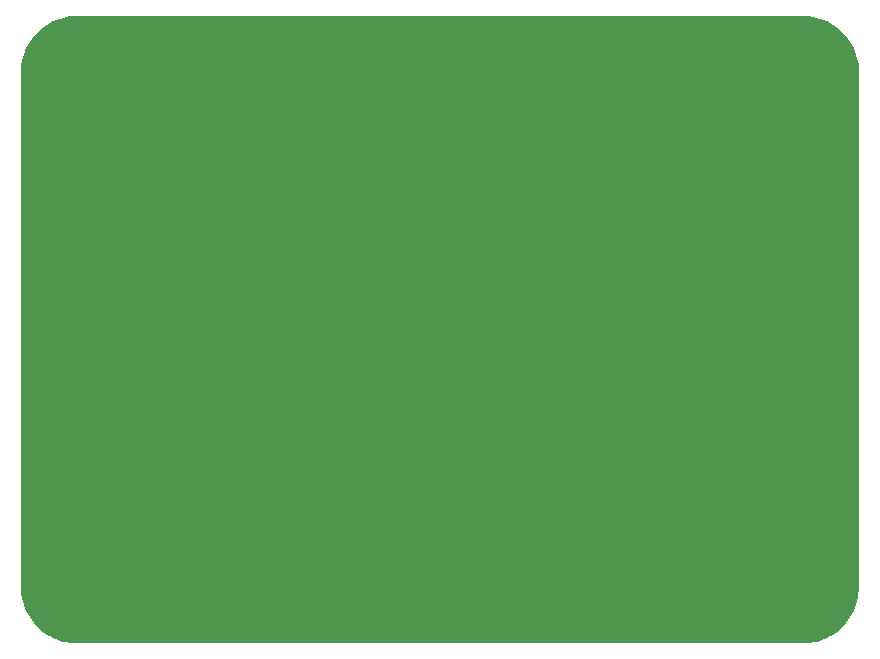
<source format=gbr>
%TF.GenerationSoftware,KiCad,Pcbnew,9.0.0*%
%TF.CreationDate,2025-06-10T00:19:27+03:00*%
%TF.ProjectId,motorControlPCB,6d6f746f-7243-46f6-9e74-726f6c504342,rev?*%
%TF.SameCoordinates,Original*%
%TF.FileFunction,Copper,L2,Bot*%
%TF.FilePolarity,Positive*%
%FSLAX46Y46*%
G04 Gerber Fmt 4.6, Leading zero omitted, Abs format (unit mm)*
G04 Created by KiCad (PCBNEW 9.0.0) date 2025-06-10 00:19:27*
%MOMM*%
%LPD*%
G01*
G04 APERTURE LIST*
%TA.AperFunction,NonConductor*%
%ADD10C,0.000000*%
%TD*%
%TA.AperFunction,NonConductor*%
%ADD11C,0.650000*%
%TD*%
%TA.AperFunction,NonConductor*%
%ADD12C,1.150000*%
%TD*%
%TA.AperFunction,NonConductor*%
%ADD13C,0.700000*%
%TD*%
%TA.AperFunction,NonConductor*%
%ADD14C,1.000000*%
%TD*%
%TA.AperFunction,NonConductor*%
%ADD15C,0.400000*%
%TD*%
%TA.AperFunction,ViaPad*%
%ADD16C,2.032010*%
%TD*%
%TA.AperFunction,ViaPad*%
%ADD17C,0.406010*%
%TD*%
%TA.AperFunction,ViaPad*%
%ADD18C,0.701010*%
%TD*%
%TA.AperFunction,ViaPad*%
%ADD19C,1.400000*%
%TD*%
%TA.AperFunction,ViaPad*%
%ADD20C,1.300000*%
%TD*%
%TA.AperFunction,ViaPad*%
%ADD21C,0.800010*%
%TD*%
%TA.AperFunction,ViaPad*%
%ADD22C,0.901010*%
%TD*%
%TA.AperFunction,ViaPad*%
%ADD23C,0.915010*%
%TD*%
%TA.AperFunction,ViaPad*%
%ADD24C,0.916010*%
%TD*%
%TA.AperFunction,ViaPad*%
%ADD25C,1.600000*%
%TD*%
%TA.AperFunction,ViaPad*%
%ADD26C,1.700000*%
%TD*%
%TA.AperFunction,ViaPad*%
%ADD27C,1.101010*%
%TD*%
%TA.AperFunction,ViaPad*%
%ADD28C,1.200010*%
%TD*%
%TA.AperFunction,ViaPad*%
%ADD29C,1.800000*%
%TD*%
%TA.AperFunction,ViaPad*%
%ADD30C,2.300000*%
%TD*%
%TA.AperFunction,ViaPad*%
%ADD31C,1.501010*%
%TD*%
%TA.AperFunction,Conductor*%
%ADD32C,0.354000*%
%TD*%
%TA.AperFunction,Conductor*%
%ADD33C,0.500000*%
%TD*%
G04 APERTURE END LIST*
D10*
%TA.AperFunction,NonConductor*%
G36*
X180260730Y-76155980D02*
G01*
X180557400Y-76184430D01*
X180851530Y-76231160D01*
X181142110Y-76296190D01*
X181427610Y-76379500D01*
X181708020Y-76480590D01*
X181981330Y-76598960D01*
X182246500Y-76734590D01*
X182502530Y-76885980D01*
X182748920Y-77053620D01*
X182984120Y-77236500D01*
X183207640Y-77433600D01*
X183417950Y-77644420D01*
X183614550Y-77867940D01*
X183796920Y-78103140D01*
X183964050Y-78349520D01*
X184115440Y-78606060D01*
X184250560Y-78871750D01*
X184368930Y-79145050D01*
X184469510Y-79425470D01*
X184552310Y-79711470D01*
X184617340Y-80002050D01*
X184663570Y-80296180D01*
X184691510Y-80592850D01*
X184700650Y-80892570D01*
X184700650Y-124522660D01*
X184691000Y-124828980D01*
X184662550Y-125125660D01*
X184615810Y-125419280D01*
X184550790Y-125710360D01*
X184467480Y-125995860D01*
X184366390Y-126276280D01*
X184248020Y-126549580D01*
X184112390Y-126814760D01*
X183961000Y-127070790D01*
X183793360Y-127317170D01*
X183610480Y-127552370D01*
X183413380Y-127775380D01*
X183202560Y-127986200D01*
X182979040Y-128182800D01*
X182743840Y-128365170D01*
X182497460Y-128532300D01*
X182240920Y-128683690D01*
X181975230Y-128818820D01*
X181701930Y-128937180D01*
X181421510Y-129037760D01*
X181135510Y-129120570D01*
X180844930Y-129185590D01*
X180550800Y-129231820D01*
X180254130Y-129259760D01*
X179954410Y-129268900D01*
X118497580Y-129268900D01*
X118191260Y-129259250D01*
X117894590Y-129230800D01*
X117600460Y-129184070D01*
X117309880Y-129119040D01*
X117023880Y-129035730D01*
X116743970Y-128934640D01*
X116470660Y-128816280D01*
X116205490Y-128680640D01*
X115948950Y-128529260D01*
X115703080Y-128361620D01*
X115467870Y-128178740D01*
X115244350Y-127981630D01*
X115034040Y-127770810D01*
X114836940Y-127547290D01*
X114654560Y-127312090D01*
X114487430Y-127065710D01*
X114336050Y-126809170D01*
X114200920Y-126543480D01*
X114083060Y-126270180D01*
X113982480Y-125989760D01*
X113899680Y-125703760D01*
X113834650Y-125413180D01*
X113788420Y-125119050D01*
X113760480Y-124822380D01*
X113750830Y-124522660D01*
X113750830Y-80892570D01*
X113760990Y-80586250D01*
X113788930Y-80289580D01*
X113835670Y-79995950D01*
X113901200Y-79704870D01*
X113984510Y-79419370D01*
X114085600Y-79138960D01*
X114203970Y-78865650D01*
X114339100Y-78600480D01*
X114490990Y-78344440D01*
X114658630Y-78098060D01*
X114841000Y-77862860D01*
X115038100Y-77639850D01*
X115248920Y-77429030D01*
X115472440Y-77232430D01*
X115708160Y-77050060D01*
X115954530Y-76882930D01*
X116211080Y-76731540D01*
X116476250Y-76596420D01*
X116749560Y-76478050D01*
X117029970Y-76377470D01*
X117315980Y-76294660D01*
X117606550Y-76229640D01*
X117901190Y-76183410D01*
X118197360Y-76155470D01*
X118497580Y-76146330D01*
X179954410Y-76146330D01*
X180260730Y-76155980D01*
G37*
%TD.AperFunction*%
%TA.AperFunction,NonConductor*%
G36*
X118128780Y-108316440D02*
G01*
X118271020Y-108343370D01*
X118409190Y-108388070D01*
X118540260Y-108450050D01*
X118662680Y-108527770D01*
X118774440Y-108620230D01*
X118874010Y-108725890D01*
X118958850Y-108843240D01*
X119005080Y-108927060D01*
X119027940Y-108955000D01*
X119058920Y-108973290D01*
X119094480Y-108979890D01*
X126165840Y-108979890D01*
X126259320Y-108988530D01*
X126344660Y-109012910D01*
X126424420Y-109052540D01*
X126498070Y-109107910D01*
X140493480Y-123102800D01*
X140522940Y-123123630D01*
X140557480Y-123132260D01*
X140655020Y-123140390D01*
X140762720Y-123165790D01*
X140864820Y-123208460D01*
X140959310Y-123265870D01*
X141043130Y-123338000D01*
X141115270Y-123421820D01*
X141173180Y-123516310D01*
X141215340Y-123618420D01*
X141241250Y-123726120D01*
X141249890Y-123836350D01*
X141241250Y-123946590D01*
X141215340Y-124054280D01*
X141173180Y-124156390D01*
X141115270Y-124250370D01*
X141043130Y-124334700D01*
X140959310Y-124406330D01*
X140905970Y-124438840D01*
X140878540Y-124463220D01*
X140861780Y-124495740D01*
X140857710Y-124532310D01*
X140866350Y-124567360D01*
X140887180Y-124597340D01*
X142008840Y-125719000D01*
X142041860Y-125741350D01*
X142080470Y-125748970D01*
X142127200Y-125741350D01*
X142160220Y-125719000D01*
X142182070Y-125685980D01*
X142189690Y-125647370D01*
X142189690Y-125235890D01*
X142196290Y-125171880D01*
X142213560Y-125114480D01*
X142241500Y-125061650D01*
X142279600Y-125015930D01*
X142325830Y-124977830D01*
X142378660Y-124949890D01*
X142435560Y-124932110D01*
X142500080Y-124926010D01*
X144013920Y-124926010D01*
X144078430Y-124932110D01*
X144135330Y-124949890D01*
X144188160Y-124977830D01*
X144234390Y-125015930D01*
X144272490Y-125061650D01*
X144300430Y-125114480D01*
X144317700Y-125171880D01*
X144324300Y-125235890D01*
X144324300Y-125928800D01*
X144332940Y-125969950D01*
X144357830Y-126003990D01*
X144394410Y-126025320D01*
X144436570Y-126029390D01*
X144476700Y-126016690D01*
X144508200Y-125988240D01*
X144524960Y-125949630D01*
X144538170Y-125887150D01*
X144587960Y-125740340D01*
X144654500Y-125601140D01*
X144736800Y-125470080D01*
X144834340Y-125350190D01*
X144945080Y-125242500D01*
X145068010Y-125148520D01*
X145201110Y-125070280D01*
X145342840Y-125007800D01*
X145490670Y-124962590D01*
X145642560Y-124935160D01*
X145797000Y-124926010D01*
X145951430Y-124935160D01*
X146103320Y-124962590D01*
X146251150Y-125007800D01*
X146392880Y-125070280D01*
X146525980Y-125148520D01*
X146648910Y-125242500D01*
X146759650Y-125350190D01*
X146857190Y-125470080D01*
X146940000Y-125601140D01*
X146975050Y-125675820D01*
X146997910Y-125706300D01*
X147029910Y-125726620D01*
X147067000Y-125733730D01*
X147104080Y-125726620D01*
X147136080Y-125706300D01*
X147158940Y-125675820D01*
X147194500Y-125601140D01*
X147276800Y-125470080D01*
X147374340Y-125350190D01*
X147485080Y-125242500D01*
X147608010Y-125148520D01*
X147741110Y-125070280D01*
X147882840Y-125007800D01*
X148030670Y-124962590D01*
X148182560Y-124935160D01*
X148337000Y-124926010D01*
X148491430Y-124935160D01*
X148643320Y-124962590D01*
X148791150Y-125007800D01*
X148932880Y-125070280D01*
X149065980Y-125148520D01*
X149188910Y-125242500D01*
X149299660Y-125350190D01*
X149397190Y-125470080D01*
X149480000Y-125601140D01*
X149515050Y-125675820D01*
X149537910Y-125706300D01*
X149569910Y-125726620D01*
X149561780Y-125763700D01*
X149566860Y-125801800D01*
X149595820Y-125887150D01*
X149627820Y-126038530D01*
X149641540Y-126192460D01*
X149636970Y-126346890D01*
X149614110Y-126499800D01*
X149572960Y-126649150D01*
X149563310Y-126693340D01*
X149571440Y-126731950D01*
X149577020Y-126740590D01*
X149546540Y-126754300D01*
X149518100Y-126786820D01*
X149440370Y-126927530D01*
X149350460Y-127053010D01*
X149245810Y-127167310D01*
X149128970Y-127268400D01*
X149000440Y-127354760D01*
X148863280Y-127425370D01*
X148718000Y-127479220D01*
X148567630Y-127515290D01*
X148414210Y-127533580D01*
X148259780Y-127533580D01*
X148106360Y-127515290D01*
X147956000Y-127479220D01*
X147881830Y-127451790D01*
X147844240Y-127445190D01*
X147806640Y-127453310D01*
X147774640Y-127475160D01*
X146639260Y-128610540D01*
X146567120Y-128670480D01*
X146489400Y-128713660D01*
X146405580Y-128741600D01*
X146313630Y-128754300D01*
X141742650Y-128754810D01*
X141649180Y-128746170D01*
X141563830Y-128721790D01*
X141484080Y-128682160D01*
X141410420Y-128626790D01*
X137029930Y-124246820D01*
X136996910Y-124224970D01*
X136958300Y-124216840D01*
X136919190Y-124224970D01*
X136886170Y-124246820D01*
X136864320Y-124279840D01*
X136856700Y-124318440D01*
X136856700Y-125419790D01*
X136850100Y-125484300D01*
X136832830Y-125541710D01*
X136804890Y-125594030D01*
X136766790Y-125640260D01*
X136720560Y-125678360D01*
X136667730Y-125706300D01*
X136610830Y-125723570D01*
X136546320Y-125730180D01*
X134981680Y-125730180D01*
X134917160Y-125723570D01*
X134860260Y-125706300D01*
X134807430Y-125678360D01*
X134761200Y-125640260D01*
X134723100Y-125594030D01*
X134695160Y-125541710D01*
X134677890Y-125484300D01*
X134671290Y-125419790D01*
X134671290Y-123730180D01*
X134677890Y-123665660D01*
X134695160Y-123608260D01*
X134723100Y-123555940D01*
X134761200Y-123509710D01*
X134807430Y-123471610D01*
X134860260Y-123443670D01*
X134917160Y-123426400D01*
X134981680Y-123419790D01*
X135957540Y-123419790D01*
X135996660Y-123412170D01*
X136029680Y-123390330D01*
X136051520Y-123357310D01*
X136059140Y-123318190D01*
X136051520Y-123279580D01*
X136029680Y-123246560D01*
X130376660Y-117593540D01*
X130344140Y-117571700D01*
X130305030Y-117564080D01*
X119094480Y-117564080D01*
X119058920Y-117570170D01*
X119027940Y-117588460D01*
X119005580Y-117616400D01*
X118958850Y-117700730D01*
X118874010Y-117818080D01*
X118774440Y-117923740D01*
X118662680Y-118016200D01*
X118540260Y-118093920D01*
X118409190Y-118155900D01*
X118271020Y-118200600D01*
X118128780Y-118227520D01*
X117984000Y-118236670D01*
X117839220Y-118227520D01*
X117696980Y-118200600D01*
X117558800Y-118155900D01*
X117427740Y-118093920D01*
X117305310Y-118016200D01*
X117193550Y-117923740D01*
X117093980Y-117818080D01*
X117009140Y-117700730D01*
X116939040Y-117573730D01*
X116885700Y-117439110D01*
X116849630Y-117298390D01*
X116831340Y-117154630D01*
X116831340Y-117009340D01*
X116849630Y-116865580D01*
X116885700Y-116724860D01*
X116939040Y-116590240D01*
X117009140Y-116463240D01*
X117093980Y-116345890D01*
X117193550Y-116240230D01*
X117305310Y-116147770D01*
X117427740Y-116070050D01*
X117558800Y-116008070D01*
X117696980Y-115963370D01*
X117839220Y-115936440D01*
X117984000Y-115927300D01*
X118128780Y-115936440D01*
X118271020Y-115963370D01*
X118409190Y-116008070D01*
X118540260Y-116070050D01*
X118662680Y-116147770D01*
X118774440Y-116240230D01*
X118874010Y-116345890D01*
X118958850Y-116463240D01*
X119005080Y-116547060D01*
X119027940Y-116575000D01*
X119058920Y-116593290D01*
X119094480Y-116599890D01*
X130211560Y-116599890D01*
X130250160Y-116592270D01*
X130283180Y-116569920D01*
X130305030Y-116536900D01*
X130313160Y-116498290D01*
X130305030Y-116459180D01*
X130283180Y-116426160D01*
X128910570Y-115053540D01*
X128877550Y-115031700D01*
X128838940Y-115024080D01*
X119094480Y-115024080D01*
X119058920Y-115030170D01*
X119027940Y-115048460D01*
X119005580Y-115076400D01*
X118958850Y-115160730D01*
X118874010Y-115278080D01*
X118774440Y-115383740D01*
X118662680Y-115476200D01*
X118540260Y-115553920D01*
X118409190Y-115615900D01*
X118271020Y-115660600D01*
X118128780Y-115687520D01*
X117984000Y-115696670D01*
X117839220Y-115687520D01*
X117696980Y-115660600D01*
X117558800Y-115615900D01*
X117427740Y-115553920D01*
X117305310Y-115476200D01*
X117193550Y-115383740D01*
X117093980Y-115278080D01*
X117009140Y-115160730D01*
X116939040Y-115033730D01*
X116885700Y-114899110D01*
X116849630Y-114758390D01*
X116831340Y-114614630D01*
X116831340Y-114469340D01*
X116849630Y-114325580D01*
X116885700Y-114184860D01*
X116939040Y-114050240D01*
X117009140Y-113923240D01*
X117093980Y-113805890D01*
X117193550Y-113700230D01*
X117305310Y-113607770D01*
X117427740Y-113530050D01*
X117558800Y-113468070D01*
X117696980Y-113423370D01*
X117839220Y-113396440D01*
X117984000Y-113387300D01*
X118128780Y-113396440D01*
X118271020Y-113423370D01*
X118409190Y-113468070D01*
X118540260Y-113530050D01*
X118662680Y-113607770D01*
X118774440Y-113700230D01*
X118874010Y-113805890D01*
X118958850Y-113923240D01*
X119005080Y-114007060D01*
X119027940Y-114035000D01*
X119058920Y-114053290D01*
X119094480Y-114059890D01*
X128740900Y-114059890D01*
X128779500Y-114052270D01*
X128812520Y-114029920D01*
X128834370Y-113996900D01*
X128842500Y-113958290D01*
X128834370Y-113919180D01*
X128812520Y-113886160D01*
X127439910Y-112513540D01*
X127406890Y-112491700D01*
X127368280Y-112484080D01*
X119094480Y-112484080D01*
X119058920Y-112490170D01*
X119027940Y-112508460D01*
X119005580Y-112536400D01*
X118958850Y-112620730D01*
X118874010Y-112738080D01*
X118774440Y-112843740D01*
X118662680Y-112936200D01*
X118540260Y-113013920D01*
X118409190Y-113075900D01*
X118271020Y-113120600D01*
X118128780Y-113147520D01*
X117984000Y-113156670D01*
X117839220Y-113147520D01*
X117696980Y-113120600D01*
X117558800Y-113075900D01*
X117427740Y-113013920D01*
X117305310Y-112936200D01*
X117193550Y-112843740D01*
X117093980Y-112738080D01*
X117009140Y-112620730D01*
X116939040Y-112493730D01*
X116885700Y-112359110D01*
X116849630Y-112218390D01*
X116831340Y-112074630D01*
X116831340Y-111929340D01*
X116849630Y-111785580D01*
X116885700Y-111644860D01*
X116939040Y-111510240D01*
X117009140Y-111383240D01*
X117093980Y-111265890D01*
X117193550Y-111160230D01*
X117305310Y-111067770D01*
X117427740Y-110990050D01*
X117558800Y-110928070D01*
X117696980Y-110883370D01*
X117839220Y-110856440D01*
X117984000Y-110847300D01*
X118128780Y-110856440D01*
X118271020Y-110883370D01*
X118409190Y-110928070D01*
X118540260Y-110990050D01*
X118662680Y-111067770D01*
X118774440Y-111160230D01*
X118874010Y-111265890D01*
X118958850Y-111383240D01*
X119005080Y-111467060D01*
X119027940Y-111495000D01*
X119058920Y-111513290D01*
X119094480Y-111519890D01*
X127301730Y-111519890D01*
X127340340Y-111512270D01*
X127373360Y-111489920D01*
X127395200Y-111456900D01*
X127403330Y-111418290D01*
X127395200Y-111379180D01*
X127373360Y-111346160D01*
X126000740Y-109973540D01*
X125967720Y-109951700D01*
X125929120Y-109944080D01*
X119094480Y-109944080D01*
X119058920Y-109950170D01*
X119027940Y-109968460D01*
X119005580Y-109996400D01*
X118958850Y-110080730D01*
X118874010Y-110198080D01*
X118774440Y-110303740D01*
X118662680Y-110396200D01*
X118540260Y-110473920D01*
X118409190Y-110535900D01*
X118271020Y-110580600D01*
X118128780Y-110607520D01*
X117984000Y-110616670D01*
X117839220Y-110607520D01*
X117696980Y-110580600D01*
X117558800Y-110535900D01*
X117427740Y-110473920D01*
X117305310Y-110396200D01*
X117193550Y-110303740D01*
X117093980Y-110198080D01*
X117009140Y-110080730D01*
X116939040Y-109953730D01*
X116885700Y-109819110D01*
X116849630Y-109678390D01*
X116831340Y-109534630D01*
X116831340Y-109389340D01*
X116849630Y-109245580D01*
X116885700Y-109104860D01*
X116939040Y-108970240D01*
X117009140Y-108843240D01*
X117093980Y-108725890D01*
X117193550Y-108620230D01*
X117305310Y-108527770D01*
X117427740Y-108450050D01*
X117558800Y-108388070D01*
X117696980Y-108343370D01*
X117839220Y-108316440D01*
X117984000Y-108307300D01*
X118128780Y-108316440D01*
G37*
%TD.AperFunction*%
%TA.AperFunction,NonConductor*%
G36*
X122499610Y-80323100D02*
G01*
X122556500Y-80340380D01*
X122609340Y-80368820D01*
X122655560Y-80406420D01*
X122693160Y-80452640D01*
X122721600Y-80505480D01*
X122738880Y-80562370D01*
X122744970Y-80626890D01*
X122744970Y-81095260D01*
X122753100Y-81134380D01*
X122775450Y-81167400D01*
X122808470Y-81189240D01*
X122848100Y-81196860D01*
X122887210Y-81188230D01*
X122919720Y-81165880D01*
X122941570Y-81131840D01*
X122985250Y-81018560D01*
X123055360Y-80887490D01*
X123141210Y-80766590D01*
X123241290Y-80656860D01*
X123354060Y-80560340D01*
X123477510Y-80478550D01*
X123610600Y-80412510D01*
X123750300Y-80363240D01*
X123895080Y-80331230D01*
X124042910Y-80317520D01*
X124191250Y-80322090D01*
X124337550Y-80344950D01*
X124480300Y-80385590D01*
X124616950Y-80443500D01*
X124745480Y-80517670D01*
X124863840Y-80607080D01*
X124970520Y-80710200D01*
X125063480Y-80826020D01*
X125141720Y-80952010D01*
X125203690Y-81086630D01*
X125265160Y-81276620D01*
X125292590Y-81305070D01*
X125328150Y-81320820D01*
X125367270Y-81321830D01*
X125403840Y-81308620D01*
X125432800Y-81282210D01*
X125449060Y-81246650D01*
X125471920Y-81156730D01*
X125525250Y-81018560D01*
X125595360Y-80887490D01*
X125681210Y-80766590D01*
X125781290Y-80656860D01*
X125894060Y-80560340D01*
X126017510Y-80478550D01*
X126150600Y-80412510D01*
X126290300Y-80363240D01*
X126435080Y-80331230D01*
X126582910Y-80317520D01*
X126731250Y-80322090D01*
X126877550Y-80344950D01*
X127020300Y-80385590D01*
X127156950Y-80443500D01*
X127285480Y-80517670D01*
X127403840Y-80607080D01*
X127510520Y-80710200D01*
X127603480Y-80826020D01*
X127681720Y-80952010D01*
X127743690Y-81086630D01*
X127805160Y-81276620D01*
X127832590Y-81305070D01*
X127868150Y-81320820D01*
X127907270Y-81321830D01*
X127943840Y-81308620D01*
X127972800Y-81282210D01*
X127989060Y-81246650D01*
X128011920Y-81156730D01*
X128065260Y-81018560D01*
X128135360Y-80887490D01*
X128221210Y-80766590D01*
X128321290Y-80656860D01*
X128434060Y-80560340D01*
X128557510Y-80478550D01*
X128690600Y-80412510D01*
X128830300Y-80363240D01*
X128975080Y-80331230D01*
X129122910Y-80317520D01*
X129271250Y-80322090D01*
X129417550Y-80344950D01*
X129560300Y-80385590D01*
X129696950Y-80443500D01*
X129825480Y-80517670D01*
X129943840Y-80607080D01*
X130050520Y-80710200D01*
X130143480Y-80826020D01*
X130221720Y-80952010D01*
X130283690Y-81086630D01*
X130345160Y-81276620D01*
X130372590Y-81305070D01*
X130408150Y-81320820D01*
X130447270Y-81321830D01*
X130483840Y-81308620D01*
X130512800Y-81282210D01*
X130529060Y-81246650D01*
X130551920Y-81156730D01*
X130605260Y-81018560D01*
X130675360Y-80887490D01*
X130761210Y-80766590D01*
X130861290Y-80656860D01*
X130974060Y-80560340D01*
X131097510Y-80478550D01*
X131230600Y-80412510D01*
X131370300Y-80363240D01*
X131515080Y-80331230D01*
X131662910Y-80317520D01*
X131811250Y-80322090D01*
X131957550Y-80344950D01*
X132100300Y-80385590D01*
X132236950Y-80443500D01*
X132365480Y-80517670D01*
X132483840Y-80607080D01*
X132590520Y-80710200D01*
X132683480Y-80826020D01*
X132761720Y-80952010D01*
X132823690Y-81086630D01*
X132868400Y-81227850D01*
X132895830Y-81374160D01*
X132904970Y-81521980D01*
X132895830Y-81669810D01*
X132860780Y-81861330D01*
X132869920Y-81897400D01*
X132890750Y-81927370D01*
X135900650Y-84937780D01*
X135935190Y-84975370D01*
X135964660Y-85013470D01*
X135990560Y-85054620D01*
X136012920Y-85097290D01*
X136031710Y-85141990D01*
X136045940Y-85188220D01*
X136056600Y-85235460D01*
X136062700Y-85283730D01*
X136065240Y-85334020D01*
X136065240Y-86291600D01*
X136070320Y-86324110D01*
X136086070Y-86353570D01*
X136110450Y-86375920D01*
X136152110Y-86403860D01*
X136255740Y-86495300D01*
X136346670Y-86598940D01*
X136423380Y-86713740D01*
X136484340Y-86837190D01*
X136529040Y-86967740D01*
X136555970Y-87103380D01*
X136565110Y-87244100D01*
X136565110Y-87737870D01*
X136555970Y-87878590D01*
X136529040Y-88014230D01*
X136484340Y-88144780D01*
X136423380Y-88268230D01*
X136346670Y-88383030D01*
X136255740Y-88486670D01*
X136152110Y-88578100D01*
X136110450Y-88606040D01*
X136086070Y-88628400D01*
X136070320Y-88657860D01*
X136065240Y-88690370D01*
X136065240Y-92610100D01*
X136072860Y-92649220D01*
X136094700Y-92682240D01*
X139361650Y-95948680D01*
X139394670Y-95971030D01*
X139433280Y-95978650D01*
X139472400Y-95971030D01*
X139504910Y-95948680D01*
X139527260Y-95915660D01*
X139534880Y-95877050D01*
X139534880Y-94115810D01*
X139541480Y-94051800D01*
X139558760Y-93994400D01*
X139586700Y-93941570D01*
X139624790Y-93895850D01*
X139671020Y-93857750D01*
X139723350Y-93829810D01*
X139780750Y-93812030D01*
X139844760Y-93805930D01*
X141335230Y-93805930D01*
X141399240Y-93812030D01*
X141456640Y-93829810D01*
X141508970Y-93857750D01*
X141555200Y-93895850D01*
X141593290Y-93941570D01*
X141621240Y-93994400D01*
X141638510Y-94051800D01*
X141645110Y-94115810D01*
X141645110Y-95737860D01*
X141655270Y-95781540D01*
X141683210Y-95817100D01*
X141723340Y-95836920D01*
X141768560Y-95836920D01*
X141809200Y-95818120D01*
X141837640Y-95783070D01*
X141880320Y-95697730D01*
X141935180Y-95624570D01*
X142050500Y-95508750D01*
X142073360Y-95472680D01*
X142079450Y-95430520D01*
X142074880Y-95357870D01*
X142074880Y-94864100D01*
X142084020Y-94723380D01*
X142110950Y-94587740D01*
X142155650Y-94457190D01*
X142216610Y-94333740D01*
X142293320Y-94218940D01*
X142384250Y-94115300D01*
X142487880Y-94023860D01*
X142602690Y-93947670D01*
X142726140Y-93886200D01*
X142857200Y-93842000D01*
X142992330Y-93815080D01*
X143130000Y-93805930D01*
X143267660Y-93815080D01*
X143402790Y-93842000D01*
X143533860Y-93886200D01*
X143657300Y-93947670D01*
X143772110Y-94023860D01*
X143875740Y-94115300D01*
X143966670Y-94218940D01*
X144043380Y-94333740D01*
X144104340Y-94457190D01*
X144149040Y-94587740D01*
X144175970Y-94723380D01*
X144185110Y-94864100D01*
X144185110Y-95357870D01*
X144175970Y-95498590D01*
X144149040Y-95634230D01*
X144126690Y-95700260D01*
X144121610Y-95744970D01*
X144136850Y-95787130D01*
X144168860Y-95819140D01*
X144211530Y-95833870D01*
X144256230Y-95828790D01*
X144294330Y-95804400D01*
X144589990Y-95508750D01*
X144613360Y-95472680D01*
X144619450Y-95430520D01*
X144614880Y-95357870D01*
X144614880Y-94864100D01*
X144624020Y-94723380D01*
X144650950Y-94587740D01*
X144695650Y-94457190D01*
X144756610Y-94333740D01*
X144833320Y-94218940D01*
X144924250Y-94115300D01*
X145027880Y-94023860D01*
X145142690Y-93947670D01*
X145266140Y-93886200D01*
X145397200Y-93842000D01*
X145532330Y-93815080D01*
X145670000Y-93805930D01*
X145807660Y-93815080D01*
X145942790Y-93842000D01*
X146073860Y-93886200D01*
X146197300Y-93947670D01*
X146312110Y-94023860D01*
X146415740Y-94115300D01*
X146506670Y-94218940D01*
X146583380Y-94333740D01*
X146644340Y-94457190D01*
X146689040Y-94587740D01*
X146715970Y-94723380D01*
X146725110Y-94864100D01*
X146725110Y-95357870D01*
X146715970Y-95498590D01*
X146689040Y-95634230D01*
X146644340Y-95764780D01*
X146583380Y-95888230D01*
X146506670Y-96003030D01*
X146415740Y-96106670D01*
X146312110Y-96198100D01*
X146197300Y-96274300D01*
X146073860Y-96335770D01*
X145942790Y-96379970D01*
X145807660Y-96406890D01*
X145670000Y-96416040D01*
X145532330Y-96406890D01*
X145397200Y-96379970D01*
X145266140Y-96335770D01*
X145238200Y-96321550D01*
X145198060Y-96311390D01*
X145156410Y-96317990D01*
X145121360Y-96340850D01*
X144014420Y-97448290D01*
X143992070Y-97481310D01*
X143984450Y-97520430D01*
X143984450Y-107899880D01*
X143990550Y-107934940D01*
X144008840Y-107965920D01*
X144072340Y-108040600D01*
X144130250Y-108135090D01*
X144172410Y-108237200D01*
X144198320Y-108344380D01*
X144206960Y-108454620D01*
X144198320Y-108564860D01*
X144172410Y-108672550D01*
X144130250Y-108774660D01*
X144072340Y-108869150D01*
X144000710Y-108952970D01*
X143916380Y-109025100D01*
X143822400Y-109082510D01*
X143720290Y-109125180D01*
X143612600Y-109151090D01*
X143502360Y-109159720D01*
X143392120Y-109151090D01*
X143284430Y-109125180D01*
X143182320Y-109082510D01*
X143087830Y-109025100D01*
X143004010Y-108952970D01*
X142932380Y-108869150D01*
X142874470Y-108774660D01*
X142832310Y-108672550D01*
X142825200Y-108644100D01*
X142809450Y-108609560D01*
X142782520Y-108583140D01*
X142746960Y-108568410D01*
X142709370Y-108567900D01*
X142673810Y-108581110D01*
X142645360Y-108606510D01*
X142509220Y-108744180D01*
X142487370Y-108777200D01*
X142479250Y-108815810D01*
X142479250Y-109827240D01*
X142489410Y-109870920D01*
X142516840Y-109905980D01*
X142556970Y-109926300D01*
X142602180Y-109926800D01*
X142642820Y-109908010D01*
X142655010Y-109898860D01*
X142788110Y-109820120D01*
X142929840Y-109757640D01*
X143077670Y-109712430D01*
X143229560Y-109685000D01*
X143384000Y-109675850D01*
X143538430Y-109685000D01*
X143690320Y-109712430D01*
X143838150Y-109757640D01*
X143979880Y-109820120D01*
X144112980Y-109898860D01*
X144235910Y-109992340D01*
X144346650Y-110100030D01*
X144444190Y-110220430D01*
X144527000Y-110350980D01*
X144562050Y-110425660D01*
X144584910Y-110456140D01*
X144616910Y-110476460D01*
X144608780Y-110513540D01*
X144613860Y-110551640D01*
X144642820Y-110636990D01*
X144674820Y-110788370D01*
X144688540Y-110942300D01*
X144683970Y-111096730D01*
X144661110Y-111249640D01*
X144619960Y-111398990D01*
X144610310Y-111443690D01*
X144618440Y-111482300D01*
X144624020Y-111490430D01*
X144593540Y-111504650D01*
X144565100Y-111536660D01*
X144487370Y-111677370D01*
X144397460Y-111803360D01*
X144292810Y-111917150D01*
X144175970Y-112018240D01*
X144047440Y-112104600D01*
X143910280Y-112175210D01*
X143765000Y-112229060D01*
X143614630Y-112265130D01*
X143461210Y-112283420D01*
X143306780Y-112283420D01*
X143153360Y-112265130D01*
X143003000Y-112229060D01*
X142856690Y-112174700D01*
X142818080Y-112168610D01*
X142779980Y-112177240D01*
X142747980Y-112199600D01*
X142727150Y-112232620D01*
X142719530Y-112271220D01*
X142727660Y-112309320D01*
X142749500Y-112341840D01*
X155393120Y-124985450D01*
X155423090Y-125005770D01*
X155458650Y-125014910D01*
X155494720Y-125010340D01*
X155650670Y-124962590D01*
X155802560Y-124935160D01*
X155957000Y-124926010D01*
X156111430Y-124935160D01*
X156263320Y-124962590D01*
X156282120Y-124968180D01*
X156326310Y-124971730D01*
X156367970Y-124955480D01*
X156398450Y-124923470D01*
X156412670Y-124881310D01*
X156407080Y-124836600D01*
X156383210Y-124799010D01*
X151482020Y-119897830D01*
X151422080Y-119825690D01*
X151378900Y-119747970D01*
X151350960Y-119663640D01*
X151337750Y-119572200D01*
X151337240Y-114160480D01*
X151331150Y-114124920D01*
X151313370Y-114094440D01*
X151249360Y-114019760D01*
X151191450Y-113925270D01*
X151149280Y-113823160D01*
X151123380Y-113715470D01*
X151114740Y-113605230D01*
X151123380Y-113495000D01*
X151149280Y-113387810D01*
X151191450Y-113285700D01*
X151249360Y-113191210D01*
X151320990Y-113106880D01*
X151405320Y-113035260D01*
X151499800Y-112977340D01*
X151601910Y-112935180D01*
X151709100Y-112909270D01*
X151819340Y-112900640D01*
X151929570Y-112909270D01*
X152037270Y-112935180D01*
X152139380Y-112977340D01*
X152233860Y-113035260D01*
X152317680Y-113106880D01*
X152389820Y-113191210D01*
X152447730Y-113285700D01*
X152489900Y-113387810D01*
X152515800Y-113495000D01*
X152524440Y-113605230D01*
X152515800Y-113715470D01*
X152489900Y-113823160D01*
X152447730Y-113925270D01*
X152389820Y-114019760D01*
X152325810Y-114094440D01*
X152308030Y-114124920D01*
X152301430Y-114160480D01*
X152301430Y-119311600D01*
X152309560Y-119350710D01*
X152331400Y-119383730D01*
X157933120Y-124985450D01*
X157963090Y-125005770D01*
X157998650Y-125014910D01*
X158034720Y-125010340D01*
X158190670Y-124962590D01*
X158342560Y-124935160D01*
X158497000Y-124926010D01*
X158651430Y-124935160D01*
X158803320Y-124962590D01*
X158951150Y-125007800D01*
X159092880Y-125070280D01*
X159225980Y-125148520D01*
X159348910Y-125242500D01*
X159459660Y-125350190D01*
X159557190Y-125470080D01*
X159640000Y-125601140D01*
X159675050Y-125675820D01*
X159697910Y-125706300D01*
X159729910Y-125726620D01*
X159767000Y-125733730D01*
X159804080Y-125726620D01*
X159836080Y-125706300D01*
X159858940Y-125675820D01*
X159894500Y-125601140D01*
X159976800Y-125470080D01*
X160074340Y-125350190D01*
X160185080Y-125242500D01*
X160308020Y-125148520D01*
X160441110Y-125070280D01*
X160582840Y-125007800D01*
X160730670Y-124962590D01*
X160882560Y-124935160D01*
X161037000Y-124926010D01*
X161191430Y-124935160D01*
X161343320Y-124962590D01*
X161491150Y-125007800D01*
X161632880Y-125070280D01*
X161765980Y-125148520D01*
X161888910Y-125242500D01*
X161999660Y-125350190D01*
X162097190Y-125470080D01*
X162180000Y-125601140D01*
X162215050Y-125675820D01*
X162237910Y-125706300D01*
X162269910Y-125726620D01*
X162307000Y-125733730D01*
X162344080Y-125726620D01*
X162376080Y-125706300D01*
X162398940Y-125675820D01*
X162434500Y-125601140D01*
X162516800Y-125470080D01*
X162614340Y-125350190D01*
X162725080Y-125242500D01*
X162848020Y-125148520D01*
X162981110Y-125070280D01*
X163122840Y-125007800D01*
X163270670Y-124962590D01*
X163422560Y-124935160D01*
X163577000Y-124926010D01*
X163731430Y-124935160D01*
X163883320Y-124962590D01*
X164031150Y-125007800D01*
X164172880Y-125070280D01*
X164305980Y-125148520D01*
X164428910Y-125242500D01*
X164539660Y-125350190D01*
X164637190Y-125470080D01*
X164720000Y-125601140D01*
X164755050Y-125675820D01*
X164777910Y-125706300D01*
X164809910Y-125726620D01*
X164847000Y-125733730D01*
X164884080Y-125726620D01*
X164916080Y-125706300D01*
X164938940Y-125675820D01*
X164974500Y-125601140D01*
X165056800Y-125470080D01*
X165154340Y-125350190D01*
X165265080Y-125242500D01*
X165388020Y-125148520D01*
X165521110Y-125070280D01*
X165662840Y-125007800D01*
X165810670Y-124962590D01*
X165962560Y-124935160D01*
X166117000Y-124926010D01*
X166271430Y-124935160D01*
X166423320Y-124962590D01*
X166571150Y-125007800D01*
X166712880Y-125070280D01*
X166845980Y-125148520D01*
X166968910Y-125242500D01*
X167079660Y-125350190D01*
X167177190Y-125470080D01*
X167260000Y-125601140D01*
X167295050Y-125675820D01*
X167317910Y-125706300D01*
X167349910Y-125726620D01*
X167387000Y-125733730D01*
X167424080Y-125726620D01*
X167456080Y-125706300D01*
X167478940Y-125675820D01*
X167514500Y-125601140D01*
X167596800Y-125470080D01*
X167694340Y-125350190D01*
X167805080Y-125242500D01*
X167928020Y-125148520D01*
X168061110Y-125070280D01*
X168202840Y-125007800D01*
X168350670Y-124962590D01*
X168502560Y-124935160D01*
X168657000Y-124926010D01*
X168811430Y-124935160D01*
X168963320Y-124962590D01*
X169119280Y-125010340D01*
X169155340Y-125014910D01*
X169190900Y-125005770D01*
X169220880Y-124985450D01*
X179831470Y-114374340D01*
X179853820Y-114341320D01*
X179861440Y-114302720D01*
X179861440Y-112124410D01*
X179852300Y-112081740D01*
X179825880Y-112047200D01*
X179787280Y-112026880D01*
X179743590Y-112024340D01*
X179702950Y-112040080D01*
X179607440Y-112104600D01*
X179470280Y-112175210D01*
X179325000Y-112229060D01*
X179174630Y-112265130D01*
X179021210Y-112283420D01*
X178866780Y-112283420D01*
X178713360Y-112265130D01*
X178563000Y-112229060D01*
X178418220Y-112175210D01*
X178280550Y-112104600D01*
X178152020Y-112018240D01*
X178035180Y-111917150D01*
X177930530Y-111803360D01*
X177840620Y-111677370D01*
X177762900Y-111536660D01*
X177734960Y-111504650D01*
X177695840Y-111486870D01*
X177652660Y-111486870D01*
X177613540Y-111504650D01*
X177585090Y-111536660D01*
X177507370Y-111677370D01*
X177417460Y-111803360D01*
X177312810Y-111917150D01*
X177195970Y-112018240D01*
X177067440Y-112104600D01*
X176930280Y-112175210D01*
X176785000Y-112229060D01*
X176634630Y-112265130D01*
X176481210Y-112283420D01*
X176326780Y-112283420D01*
X176173360Y-112265130D01*
X176023000Y-112229060D01*
X175878220Y-112175210D01*
X175740550Y-112104600D01*
X175612020Y-112018240D01*
X175495180Y-111917150D01*
X175390530Y-111803360D01*
X175300620Y-111677370D01*
X175222900Y-111536660D01*
X175194960Y-111504650D01*
X175155840Y-111486870D01*
X175112660Y-111486870D01*
X175073540Y-111504650D01*
X175045090Y-111536660D01*
X174967370Y-111677370D01*
X174877460Y-111803360D01*
X174772810Y-111917150D01*
X174655970Y-112018240D01*
X174527440Y-112104600D01*
X174390280Y-112175210D01*
X174245000Y-112229060D01*
X174094630Y-112265130D01*
X173941210Y-112283420D01*
X173786780Y-112283420D01*
X173633360Y-112265130D01*
X173483000Y-112229060D01*
X173338220Y-112175210D01*
X173200550Y-112104600D01*
X173072020Y-112018240D01*
X172955180Y-111917150D01*
X172850530Y-111803360D01*
X172760620Y-111677370D01*
X172682900Y-111536660D01*
X172654960Y-111504650D01*
X172615840Y-111486870D01*
X172572660Y-111486870D01*
X172533540Y-111504650D01*
X172505090Y-111536660D01*
X172427370Y-111677370D01*
X172337460Y-111803360D01*
X172232810Y-111917150D01*
X172115970Y-112018240D01*
X171987440Y-112104600D01*
X171850280Y-112175210D01*
X171705000Y-112229060D01*
X171554630Y-112265130D01*
X171401210Y-112283420D01*
X171246780Y-112283420D01*
X171093360Y-112265130D01*
X170943000Y-112229060D01*
X170798220Y-112175210D01*
X170660550Y-112104600D01*
X170532020Y-112018240D01*
X170415180Y-111917150D01*
X170310540Y-111803360D01*
X170220620Y-111677370D01*
X170142900Y-111536660D01*
X170114960Y-111504650D01*
X170075840Y-111486870D01*
X170032660Y-111486870D01*
X169993540Y-111504650D01*
X169965100Y-111536660D01*
X169887370Y-111677370D01*
X169797460Y-111803360D01*
X169692810Y-111917150D01*
X169575970Y-112018240D01*
X169447440Y-112104600D01*
X169310280Y-112175210D01*
X169165000Y-112229060D01*
X169014630Y-112265130D01*
X168861210Y-112283420D01*
X168706780Y-112283420D01*
X168553360Y-112265130D01*
X168403000Y-112229060D01*
X168258220Y-112175210D01*
X168120550Y-112104600D01*
X167992020Y-112018240D01*
X167875180Y-111917150D01*
X167770540Y-111803360D01*
X167680620Y-111677370D01*
X167602900Y-111536660D01*
X167574960Y-111504650D01*
X167535840Y-111486870D01*
X167492660Y-111486870D01*
X167453540Y-111504650D01*
X167425100Y-111536660D01*
X167347370Y-111677370D01*
X167257460Y-111803360D01*
X167152810Y-111917150D01*
X167035970Y-112018240D01*
X166907440Y-112104600D01*
X166770280Y-112175210D01*
X166625000Y-112229060D01*
X166474630Y-112265130D01*
X166321210Y-112283420D01*
X166166780Y-112283420D01*
X166013360Y-112265130D01*
X165863000Y-112229060D01*
X165718220Y-112175210D01*
X165580550Y-112104600D01*
X165452020Y-112018240D01*
X165335180Y-111917150D01*
X165230540Y-111803360D01*
X165140620Y-111677370D01*
X165062900Y-111536660D01*
X165034960Y-111504650D01*
X164995840Y-111486870D01*
X164952660Y-111486870D01*
X164913540Y-111504650D01*
X164885100Y-111536660D01*
X164807370Y-111677370D01*
X164717460Y-111803360D01*
X164612810Y-111917150D01*
X164495970Y-112018240D01*
X164367440Y-112104600D01*
X164230280Y-112175210D01*
X164085000Y-112229060D01*
X163934630Y-112265130D01*
X163781210Y-112283420D01*
X163626780Y-112283420D01*
X163473360Y-112265130D01*
X163323000Y-112229060D01*
X163178220Y-112175210D01*
X163040550Y-112104600D01*
X162912020Y-112018240D01*
X162795180Y-111917150D01*
X162690540Y-111803360D01*
X162600620Y-111677370D01*
X162522900Y-111536660D01*
X162494960Y-111504650D01*
X162455840Y-111486870D01*
X162412660Y-111486870D01*
X162373540Y-111504650D01*
X162345100Y-111536660D01*
X162267370Y-111677370D01*
X162177460Y-111803360D01*
X162072810Y-111917150D01*
X161955970Y-112018240D01*
X161827440Y-112104600D01*
X161690280Y-112175210D01*
X161545000Y-112229060D01*
X161394630Y-112265130D01*
X161241210Y-112283420D01*
X161086780Y-112283420D01*
X160933360Y-112265130D01*
X160783000Y-112229060D01*
X160638220Y-112175210D01*
X160500550Y-112104600D01*
X160372020Y-112018240D01*
X160255180Y-111917150D01*
X160150540Y-111803360D01*
X160060620Y-111677370D01*
X159982900Y-111536660D01*
X159954960Y-111504650D01*
X159915840Y-111486870D01*
X159872660Y-111486870D01*
X159833540Y-111504650D01*
X159805100Y-111536660D01*
X159727370Y-111677370D01*
X159637460Y-111803360D01*
X159532810Y-111917150D01*
X159415970Y-112018240D01*
X159287440Y-112104600D01*
X159150280Y-112175210D01*
X159005000Y-112229060D01*
X158854630Y-112265130D01*
X158701210Y-112283420D01*
X158546780Y-112283420D01*
X158393360Y-112265130D01*
X158243000Y-112229060D01*
X158098220Y-112175210D01*
X157960550Y-112104600D01*
X157832020Y-112018240D01*
X157715180Y-111917150D01*
X157610540Y-111803360D01*
X157520620Y-111677370D01*
X157442900Y-111536660D01*
X157414960Y-111504650D01*
X157375840Y-111486870D01*
X157332660Y-111486870D01*
X157293540Y-111504650D01*
X157265100Y-111536660D01*
X157187370Y-111677370D01*
X157097460Y-111803360D01*
X156992810Y-111917150D01*
X156875970Y-112018240D01*
X156747440Y-112104600D01*
X156610280Y-112175210D01*
X156465000Y-112229060D01*
X156314630Y-112265130D01*
X156161210Y-112283420D01*
X156006780Y-112283420D01*
X155853360Y-112265130D01*
X155703000Y-112229060D01*
X155558220Y-112175210D01*
X155420550Y-112104600D01*
X155292020Y-112018240D01*
X155175180Y-111917150D01*
X155070540Y-111803360D01*
X154980620Y-111677370D01*
X154902900Y-111536660D01*
X154874960Y-111504650D01*
X154835840Y-111486870D01*
X154792660Y-111486870D01*
X154753540Y-111504650D01*
X154725100Y-111536660D01*
X154647370Y-111677370D01*
X154557460Y-111803360D01*
X154452810Y-111917150D01*
X154335970Y-112018240D01*
X154207440Y-112104600D01*
X154070280Y-112175210D01*
X153925000Y-112229060D01*
X153774630Y-112265130D01*
X153621210Y-112283420D01*
X153466780Y-112283420D01*
X153313360Y-112265130D01*
X153163000Y-112229060D01*
X153018220Y-112175210D01*
X152880550Y-112104600D01*
X152752020Y-112018240D01*
X152635180Y-111917150D01*
X152530540Y-111803360D01*
X152440620Y-111677370D01*
X152362900Y-111536660D01*
X152334960Y-111504650D01*
X152295840Y-111486870D01*
X152252660Y-111486870D01*
X152213540Y-111504650D01*
X152185100Y-111536660D01*
X152107370Y-111677370D01*
X152017460Y-111803360D01*
X151912810Y-111917150D01*
X151795970Y-112018240D01*
X151667440Y-112104600D01*
X151530280Y-112175210D01*
X151385000Y-112229060D01*
X151234630Y-112265130D01*
X151081210Y-112283420D01*
X150926780Y-112283420D01*
X150773360Y-112265130D01*
X150623000Y-112229060D01*
X150478220Y-112175210D01*
X150340550Y-112104600D01*
X150212020Y-112018240D01*
X150095180Y-111917150D01*
X149990540Y-111803360D01*
X149900620Y-111677370D01*
X149822900Y-111536660D01*
X149794960Y-111504650D01*
X149755840Y-111486870D01*
X149712660Y-111486870D01*
X149673540Y-111504650D01*
X149645100Y-111536660D01*
X149567370Y-111677370D01*
X149477460Y-111803360D01*
X149372810Y-111917150D01*
X149255970Y-112018240D01*
X149127440Y-112104600D01*
X148990280Y-112175210D01*
X148845000Y-112229060D01*
X148694630Y-112265130D01*
X148541210Y-112283420D01*
X148386780Y-112283420D01*
X148233360Y-112265130D01*
X148083000Y-112229060D01*
X147938220Y-112175210D01*
X147800550Y-112104600D01*
X147672020Y-112018240D01*
X147555180Y-111917150D01*
X147450540Y-111803360D01*
X147360620Y-111677370D01*
X147282900Y-111536660D01*
X147254960Y-111504650D01*
X147223970Y-111490430D01*
X147229560Y-111482300D01*
X147237680Y-111443690D01*
X147230060Y-111404580D01*
X147186880Y-111249640D01*
X147164020Y-111096730D01*
X147159450Y-110942300D01*
X147173170Y-110788370D01*
X147205170Y-110636990D01*
X147234130Y-110551640D01*
X147239210Y-110513540D01*
X147230060Y-110476460D01*
X147263080Y-110456140D01*
X147285940Y-110425660D01*
X147321500Y-110350980D01*
X147403800Y-110220430D01*
X147501340Y-110100030D01*
X147612080Y-109992340D01*
X147735010Y-109898860D01*
X147868110Y-109820120D01*
X148009840Y-109757640D01*
X148157670Y-109712430D01*
X148309560Y-109685000D01*
X148464000Y-109675850D01*
X148618430Y-109685000D01*
X148770320Y-109712430D01*
X148918150Y-109757640D01*
X149059880Y-109820120D01*
X149192980Y-109898860D01*
X149315910Y-109992340D01*
X149426660Y-110100030D01*
X149524190Y-110220430D01*
X149607000Y-110350980D01*
X149642050Y-110425660D01*
X149664910Y-110456140D01*
X149696910Y-110476460D01*
X149734000Y-110483570D01*
X149771080Y-110476460D01*
X149803080Y-110456140D01*
X149825940Y-110425660D01*
X149861500Y-110350980D01*
X149943800Y-110220430D01*
X150041340Y-110100030D01*
X150152080Y-109992340D01*
X150275020Y-109898860D01*
X150408110Y-109820120D01*
X150549840Y-109757640D01*
X150697670Y-109712430D01*
X150849560Y-109685000D01*
X151004000Y-109675850D01*
X151158430Y-109685000D01*
X151310320Y-109712430D01*
X151458150Y-109757640D01*
X151599880Y-109820120D01*
X151732980Y-109898860D01*
X151855910Y-109992340D01*
X151966660Y-110100030D01*
X152064190Y-110220430D01*
X152147000Y-110350980D01*
X152182050Y-110425660D01*
X152204910Y-110456140D01*
X152236910Y-110476460D01*
X152274000Y-110483570D01*
X152311080Y-110476460D01*
X152343080Y-110456140D01*
X152365940Y-110425660D01*
X152401500Y-110350980D01*
X152483800Y-110220430D01*
X152581340Y-110100030D01*
X152692080Y-109992340D01*
X152815020Y-109898860D01*
X152948110Y-109820120D01*
X153089840Y-109757640D01*
X153237670Y-109712430D01*
X153389560Y-109685000D01*
X153544000Y-109675850D01*
X153698430Y-109685000D01*
X153850320Y-109712430D01*
X153998150Y-109757640D01*
X154139880Y-109820120D01*
X154272980Y-109898860D01*
X154395910Y-109992340D01*
X154506660Y-110100030D01*
X154604190Y-110220430D01*
X154687000Y-110350980D01*
X154722050Y-110425660D01*
X154744910Y-110456140D01*
X154776910Y-110476460D01*
X154814000Y-110483570D01*
X154851080Y-110476460D01*
X154883080Y-110456140D01*
X154905940Y-110425660D01*
X154941500Y-110350980D01*
X155023800Y-110220430D01*
X155121340Y-110100030D01*
X155232080Y-109992340D01*
X155355020Y-109898860D01*
X155488110Y-109820120D01*
X155629840Y-109757640D01*
X155777670Y-109712430D01*
X155929560Y-109685000D01*
X156084000Y-109675850D01*
X156238430Y-109685000D01*
X156390320Y-109712430D01*
X156538150Y-109757640D01*
X156679880Y-109820120D01*
X156812980Y-109898860D01*
X156935910Y-109992340D01*
X157046660Y-110100030D01*
X157144190Y-110220430D01*
X157227000Y-110350980D01*
X157262050Y-110425660D01*
X157284910Y-110456140D01*
X157316910Y-110476460D01*
X157354000Y-110483570D01*
X157391080Y-110476460D01*
X157423080Y-110456140D01*
X157445940Y-110425660D01*
X157481500Y-110350980D01*
X157563800Y-110220430D01*
X157661340Y-110100030D01*
X157772080Y-109992340D01*
X157895020Y-109898860D01*
X158028110Y-109820120D01*
X158169840Y-109757640D01*
X158317670Y-109712430D01*
X158469560Y-109685000D01*
X158624000Y-109675850D01*
X158778430Y-109685000D01*
X158930320Y-109712430D01*
X159078150Y-109757640D01*
X159219880Y-109820120D01*
X159352980Y-109898860D01*
X159475910Y-109992340D01*
X159586660Y-110100030D01*
X159684190Y-110220430D01*
X159767000Y-110350980D01*
X159802050Y-110425660D01*
X159824910Y-110456140D01*
X159856910Y-110476460D01*
X159894000Y-110483570D01*
X159931080Y-110476460D01*
X159963080Y-110456140D01*
X159985940Y-110425660D01*
X160021500Y-110350980D01*
X160103800Y-110220430D01*
X160201340Y-110100030D01*
X160312080Y-109992340D01*
X160435020Y-109898860D01*
X160568110Y-109820120D01*
X160709840Y-109757640D01*
X160857670Y-109712430D01*
X161009560Y-109685000D01*
X161164000Y-109675850D01*
X161318430Y-109685000D01*
X161470320Y-109712430D01*
X161618150Y-109757640D01*
X161759880Y-109820120D01*
X161892980Y-109898860D01*
X162015910Y-109992340D01*
X162126660Y-110100030D01*
X162224190Y-110220430D01*
X162307000Y-110350980D01*
X162342050Y-110425660D01*
X162364910Y-110456140D01*
X162396910Y-110476460D01*
X162434000Y-110483570D01*
X162471080Y-110476460D01*
X162503080Y-110456140D01*
X162525940Y-110425660D01*
X162561500Y-110350980D01*
X162643800Y-110220430D01*
X162741340Y-110100030D01*
X162852080Y-109992340D01*
X162975020Y-109898860D01*
X163108110Y-109820120D01*
X163249840Y-109757640D01*
X163397670Y-109712430D01*
X163549560Y-109685000D01*
X163704000Y-109675850D01*
X163858430Y-109685000D01*
X164010320Y-109712430D01*
X164158150Y-109757640D01*
X164299880Y-109820120D01*
X164432980Y-109898860D01*
X164555910Y-109992340D01*
X164666660Y-110100030D01*
X164764190Y-110220430D01*
X164847000Y-110350980D01*
X164882050Y-110425660D01*
X164904910Y-110456140D01*
X164936910Y-110476460D01*
X164974000Y-110483570D01*
X165011080Y-110476460D01*
X165043080Y-110456140D01*
X165065940Y-110425660D01*
X165101500Y-110350980D01*
X165183800Y-110220430D01*
X165281340Y-110100030D01*
X165392080Y-109992340D01*
X165515020Y-109898860D01*
X165648110Y-109820120D01*
X165789840Y-109757640D01*
X165937670Y-109712430D01*
X166089560Y-109685000D01*
X166244000Y-109675850D01*
X166398430Y-109685000D01*
X166550320Y-109712430D01*
X166698150Y-109757640D01*
X166839880Y-109820120D01*
X166972980Y-109898860D01*
X167095910Y-109992340D01*
X167206660Y-110100030D01*
X167304190Y-110220430D01*
X167387000Y-110350980D01*
X167422050Y-110425660D01*
X167444910Y-110456140D01*
X167476910Y-110476460D01*
X167514000Y-110483570D01*
X167551080Y-110476460D01*
X167583080Y-110456140D01*
X167605940Y-110425660D01*
X167641500Y-110350980D01*
X167723800Y-110220430D01*
X167821340Y-110100030D01*
X167932080Y-109992340D01*
X168055020Y-109898860D01*
X168188110Y-109820120D01*
X168329840Y-109757640D01*
X168477670Y-109712430D01*
X168629560Y-109685000D01*
X168784000Y-109675850D01*
X168938430Y-109685000D01*
X169090320Y-109712430D01*
X169238150Y-109757640D01*
X169379880Y-109820120D01*
X169512980Y-109898860D01*
X169635910Y-109992340D01*
X169746660Y-110100030D01*
X169844190Y-110220430D01*
X169927000Y-110350980D01*
X169962050Y-110425660D01*
X169984910Y-110456140D01*
X170016910Y-110476460D01*
X170054000Y-110483570D01*
X170091080Y-110476460D01*
X170123080Y-110456140D01*
X170145940Y-110425660D01*
X170181500Y-110350980D01*
X170263800Y-110220430D01*
X170361340Y-110100030D01*
X170472080Y-109992340D01*
X170595020Y-109898860D01*
X170728110Y-109820120D01*
X170869840Y-109757640D01*
X171017670Y-109712430D01*
X171169560Y-109685000D01*
X171324000Y-109675850D01*
X171478430Y-109685000D01*
X171630320Y-109712430D01*
X171778150Y-109757640D01*
X171919880Y-109820120D01*
X172052980Y-109898860D01*
X172175910Y-109992340D01*
X172286660Y-110100030D01*
X172384190Y-110220430D01*
X172467000Y-110350980D01*
X172502050Y-110425660D01*
X172524910Y-110456140D01*
X172556910Y-110476460D01*
X172594000Y-110483570D01*
X172631080Y-110476460D01*
X172663080Y-110456140D01*
X172685940Y-110425660D01*
X172721500Y-110350980D01*
X172803800Y-110220430D01*
X172901340Y-110100030D01*
X173012080Y-109992340D01*
X173135020Y-109898860D01*
X173268110Y-109820120D01*
X173409840Y-109757640D01*
X173557670Y-109712430D01*
X173709560Y-109685000D01*
X173864000Y-109675850D01*
X174018430Y-109685000D01*
X174170320Y-109712430D01*
X174318150Y-109757640D01*
X174459880Y-109820120D01*
X174592980Y-109898860D01*
X174715910Y-109992340D01*
X174826660Y-110100030D01*
X174924190Y-110220430D01*
X175007000Y-110350980D01*
X175042050Y-110425660D01*
X175064910Y-110456140D01*
X175096910Y-110476460D01*
X175134000Y-110483570D01*
X175171080Y-110476460D01*
X175203080Y-110456140D01*
X175225940Y-110425660D01*
X175261500Y-110350980D01*
X175343800Y-110220430D01*
X175441340Y-110100030D01*
X175552080Y-109992340D01*
X175675020Y-109898860D01*
X175808110Y-109820120D01*
X175949840Y-109757640D01*
X176097670Y-109712430D01*
X176249560Y-109685000D01*
X176404000Y-109675850D01*
X176558430Y-109685000D01*
X176710320Y-109712430D01*
X176858150Y-109757640D01*
X176999880Y-109820120D01*
X177132980Y-109898860D01*
X177255910Y-109992340D01*
X177366660Y-110100030D01*
X177464190Y-110220430D01*
X177547000Y-110350980D01*
X177582050Y-110425660D01*
X177604910Y-110456140D01*
X177636910Y-110476460D01*
X177674000Y-110483570D01*
X177711080Y-110476460D01*
X177743080Y-110456140D01*
X177765940Y-110425660D01*
X177801500Y-110350980D01*
X177883800Y-110220430D01*
X177981340Y-110100030D01*
X178092080Y-109992340D01*
X178215020Y-109898860D01*
X178348110Y-109820120D01*
X178489840Y-109757640D01*
X178637670Y-109712430D01*
X178789560Y-109685000D01*
X178944000Y-109675850D01*
X179098430Y-109685000D01*
X179250320Y-109712430D01*
X179398150Y-109757640D01*
X179539880Y-109820120D01*
X179672980Y-109898860D01*
X179698380Y-109918170D01*
X179739020Y-109936460D01*
X179783720Y-109935950D01*
X179823850Y-109916140D01*
X179851790Y-109881080D01*
X179861440Y-109837400D01*
X179861440Y-109682960D01*
X179853820Y-109643850D01*
X179831470Y-109610830D01*
X171338730Y-101118080D01*
X171305710Y-101096240D01*
X171267100Y-101088620D01*
X171077620Y-101088620D01*
X171077620Y-100899140D01*
X171070000Y-100860020D01*
X171047640Y-100827000D01*
X171010560Y-100789920D01*
X170977540Y-100768070D01*
X170938930Y-100759950D01*
X170401980Y-100759950D01*
X170363370Y-100768070D01*
X170330350Y-100789920D01*
X170308000Y-100822940D01*
X170300380Y-100861540D01*
X170300380Y-101088620D01*
X169819300Y-101088620D01*
X169841140Y-101037820D01*
X169927500Y-100892530D01*
X169932080Y-100854940D01*
X169922420Y-100817860D01*
X169900070Y-100787380D01*
X169867560Y-100767060D01*
X169830480Y-100759950D01*
X169439320Y-100759950D01*
X169346350Y-100751310D01*
X169260500Y-100726920D01*
X169181250Y-100687300D01*
X169107590Y-100631930D01*
X164679860Y-96205220D01*
X164649380Y-96183880D01*
X164613320Y-96175240D01*
X164576230Y-96180320D01*
X164543720Y-96198100D01*
X164495970Y-96237220D01*
X164443640Y-96265160D01*
X164386240Y-96282940D01*
X164322230Y-96289040D01*
X163366680Y-96289040D01*
X163327570Y-96296660D01*
X163294550Y-96319010D01*
X163272700Y-96352030D01*
X163265080Y-96390640D01*
X163272700Y-96429750D01*
X163294550Y-96462260D01*
X169724300Y-102892020D01*
X169757320Y-102913860D01*
X169795930Y-102921990D01*
X169864510Y-102921990D01*
X169907690Y-102911830D01*
X169943250Y-102884400D01*
X169991000Y-102825470D01*
X170086510Y-102736060D01*
X170192680Y-102661390D01*
X170308500Y-102601450D01*
X170388770Y-102572490D01*
X170410610Y-102559280D01*
X170422800Y-102559790D01*
X170558950Y-102530830D01*
X170689000Y-102522200D01*
X170819040Y-102530830D01*
X170955190Y-102559790D01*
X170967380Y-102559280D01*
X170989220Y-102572490D01*
X171069490Y-102601450D01*
X171185310Y-102661390D01*
X171291480Y-102736060D01*
X171386990Y-102825470D01*
X171469280Y-102926560D01*
X171536850Y-103037820D01*
X171588660Y-103157200D01*
X171623720Y-103282670D01*
X171641500Y-103411700D01*
X171641500Y-103542260D01*
X171623720Y-103671290D01*
X171588660Y-103796770D01*
X171536850Y-103916150D01*
X171469280Y-104027400D01*
X171386990Y-104128490D01*
X171291480Y-104217900D01*
X171185310Y-104292580D01*
X171069490Y-104352520D01*
X170946550Y-104396210D01*
X170819040Y-104423130D01*
X170689000Y-104431770D01*
X170558950Y-104423130D01*
X170431440Y-104396210D01*
X170308500Y-104352520D01*
X170192680Y-104292580D01*
X170086510Y-104217900D01*
X169991000Y-104128490D01*
X169942740Y-104069560D01*
X169907690Y-104041620D01*
X169864000Y-104031970D01*
X169526180Y-104031970D01*
X169475890Y-104029940D01*
X169427630Y-104023340D01*
X169380390Y-104013180D01*
X169334160Y-103998440D01*
X169289460Y-103979650D01*
X169246780Y-103957300D01*
X169205640Y-103931390D01*
X169167540Y-103901920D01*
X169129940Y-103867890D01*
X159383960Y-94121910D01*
X159348400Y-94099050D01*
X159306750Y-94092450D01*
X159265600Y-94103620D01*
X159233090Y-94130540D01*
X159213780Y-94168640D01*
X159212260Y-94210810D01*
X159228010Y-94250430D01*
X159283380Y-94333740D01*
X159344340Y-94457190D01*
X159375330Y-94547610D01*
X158808400Y-94547610D01*
X158808400Y-93903470D01*
X158897300Y-93947670D01*
X158980610Y-94003040D01*
X159020240Y-94018780D01*
X159062400Y-94016750D01*
X159100500Y-93997960D01*
X159127420Y-93965450D01*
X159138600Y-93924300D01*
X159132000Y-93882640D01*
X159109140Y-93846570D01*
X157978840Y-92716780D01*
X157944800Y-92679700D01*
X157915340Y-92641090D01*
X157889430Y-92600450D01*
X157867080Y-92557270D01*
X157848280Y-92512560D01*
X157834060Y-92466340D01*
X157823390Y-92419090D01*
X157817290Y-92371340D01*
X157814750Y-92320540D01*
X157814750Y-88690370D01*
X157809670Y-88657860D01*
X157793920Y-88628400D01*
X157769540Y-88606040D01*
X157727880Y-88578100D01*
X157624250Y-88486670D01*
X157533320Y-88383030D01*
X157456610Y-88268230D01*
X157395650Y-88144780D01*
X157350950Y-88014230D01*
X157324020Y-87878590D01*
X157314880Y-87737870D01*
X157314880Y-87244100D01*
X157324020Y-87103380D01*
X157350950Y-86967740D01*
X157395650Y-86837190D01*
X157456610Y-86713740D01*
X157533320Y-86598940D01*
X157624250Y-86495300D01*
X157727880Y-86403860D01*
X157769540Y-86375920D01*
X157793920Y-86353570D01*
X157809670Y-86324110D01*
X157814750Y-86291600D01*
X157814750Y-85603760D01*
X157807130Y-85565160D01*
X157785290Y-85532140D01*
X154964360Y-82711210D01*
X154934900Y-82690890D01*
X154900360Y-82681750D01*
X154864800Y-82685810D01*
X154817550Y-82699020D01*
X154671250Y-82721880D01*
X154522910Y-82726450D01*
X154375080Y-82712740D01*
X154230300Y-82680730D01*
X154090600Y-82631460D01*
X153957510Y-82565420D01*
X153834060Y-82483630D01*
X153721290Y-82387110D01*
X153621210Y-82277380D01*
X153535360Y-82156480D01*
X153465260Y-82025410D01*
X153411920Y-81887240D01*
X153389060Y-81797320D01*
X153372800Y-81761760D01*
X153343840Y-81735340D01*
X153307270Y-81722140D01*
X153268150Y-81723150D01*
X153232590Y-81738900D01*
X153205160Y-81767350D01*
X153143690Y-81957340D01*
X153081720Y-82091960D01*
X153003480Y-82217940D01*
X152910520Y-82333770D01*
X152803840Y-82436890D01*
X152685480Y-82526300D01*
X152552890Y-82603010D01*
X152525960Y-82625870D01*
X152508180Y-82656350D01*
X152502090Y-82690890D01*
X152502090Y-83676410D01*
X152493450Y-83769380D01*
X152469070Y-83854720D01*
X152429440Y-83934480D01*
X152373560Y-84008140D01*
X150306000Y-86076710D01*
X150282130Y-86114810D01*
X150277050Y-86159520D01*
X150291780Y-86202190D01*
X150323280Y-86234190D01*
X150365950Y-86249430D01*
X150410650Y-86244860D01*
X150477200Y-86222000D01*
X150612330Y-86195080D01*
X150750000Y-86185930D01*
X150887660Y-86195080D01*
X151022790Y-86222000D01*
X151153860Y-86266200D01*
X151277300Y-86327670D01*
X151392110Y-86403860D01*
X151495740Y-86495300D01*
X151586670Y-86598940D01*
X151663380Y-86713740D01*
X151724340Y-86837190D01*
X151769040Y-86967740D01*
X151795970Y-87103380D01*
X151805110Y-87244100D01*
X151805110Y-87737870D01*
X151795970Y-87878590D01*
X151769040Y-88014230D01*
X151724340Y-88144780D01*
X151663380Y-88268230D01*
X151586670Y-88383030D01*
X151495740Y-88486670D01*
X151392110Y-88578100D01*
X151277300Y-88654300D01*
X151153860Y-88715770D01*
X151022790Y-88759970D01*
X150887660Y-88786890D01*
X150750000Y-88796040D01*
X150612330Y-88786890D01*
X150477200Y-88759970D01*
X150346140Y-88715770D01*
X150222690Y-88654300D01*
X150107880Y-88578100D01*
X150004250Y-88486670D01*
X149913320Y-88383030D01*
X149836610Y-88268230D01*
X149775650Y-88144780D01*
X149730950Y-88014230D01*
X149704020Y-87878590D01*
X149694880Y-87737870D01*
X149694880Y-87244100D01*
X149704020Y-87103380D01*
X149730950Y-86967740D01*
X149753810Y-86901700D01*
X149758380Y-86857000D01*
X149743140Y-86814330D01*
X149711140Y-86782830D01*
X149668460Y-86768100D01*
X149623760Y-86773180D01*
X149585660Y-86797060D01*
X149290000Y-87092710D01*
X149266640Y-87128780D01*
X149260540Y-87171450D01*
X149265110Y-87244100D01*
X149265110Y-87737870D01*
X149255970Y-87878590D01*
X149229040Y-88014230D01*
X149184340Y-88144780D01*
X149123380Y-88268230D01*
X149046670Y-88383030D01*
X148955740Y-88486670D01*
X148852110Y-88578100D01*
X148737300Y-88654300D01*
X148613860Y-88715770D01*
X148482790Y-88759970D01*
X148347660Y-88786890D01*
X148210000Y-88796040D01*
X148072330Y-88786890D01*
X147937200Y-88759970D01*
X147806140Y-88715770D01*
X147682690Y-88654300D01*
X147567880Y-88578100D01*
X147464250Y-88486670D01*
X147373320Y-88383030D01*
X147296610Y-88268230D01*
X147235650Y-88144780D01*
X147190950Y-88014230D01*
X147164020Y-87878590D01*
X147154880Y-87737870D01*
X147154880Y-87244100D01*
X147164020Y-87103380D01*
X147190950Y-86967740D01*
X147213810Y-86901700D01*
X147218380Y-86857000D01*
X147203140Y-86814330D01*
X147171140Y-86782830D01*
X147128460Y-86768100D01*
X147083760Y-86773180D01*
X147045660Y-86797060D01*
X146750000Y-87092710D01*
X146726640Y-87128780D01*
X146720540Y-87171450D01*
X146725110Y-87244100D01*
X146725110Y-87737870D01*
X146715970Y-87878590D01*
X146689040Y-88014230D01*
X146644340Y-88144780D01*
X146583380Y-88268230D01*
X146506670Y-88383030D01*
X146415740Y-88486670D01*
X146312110Y-88578100D01*
X146197300Y-88654300D01*
X146073860Y-88715770D01*
X145942790Y-88759970D01*
X145807660Y-88786890D01*
X145670000Y-88796040D01*
X145532330Y-88786890D01*
X145397200Y-88759970D01*
X145266140Y-88715770D01*
X145142690Y-88654300D01*
X145027880Y-88578100D01*
X144924250Y-88486670D01*
X144833320Y-88383030D01*
X144756610Y-88268230D01*
X144695650Y-88144780D01*
X144650950Y-88014230D01*
X144624020Y-87878590D01*
X144614880Y-87737870D01*
X144614880Y-87244100D01*
X144624020Y-87103380D01*
X144650950Y-86967740D01*
X144673810Y-86901700D01*
X144678380Y-86857000D01*
X144663140Y-86814330D01*
X144631140Y-86782830D01*
X144588460Y-86768100D01*
X144543760Y-86773180D01*
X144505660Y-86797060D01*
X144210000Y-87092710D01*
X144186640Y-87128780D01*
X144180540Y-87171450D01*
X144185110Y-87244100D01*
X144185110Y-87737870D01*
X144175970Y-87878590D01*
X144149040Y-88014230D01*
X144104340Y-88144780D01*
X144043380Y-88268230D01*
X143966670Y-88383030D01*
X143875740Y-88486670D01*
X143772110Y-88578100D01*
X143657300Y-88654300D01*
X143533860Y-88715770D01*
X143402790Y-88759970D01*
X143267660Y-88786890D01*
X143130000Y-88796040D01*
X142992330Y-88786890D01*
X142857200Y-88759970D01*
X142726140Y-88715770D01*
X142602690Y-88654300D01*
X142487880Y-88578100D01*
X142384250Y-88486670D01*
X142293320Y-88383030D01*
X142216610Y-88268230D01*
X142155650Y-88144780D01*
X142110950Y-88014230D01*
X142084020Y-87878590D01*
X142074880Y-87737870D01*
X142074880Y-87244100D01*
X142084020Y-87103380D01*
X142110950Y-86967740D01*
X142155650Y-86837190D01*
X142216610Y-86713740D01*
X142293320Y-86598940D01*
X142384250Y-86495300D01*
X142487880Y-86403860D01*
X142602690Y-86327670D01*
X142726140Y-86266200D01*
X142857200Y-86222000D01*
X142992330Y-86195080D01*
X143130000Y-86185930D01*
X143267660Y-86195080D01*
X143402790Y-86222000D01*
X143533860Y-86266200D01*
X143561290Y-86279910D01*
X143601930Y-86290580D01*
X143643080Y-86283470D01*
X143678130Y-86260610D01*
X146427930Y-83510800D01*
X146450280Y-83477780D01*
X146457900Y-83439180D01*
X146457900Y-82688350D01*
X146450790Y-82651780D01*
X146431490Y-82619770D01*
X146401510Y-82597420D01*
X146337510Y-82565420D01*
X146214060Y-82483630D01*
X146101290Y-82387110D01*
X146001210Y-82277380D01*
X145915360Y-82156480D01*
X145845260Y-82025410D01*
X145801570Y-81912130D01*
X145779720Y-81878090D01*
X145747210Y-81855740D01*
X145708100Y-81847100D01*
X145668470Y-81854720D01*
X145635450Y-81876570D01*
X145613100Y-81909590D01*
X145604970Y-81948700D01*
X145604970Y-82417080D01*
X145598870Y-82481600D01*
X145581600Y-82538490D01*
X145553150Y-82591320D01*
X145515560Y-82637550D01*
X145469340Y-82675140D01*
X145416500Y-82703590D01*
X145359610Y-82720860D01*
X145295090Y-82726960D01*
X144982670Y-82726960D01*
X144946600Y-82733560D01*
X144915110Y-82752870D01*
X144892760Y-82781820D01*
X144881580Y-82816880D01*
X144873960Y-82886470D01*
X144849070Y-82973340D01*
X144809440Y-83052590D01*
X144753560Y-83126760D01*
X141426670Y-86454670D01*
X141405340Y-86485650D01*
X141396700Y-86522740D01*
X141402790Y-86560330D01*
X141503380Y-86713740D01*
X141564340Y-86837190D01*
X141609040Y-86967740D01*
X141635970Y-87103380D01*
X141645110Y-87244100D01*
X141645110Y-87737870D01*
X141635970Y-87878590D01*
X141609040Y-88014230D01*
X141564340Y-88144780D01*
X141503380Y-88268230D01*
X141426670Y-88383030D01*
X141335740Y-88486670D01*
X141232110Y-88578100D01*
X141117300Y-88654300D01*
X140993860Y-88715770D01*
X140862790Y-88759970D01*
X140727660Y-88786890D01*
X140590000Y-88796040D01*
X140452330Y-88786890D01*
X140317200Y-88759970D01*
X140186140Y-88715770D01*
X140062690Y-88654300D01*
X139947880Y-88578100D01*
X139844250Y-88486670D01*
X139753320Y-88383030D01*
X139676610Y-88268230D01*
X139615650Y-88144780D01*
X139570950Y-88014230D01*
X139544020Y-87878590D01*
X139534880Y-87737870D01*
X139534880Y-87244100D01*
X139544020Y-87103380D01*
X139570950Y-86967740D01*
X139615650Y-86837190D01*
X139676610Y-86713740D01*
X139753320Y-86598940D01*
X139844250Y-86495300D01*
X139947880Y-86403860D01*
X140062690Y-86327670D01*
X140186140Y-86266200D01*
X140261830Y-86240800D01*
X140300940Y-86216410D01*
X143617170Y-82900700D01*
X143639010Y-82867680D01*
X143646630Y-82828560D01*
X143639010Y-82789950D01*
X143617170Y-82756930D01*
X143584150Y-82734580D01*
X143545030Y-82726960D01*
X143504900Y-82726960D01*
X143440380Y-82720860D01*
X143383490Y-82703590D01*
X143330650Y-82675140D01*
X143284430Y-82637550D01*
X143246840Y-82591320D01*
X143218390Y-82538490D01*
X143201120Y-82481600D01*
X143195020Y-82417080D01*
X143195020Y-80626890D01*
X143201120Y-80562370D01*
X143218390Y-80505480D01*
X143246840Y-80452640D01*
X143284430Y-80406420D01*
X143330650Y-80368820D01*
X143383490Y-80340380D01*
X143440380Y-80323100D01*
X143504900Y-80317010D01*
X145295090Y-80317010D01*
X145359610Y-80323100D01*
X145416500Y-80340380D01*
X145469340Y-80368820D01*
X145515560Y-80406420D01*
X145553150Y-80452640D01*
X145581600Y-80505480D01*
X145598870Y-80562370D01*
X145604970Y-80626890D01*
X145604970Y-81095260D01*
X145613100Y-81134380D01*
X145635450Y-81167400D01*
X145668470Y-81189240D01*
X145708100Y-81196860D01*
X145747210Y-81188230D01*
X145779720Y-81165880D01*
X145801570Y-81131840D01*
X145845260Y-81018560D01*
X145915360Y-80887490D01*
X146001210Y-80766590D01*
X146101290Y-80656860D01*
X146214060Y-80560340D01*
X146337510Y-80478550D01*
X146470600Y-80412510D01*
X146610300Y-80363240D01*
X146755080Y-80331230D01*
X146902910Y-80317520D01*
X147051250Y-80322090D01*
X147197550Y-80344950D01*
X147340300Y-80385590D01*
X147476950Y-80443500D01*
X147605480Y-80517670D01*
X147723840Y-80607080D01*
X147830520Y-80710200D01*
X147923480Y-80826020D01*
X148001720Y-80952010D01*
X148063690Y-81086630D01*
X148125160Y-81276620D01*
X148152590Y-81305070D01*
X148188150Y-81320820D01*
X148227270Y-81321830D01*
X148263840Y-81308620D01*
X148292800Y-81282210D01*
X148309060Y-81246650D01*
X148331920Y-81156730D01*
X148385260Y-81018560D01*
X148455360Y-80887490D01*
X148541210Y-80766590D01*
X148641290Y-80656860D01*
X148754060Y-80560340D01*
X148877510Y-80478550D01*
X149010600Y-80412510D01*
X149150300Y-80363240D01*
X149295080Y-80331230D01*
X149442910Y-80317520D01*
X149591250Y-80322090D01*
X149737550Y-80344950D01*
X149880300Y-80385590D01*
X150016950Y-80443500D01*
X150145480Y-80517670D01*
X150263840Y-80607080D01*
X150370520Y-80710200D01*
X150463480Y-80826020D01*
X150541720Y-80952010D01*
X150603690Y-81086630D01*
X150665160Y-81276620D01*
X150692590Y-81305070D01*
X150728150Y-81320820D01*
X150767270Y-81321830D01*
X150803840Y-81308620D01*
X150832800Y-81282210D01*
X150849060Y-81246650D01*
X150871920Y-81156730D01*
X150925260Y-81018560D01*
X150995360Y-80887490D01*
X151081210Y-80766590D01*
X151181290Y-80656860D01*
X151294060Y-80560340D01*
X151417510Y-80478550D01*
X151550600Y-80412510D01*
X151690300Y-80363240D01*
X151835080Y-80331230D01*
X151982910Y-80317520D01*
X152131250Y-80322090D01*
X152277550Y-80344950D01*
X152420300Y-80385590D01*
X152556950Y-80443500D01*
X152685480Y-80517670D01*
X152803840Y-80607080D01*
X152910520Y-80710200D01*
X153003480Y-80826020D01*
X153081720Y-80952010D01*
X153143690Y-81086630D01*
X153205160Y-81276620D01*
X153232590Y-81305070D01*
X153268150Y-81320820D01*
X153307270Y-81321830D01*
X153343840Y-81308620D01*
X153372800Y-81282210D01*
X153389060Y-81246650D01*
X153411920Y-81156730D01*
X153465260Y-81018560D01*
X153535360Y-80887490D01*
X153621210Y-80766590D01*
X153721290Y-80656860D01*
X153834060Y-80560340D01*
X153957510Y-80478550D01*
X154090600Y-80412510D01*
X154230300Y-80363240D01*
X154375080Y-80331230D01*
X154522910Y-80317520D01*
X154671250Y-80322090D01*
X154817550Y-80344950D01*
X154960300Y-80385590D01*
X155096950Y-80443500D01*
X155225480Y-80517670D01*
X155343840Y-80607080D01*
X155450520Y-80710200D01*
X155543480Y-80826020D01*
X155621720Y-80952010D01*
X155683690Y-81086630D01*
X155728400Y-81227850D01*
X155755830Y-81374160D01*
X155764970Y-81521980D01*
X155755830Y-81669810D01*
X155720780Y-81861330D01*
X155729920Y-81897400D01*
X155750750Y-81927370D01*
X158761160Y-84937780D01*
X158795190Y-84975370D01*
X158824660Y-85013470D01*
X158850560Y-85054620D01*
X158872920Y-85097290D01*
X158891710Y-85141990D01*
X158905940Y-85188220D01*
X158916600Y-85235460D01*
X158922700Y-85283730D01*
X158925240Y-85334020D01*
X158925240Y-86291600D01*
X158930320Y-86324110D01*
X158946070Y-86353570D01*
X158970450Y-86375920D01*
X159012110Y-86403860D01*
X159115740Y-86495300D01*
X159206670Y-86598940D01*
X159283380Y-86713740D01*
X159344340Y-86837190D01*
X159389040Y-86967740D01*
X159415970Y-87103380D01*
X159425110Y-87244100D01*
X159425110Y-87737870D01*
X159415970Y-87878590D01*
X159389040Y-88014230D01*
X159344340Y-88144780D01*
X159283380Y-88268230D01*
X159206670Y-88383030D01*
X159115740Y-88486670D01*
X159012110Y-88578100D01*
X158970450Y-88606040D01*
X158946070Y-88628400D01*
X158930320Y-88657860D01*
X158925240Y-88690370D01*
X158925240Y-92050790D01*
X158932860Y-92089400D01*
X158954700Y-92122420D01*
X162348650Y-95516370D01*
X162381670Y-95538210D01*
X162420280Y-95545830D01*
X162459400Y-95538210D01*
X162491910Y-95516370D01*
X162514260Y-95483350D01*
X162521880Y-95444230D01*
X162521880Y-93988810D01*
X162528480Y-93924800D01*
X162545760Y-93867400D01*
X162573700Y-93814570D01*
X162611800Y-93768850D01*
X162658020Y-93730750D01*
X162710350Y-93702810D01*
X162767750Y-93685030D01*
X162831760Y-93678930D01*
X164322230Y-93678930D01*
X164386240Y-93685030D01*
X164443640Y-93702810D01*
X164495970Y-93730750D01*
X164542200Y-93768850D01*
X164580300Y-93814570D01*
X164608240Y-93867400D01*
X164625510Y-93924800D01*
X164632110Y-93988810D01*
X164632110Y-94402830D01*
X164638720Y-94439410D01*
X164658530Y-94470900D01*
X164687990Y-94493760D01*
X164724060Y-94503920D01*
X164795180Y-94510530D01*
X164836330Y-94520180D01*
X164878490Y-94534400D01*
X164941990Y-94564890D01*
X164978060Y-94577080D01*
X165016160Y-94575040D01*
X165050700Y-94558790D01*
X165076610Y-94531360D01*
X165090840Y-94496300D01*
X165097950Y-94460740D01*
X165142650Y-94330190D01*
X165203610Y-94206740D01*
X165280320Y-94091940D01*
X165371250Y-93988300D01*
X165474880Y-93896860D01*
X165589690Y-93820670D01*
X165713140Y-93759200D01*
X165844200Y-93715000D01*
X165979330Y-93688080D01*
X166117000Y-93678930D01*
X166254660Y-93688080D01*
X166389790Y-93715000D01*
X166520860Y-93759200D01*
X166644300Y-93820670D01*
X166759110Y-93896860D01*
X166862740Y-93988300D01*
X166953670Y-94091940D01*
X167030380Y-94206740D01*
X167091340Y-94330190D01*
X167136040Y-94460740D01*
X167162970Y-94596380D01*
X167172110Y-94737100D01*
X167172110Y-95230870D01*
X167167540Y-95303520D01*
X167173640Y-95346190D01*
X167197000Y-95382260D01*
X167492660Y-95677910D01*
X167530760Y-95701790D01*
X167575460Y-95706870D01*
X167618140Y-95692140D01*
X167650140Y-95660640D01*
X167665380Y-95617970D01*
X167660300Y-95573260D01*
X167637950Y-95507230D01*
X167611020Y-95371590D01*
X167601880Y-95230870D01*
X167601880Y-94737100D01*
X167611020Y-94596380D01*
X167637950Y-94460740D01*
X167682650Y-94330190D01*
X167743610Y-94206740D01*
X167820320Y-94091940D01*
X167911250Y-93988300D01*
X168014880Y-93896860D01*
X168129690Y-93820670D01*
X168253140Y-93759200D01*
X168384200Y-93715000D01*
X168519330Y-93688080D01*
X168657000Y-93678930D01*
X168794660Y-93688080D01*
X168929790Y-93715000D01*
X169060860Y-93759200D01*
X169088290Y-93772910D01*
X169128930Y-93783580D01*
X169170080Y-93776470D01*
X169205130Y-93753610D01*
X169692810Y-93265930D01*
X169764940Y-93206490D01*
X169842670Y-93163310D01*
X169927000Y-93134860D01*
X170018440Y-93122170D01*
X171696360Y-93121660D01*
X171789830Y-93130290D01*
X171875180Y-93154680D01*
X171954930Y-93194300D01*
X172028590Y-93249670D01*
X172804810Y-94025390D01*
X172839360Y-94051300D01*
X172881020Y-94060440D01*
X172923180Y-94051800D01*
X172957720Y-94025900D01*
X172991250Y-93988300D01*
X173094880Y-93896860D01*
X173209690Y-93820670D01*
X173333140Y-93759200D01*
X173464200Y-93715000D01*
X173599330Y-93688080D01*
X173737000Y-93678930D01*
X173874660Y-93688080D01*
X174009790Y-93715000D01*
X174140860Y-93759200D01*
X174264300Y-93820670D01*
X174379110Y-93896860D01*
X174482740Y-93988300D01*
X174573670Y-94091940D01*
X174650380Y-94206740D01*
X174711340Y-94330190D01*
X174756040Y-94460740D01*
X174782970Y-94596380D01*
X174792110Y-94737100D01*
X174792110Y-95230870D01*
X174782970Y-95371590D01*
X174756040Y-95507230D01*
X174711340Y-95637780D01*
X174650380Y-95761230D01*
X174573670Y-95876030D01*
X174482740Y-95979670D01*
X174379110Y-96071100D01*
X174264300Y-96147300D01*
X174140860Y-96208770D01*
X174009790Y-96252970D01*
X173979310Y-96259060D01*
X173939690Y-96276340D01*
X173910730Y-96308850D01*
X173898030Y-96350500D01*
X173904130Y-96393680D01*
X173927500Y-96430260D01*
X174491380Y-96994650D01*
X174524400Y-97016490D01*
X174563510Y-97024110D01*
X178139320Y-97024110D01*
X178232290Y-97032750D01*
X178317630Y-97057130D01*
X178397390Y-97096760D01*
X178471050Y-97152640D01*
X181522600Y-100203180D01*
X181555620Y-100225530D01*
X181594230Y-100233150D01*
X181633350Y-100225530D01*
X181666370Y-100203180D01*
X181688210Y-100170670D01*
X181695830Y-100131550D01*
X181695830Y-99765790D01*
X181688210Y-99726670D01*
X181666370Y-99693650D01*
X179848240Y-97876030D01*
X179819280Y-97855710D01*
X179784740Y-97846560D01*
X179686690Y-97838950D01*
X179579000Y-97813040D01*
X179476890Y-97770360D01*
X179382400Y-97712960D01*
X179298580Y-97640820D01*
X179226950Y-97557000D01*
X179169040Y-97462520D01*
X179126880Y-97360410D01*
X179100970Y-97252710D01*
X179092330Y-97142480D01*
X179100970Y-97032240D01*
X179126880Y-96925050D01*
X179169040Y-96822950D01*
X179226950Y-96728460D01*
X179298580Y-96644130D01*
X179382400Y-96572500D01*
X179476890Y-96514590D01*
X179579000Y-96472420D01*
X179686690Y-96446520D01*
X179796930Y-96437880D01*
X179907160Y-96446520D01*
X180014860Y-96472420D01*
X180116970Y-96514590D01*
X180210950Y-96572500D01*
X180295280Y-96644130D01*
X180366900Y-96728460D01*
X180424810Y-96822950D01*
X180466980Y-96925050D01*
X180492890Y-97032240D01*
X180500510Y-97130280D01*
X180509650Y-97164830D01*
X180529970Y-97194290D01*
X182515740Y-99179560D01*
X182575690Y-99251690D01*
X182618870Y-99329420D01*
X182646810Y-99413740D01*
X182660020Y-99505180D01*
X182660020Y-124940240D01*
X182651380Y-125033710D01*
X182627500Y-125119050D01*
X182587880Y-125198300D01*
X182532000Y-125272470D01*
X179775080Y-128029890D01*
X179702950Y-128089840D01*
X179625220Y-128133020D01*
X179541400Y-128160960D01*
X179449460Y-128173660D01*
X162503080Y-128174160D01*
X162409610Y-128165530D01*
X162324270Y-128141140D01*
X162244510Y-128101520D01*
X162170850Y-128046150D01*
X161599350Y-127475160D01*
X161567350Y-127453310D01*
X161529760Y-127445190D01*
X161492160Y-127451790D01*
X161418000Y-127479220D01*
X161267630Y-127515290D01*
X161114210Y-127533580D01*
X160959780Y-127533580D01*
X160806360Y-127515290D01*
X160656000Y-127479220D01*
X160511220Y-127425370D01*
X160373550Y-127354760D01*
X160245020Y-127268400D01*
X160128180Y-127167310D01*
X160023540Y-127053010D01*
X159933620Y-126927530D01*
X159855900Y-126786820D01*
X159827960Y-126754300D01*
X159788840Y-126736520D01*
X159745660Y-126736520D01*
X159706540Y-126754300D01*
X159678100Y-126786820D01*
X159600370Y-126927530D01*
X159510460Y-127053010D01*
X159405810Y-127167310D01*
X159288970Y-127268400D01*
X159160440Y-127354760D01*
X159023280Y-127425370D01*
X158878000Y-127479220D01*
X158727630Y-127515290D01*
X158574210Y-127533580D01*
X158419780Y-127533580D01*
X158266360Y-127515290D01*
X158116000Y-127479220D01*
X157971220Y-127425370D01*
X157833550Y-127354760D01*
X157705020Y-127268400D01*
X157588180Y-127167310D01*
X157483540Y-127053010D01*
X157393620Y-126927530D01*
X157315900Y-126786820D01*
X157287960Y-126754300D01*
X157248840Y-126736520D01*
X157205660Y-126736520D01*
X157166540Y-126754300D01*
X157138100Y-126786820D01*
X157060370Y-126927530D01*
X156970460Y-127053010D01*
X156865810Y-127167310D01*
X156748970Y-127268400D01*
X156620440Y-127354760D01*
X156483280Y-127425370D01*
X156338000Y-127479220D01*
X156187630Y-127515290D01*
X156034210Y-127533580D01*
X155879780Y-127533580D01*
X155726360Y-127515290D01*
X155576000Y-127479220D01*
X155431220Y-127425370D01*
X155293550Y-127354760D01*
X155165020Y-127268400D01*
X155048180Y-127167310D01*
X154943540Y-127053010D01*
X154853620Y-126927530D01*
X154775900Y-126786820D01*
X154747960Y-126754300D01*
X154708840Y-126736520D01*
X154665660Y-126736520D01*
X154626540Y-126754300D01*
X154598100Y-126786820D01*
X154520370Y-126927530D01*
X154430460Y-127053010D01*
X154325810Y-127167310D01*
X154208970Y-127268400D01*
X154080440Y-127354760D01*
X153943280Y-127425370D01*
X153798000Y-127479220D01*
X153647630Y-127515290D01*
X153494210Y-127533580D01*
X153339780Y-127533580D01*
X153186360Y-127515290D01*
X153036000Y-127479220D01*
X152891220Y-127425370D01*
X152753550Y-127354760D01*
X152625020Y-127268400D01*
X152508180Y-127167310D01*
X152403540Y-127053010D01*
X152313620Y-126927530D01*
X152235900Y-126786820D01*
X152207960Y-126754300D01*
X152176970Y-126740590D01*
X152182560Y-126731950D01*
X152190680Y-126693340D01*
X152183060Y-126654740D01*
X152139880Y-126499800D01*
X152117020Y-126346890D01*
X152112450Y-126192460D01*
X152126170Y-126038530D01*
X152158170Y-125887150D01*
X152187130Y-125801800D01*
X152192210Y-125763700D01*
X152183060Y-125726620D01*
X152216080Y-125706300D01*
X152238940Y-125675820D01*
X152274500Y-125601140D01*
X152356800Y-125470080D01*
X152454340Y-125350190D01*
X152571180Y-125236910D01*
X152594040Y-125203890D01*
X152602160Y-125164770D01*
X152594540Y-125125660D01*
X152572700Y-125092130D01*
X141427690Y-113947620D01*
X141397720Y-113926800D01*
X141362150Y-113918160D01*
X141326090Y-113922220D01*
X141293580Y-113938990D01*
X141269190Y-113966420D01*
X141236680Y-114019760D01*
X141164540Y-114103580D01*
X141080720Y-114175720D01*
X140986240Y-114233120D01*
X140884130Y-114275790D01*
X140776430Y-114301700D01*
X140666200Y-114310340D01*
X140555960Y-114301700D01*
X140448770Y-114275790D01*
X140346660Y-114233120D01*
X140252180Y-114175720D01*
X140167850Y-114103580D01*
X140096220Y-114019760D01*
X140038310Y-113925270D01*
X139996140Y-113823160D01*
X139970240Y-113715470D01*
X139961600Y-113605230D01*
X139970240Y-113495000D01*
X139996140Y-113387810D01*
X140038310Y-113285700D01*
X140096220Y-113191210D01*
X140160230Y-113116540D01*
X140178010Y-113085550D01*
X140184100Y-113050500D01*
X140184100Y-108023330D01*
X140192740Y-107929860D01*
X140217120Y-107844510D01*
X140241510Y-107795240D01*
X140250650Y-107769330D01*
X140251160Y-107729200D01*
X140259790Y-107618960D01*
X140285700Y-107511260D01*
X140327870Y-107409160D01*
X140385780Y-107314670D01*
X140457410Y-107230850D01*
X140541230Y-107158710D01*
X140635720Y-107101310D01*
X140737820Y-107058640D01*
X140845520Y-107033240D01*
X140955760Y-107024600D01*
X141065990Y-107033240D01*
X141126950Y-107047460D01*
X141163530Y-107049490D01*
X141198070Y-107038820D01*
X141226520Y-107015960D01*
X141245820Y-106984980D01*
X141251920Y-106948910D01*
X141251920Y-97874500D01*
X141244300Y-97835390D01*
X141222460Y-97802370D01*
X140683470Y-97263890D01*
X140650450Y-97241540D01*
X140611840Y-97233920D01*
X140572720Y-97241540D01*
X140539700Y-97263890D01*
X140517860Y-97296400D01*
X140510240Y-97335520D01*
X140510240Y-99302490D01*
X140515320Y-99334500D01*
X140530560Y-99363450D01*
X140553930Y-99386310D01*
X140577800Y-99402570D01*
X140677370Y-99492480D01*
X140763730Y-99595100D01*
X140836370Y-99707880D01*
X140892760Y-99829800D01*
X140932390Y-99957810D01*
X140954740Y-100090400D01*
X140959310Y-100224510D01*
X140946100Y-100358120D01*
X140914610Y-100488670D01*
X140866350Y-100614150D01*
X140801830Y-100731500D01*
X140722580Y-100839700D01*
X140629110Y-100936220D01*
X140523450Y-101019530D01*
X140408130Y-101087600D01*
X140284690Y-101140440D01*
X140155150Y-101175490D01*
X140022050Y-101193780D01*
X139887940Y-101193780D01*
X139754840Y-101175490D01*
X139625300Y-101140440D01*
X139501860Y-101087600D01*
X139386540Y-101019530D01*
X139280880Y-100936220D01*
X139187410Y-100839700D01*
X139108160Y-100731500D01*
X139043640Y-100614150D01*
X138995380Y-100488670D01*
X138964400Y-100358120D01*
X138950680Y-100224510D01*
X138955250Y-100090400D01*
X138977600Y-99957810D01*
X139017230Y-99829800D01*
X139073620Y-99707880D01*
X139146260Y-99595100D01*
X139232620Y-99492480D01*
X139332190Y-99402570D01*
X139355560Y-99386310D01*
X139379430Y-99363450D01*
X139394670Y-99334500D01*
X139399750Y-99302490D01*
X139399750Y-97599170D01*
X139392130Y-97560560D01*
X139370290Y-97527540D01*
X136419820Y-94577080D01*
X136386800Y-94555230D01*
X136348200Y-94547610D01*
X135948400Y-94547610D01*
X135948400Y-94147820D01*
X135940780Y-94109210D01*
X135918940Y-94076190D01*
X135118840Y-93276600D01*
X135084800Y-93239000D01*
X135055340Y-93200400D01*
X135029430Y-93159760D01*
X135007080Y-93117080D01*
X134988280Y-93072380D01*
X134974060Y-93026150D01*
X134963390Y-92978910D01*
X134957290Y-92930650D01*
X134954750Y-92879850D01*
X134954750Y-88690370D01*
X134949670Y-88657860D01*
X134933920Y-88628400D01*
X134909540Y-88606040D01*
X134867880Y-88578100D01*
X134764250Y-88486670D01*
X134673320Y-88383030D01*
X134596610Y-88268230D01*
X134535650Y-88144780D01*
X134490950Y-88014230D01*
X134464020Y-87878590D01*
X134454880Y-87737870D01*
X134454880Y-87244100D01*
X134464020Y-87103380D01*
X134490950Y-86967740D01*
X134535650Y-86837190D01*
X134596610Y-86713740D01*
X134673320Y-86598940D01*
X134764250Y-86495300D01*
X134867880Y-86403860D01*
X134909540Y-86375920D01*
X134933920Y-86353570D01*
X134949670Y-86324110D01*
X134954750Y-86291600D01*
X134954750Y-85603760D01*
X134947130Y-85565160D01*
X134925290Y-85532140D01*
X132104360Y-82711210D01*
X132074900Y-82690890D01*
X132040360Y-82681750D01*
X132004800Y-82685810D01*
X131957550Y-82699020D01*
X131811250Y-82721880D01*
X131662910Y-82726450D01*
X131515080Y-82712740D01*
X131370300Y-82680730D01*
X131230600Y-82631460D01*
X131097510Y-82565420D01*
X130974060Y-82483630D01*
X130861290Y-82387110D01*
X130761210Y-82277380D01*
X130675360Y-82156480D01*
X130605260Y-82025410D01*
X130551920Y-81887240D01*
X130529060Y-81797320D01*
X130512800Y-81761760D01*
X130483840Y-81735340D01*
X130447270Y-81722140D01*
X130408150Y-81723150D01*
X130372590Y-81738900D01*
X130345160Y-81767350D01*
X130283690Y-81957340D01*
X130221720Y-82091960D01*
X130143480Y-82217940D01*
X130050520Y-82333770D01*
X129943840Y-82436890D01*
X129825480Y-82526300D01*
X129692890Y-82603010D01*
X129665960Y-82625870D01*
X129648180Y-82656350D01*
X129642090Y-82690890D01*
X129642090Y-83676410D01*
X129633450Y-83769380D01*
X129609070Y-83854720D01*
X129569440Y-83934480D01*
X129513560Y-84008140D01*
X127446000Y-86076710D01*
X127422130Y-86114810D01*
X127417050Y-86159520D01*
X127431780Y-86202190D01*
X127463280Y-86234190D01*
X127505950Y-86249430D01*
X127550650Y-86244860D01*
X127617200Y-86222000D01*
X127752330Y-86195080D01*
X127890000Y-86185930D01*
X128027660Y-86195080D01*
X128162790Y-86222000D01*
X128293860Y-86266200D01*
X128417300Y-86327670D01*
X128532110Y-86403860D01*
X128635740Y-86495300D01*
X128726670Y-86598940D01*
X128803380Y-86713740D01*
X128864340Y-86837190D01*
X128909040Y-86967740D01*
X128935970Y-87103380D01*
X128945110Y-87244100D01*
X128945110Y-87737870D01*
X128935970Y-87878590D01*
X128909040Y-88014230D01*
X128864340Y-88144780D01*
X128803380Y-88268230D01*
X128726670Y-88383030D01*
X128635740Y-88486670D01*
X128532110Y-88578100D01*
X128417300Y-88654300D01*
X128293860Y-88715770D01*
X128162790Y-88759970D01*
X128027660Y-88786890D01*
X127890000Y-88796040D01*
X127752330Y-88786890D01*
X127617200Y-88759970D01*
X127486140Y-88715770D01*
X127362690Y-88654300D01*
X127247880Y-88578100D01*
X127144250Y-88486670D01*
X127053320Y-88383030D01*
X126976610Y-88268230D01*
X126915650Y-88144780D01*
X126870950Y-88014230D01*
X126844020Y-87878590D01*
X126834880Y-87737870D01*
X126834880Y-87244100D01*
X126844020Y-87103380D01*
X126870950Y-86967740D01*
X126893810Y-86901700D01*
X126898380Y-86857000D01*
X126883140Y-86814330D01*
X126851140Y-86782830D01*
X126808460Y-86768100D01*
X126763760Y-86773180D01*
X126725660Y-86797060D01*
X126430000Y-87092710D01*
X126406640Y-87128780D01*
X126400540Y-87171450D01*
X126405110Y-87244100D01*
X126405110Y-87737870D01*
X126395970Y-87878590D01*
X126369040Y-88014230D01*
X126324340Y-88144780D01*
X126263380Y-88268230D01*
X126186670Y-88383030D01*
X126095740Y-88486670D01*
X125992110Y-88578100D01*
X125877300Y-88654300D01*
X125753860Y-88715770D01*
X125622790Y-88759970D01*
X125487660Y-88786890D01*
X125350000Y-88796040D01*
X125212330Y-88786890D01*
X125077200Y-88759970D01*
X124946140Y-88715770D01*
X124822690Y-88654300D01*
X124707880Y-88578100D01*
X124604250Y-88486670D01*
X124513320Y-88383030D01*
X124436610Y-88268230D01*
X124375650Y-88144780D01*
X124330950Y-88014230D01*
X124304020Y-87878590D01*
X124294880Y-87737870D01*
X124294880Y-87244100D01*
X124304020Y-87103380D01*
X124330950Y-86967740D01*
X124353810Y-86901700D01*
X124358380Y-86857000D01*
X124343140Y-86814330D01*
X124311140Y-86782830D01*
X124268460Y-86768100D01*
X124223760Y-86773180D01*
X124185660Y-86797060D01*
X123890000Y-87092710D01*
X123866640Y-87128780D01*
X123860540Y-87171450D01*
X123865110Y-87244100D01*
X123865110Y-87737870D01*
X123855970Y-87878590D01*
X123829040Y-88014230D01*
X123784340Y-88144780D01*
X123723380Y-88268230D01*
X123646670Y-88383030D01*
X123555740Y-88486670D01*
X123452110Y-88578100D01*
X123337300Y-88654300D01*
X123213860Y-88715770D01*
X123082790Y-88759970D01*
X122947660Y-88786890D01*
X122810000Y-88796040D01*
X122672330Y-88786890D01*
X122537200Y-88759970D01*
X122406140Y-88715770D01*
X122282690Y-88654300D01*
X122167880Y-88578100D01*
X122064250Y-88486670D01*
X121973320Y-88383030D01*
X121896610Y-88268230D01*
X121835650Y-88144780D01*
X121790950Y-88014230D01*
X121764020Y-87878590D01*
X121754880Y-87737870D01*
X121754880Y-87244100D01*
X121764020Y-87103380D01*
X121790950Y-86967740D01*
X121813810Y-86901700D01*
X121818380Y-86857000D01*
X121803140Y-86814330D01*
X121771140Y-86782830D01*
X121728460Y-86768100D01*
X121683760Y-86773180D01*
X121645660Y-86797060D01*
X121350000Y-87092710D01*
X121326640Y-87128780D01*
X121320540Y-87171450D01*
X121325110Y-87244100D01*
X121325110Y-87737870D01*
X121315970Y-87878590D01*
X121289040Y-88014230D01*
X121244340Y-88144780D01*
X121183380Y-88268230D01*
X121106670Y-88383030D01*
X121015740Y-88486670D01*
X120912110Y-88578100D01*
X120797300Y-88654300D01*
X120673860Y-88715770D01*
X120542790Y-88759970D01*
X120407660Y-88786890D01*
X120270000Y-88796040D01*
X120132330Y-88786890D01*
X119997200Y-88759970D01*
X119866140Y-88715770D01*
X119742690Y-88654300D01*
X119627880Y-88578100D01*
X119524250Y-88486670D01*
X119433320Y-88383030D01*
X119356610Y-88268230D01*
X119295650Y-88144780D01*
X119250950Y-88014230D01*
X119224020Y-87878590D01*
X119214880Y-87737870D01*
X119214880Y-87244100D01*
X119224020Y-87103380D01*
X119250950Y-86967740D01*
X119295650Y-86837190D01*
X119356610Y-86713740D01*
X119433320Y-86598940D01*
X119524250Y-86495300D01*
X119627880Y-86403860D01*
X119742690Y-86327670D01*
X119866140Y-86266200D01*
X119997200Y-86222000D01*
X120132330Y-86195080D01*
X120270000Y-86185930D01*
X120407660Y-86195080D01*
X120542790Y-86222000D01*
X120673860Y-86266200D01*
X120701290Y-86279910D01*
X120741930Y-86290580D01*
X120783080Y-86283470D01*
X120818130Y-86260610D01*
X123567930Y-83510800D01*
X123590280Y-83477780D01*
X123597900Y-83439180D01*
X123597900Y-82688350D01*
X123590790Y-82651780D01*
X123571490Y-82619770D01*
X123541520Y-82597420D01*
X123477510Y-82565420D01*
X123354060Y-82483630D01*
X123241290Y-82387110D01*
X123141210Y-82277380D01*
X123055360Y-82156480D01*
X122985250Y-82025410D01*
X122941570Y-81912130D01*
X122919720Y-81878090D01*
X122887210Y-81855740D01*
X122848100Y-81847100D01*
X122808470Y-81854720D01*
X122775450Y-81876570D01*
X122753100Y-81909590D01*
X122744970Y-81948700D01*
X122744970Y-82417080D01*
X122738880Y-82481600D01*
X122721600Y-82538490D01*
X122693160Y-82591320D01*
X122655560Y-82637550D01*
X122609340Y-82675140D01*
X122556500Y-82703590D01*
X122499610Y-82720860D01*
X122435090Y-82726960D01*
X122122670Y-82726960D01*
X122086600Y-82733560D01*
X122055110Y-82752870D01*
X122032760Y-82781820D01*
X122021580Y-82816880D01*
X122013960Y-82886470D01*
X121989070Y-82973340D01*
X121949440Y-83052590D01*
X121893560Y-83126760D01*
X118566670Y-86454670D01*
X118545340Y-86485650D01*
X118536700Y-86522740D01*
X118542800Y-86560330D01*
X118643380Y-86713740D01*
X118704340Y-86837190D01*
X118749040Y-86967740D01*
X118775970Y-87103380D01*
X118785110Y-87244100D01*
X118785110Y-87737870D01*
X118775970Y-87878590D01*
X118749040Y-88014230D01*
X118704340Y-88144780D01*
X118643380Y-88268230D01*
X118566670Y-88383030D01*
X118475740Y-88486670D01*
X118372110Y-88578100D01*
X118257300Y-88654300D01*
X118133860Y-88715770D01*
X118002790Y-88759970D01*
X117867660Y-88786890D01*
X117730000Y-88796040D01*
X117592330Y-88786890D01*
X117457200Y-88759970D01*
X117326140Y-88715770D01*
X117202690Y-88654300D01*
X117087880Y-88578100D01*
X116984250Y-88486670D01*
X116893320Y-88383030D01*
X116816610Y-88268230D01*
X116755650Y-88144780D01*
X116710950Y-88014230D01*
X116684020Y-87878590D01*
X116674880Y-87737870D01*
X116674880Y-87244100D01*
X116684020Y-87103380D01*
X116710950Y-86967740D01*
X116755650Y-86837190D01*
X116816610Y-86713740D01*
X116893320Y-86598940D01*
X116984250Y-86495300D01*
X117087880Y-86403860D01*
X117202690Y-86327670D01*
X117326140Y-86266200D01*
X117401830Y-86240800D01*
X117440940Y-86216410D01*
X120757170Y-82900700D01*
X120779010Y-82867680D01*
X120786630Y-82828560D01*
X120779010Y-82789950D01*
X120757170Y-82756930D01*
X120724150Y-82734580D01*
X120685030Y-82726960D01*
X120644900Y-82726960D01*
X120580380Y-82720860D01*
X120523490Y-82703590D01*
X120470660Y-82675140D01*
X120424430Y-82637550D01*
X120386840Y-82591320D01*
X120358390Y-82538490D01*
X120341120Y-82481600D01*
X120335020Y-82417080D01*
X120335020Y-80626890D01*
X120341120Y-80562370D01*
X120358390Y-80505480D01*
X120386840Y-80452640D01*
X120424430Y-80406420D01*
X120470660Y-80368820D01*
X120523490Y-80340380D01*
X120580380Y-80323100D01*
X120644900Y-80317010D01*
X122435090Y-80317010D01*
X122499610Y-80323100D01*
G37*
%TD.AperFunction*%
%TA.AperFunction,NonConductor*%
G36*
X150313620Y-127406070D02*
G01*
X150213550Y-127354760D01*
X150085020Y-127268400D01*
X149968180Y-127167310D01*
X149863540Y-127053010D01*
X149773620Y-126927530D01*
X149699960Y-126794440D01*
X150313620Y-126794440D01*
X150313620Y-127406070D01*
G37*
%TD.AperFunction*%
%TA.AperFunction,NonConductor*%
G36*
X151980370Y-126927530D02*
G01*
X151890460Y-127053010D01*
X151785810Y-127167310D01*
X151668970Y-127268400D01*
X151540440Y-127354760D01*
X151440370Y-127406070D01*
X151440370Y-126794440D01*
X152054030Y-126794440D01*
X151980370Y-126927530D01*
G37*
%TD.AperFunction*%
%TA.AperFunction,NonConductor*%
G36*
X118200400Y-123440620D02*
G01*
X118341120Y-123476690D01*
X118475740Y-123530030D01*
X118602740Y-123600130D01*
X118720090Y-123684970D01*
X118825750Y-123784540D01*
X118918210Y-123896300D01*
X118995930Y-124018720D01*
X119057910Y-124149790D01*
X119102610Y-124287960D01*
X119129540Y-124430200D01*
X119138680Y-124574980D01*
X119129540Y-124719760D01*
X119102610Y-124862000D01*
X119057910Y-125000180D01*
X118995930Y-125131240D01*
X118918210Y-125253670D01*
X118825750Y-125365430D01*
X118720090Y-125465000D01*
X118602740Y-125549840D01*
X118475740Y-125619940D01*
X118341120Y-125673280D01*
X118200400Y-125709350D01*
X118056640Y-125727640D01*
X117911350Y-125727640D01*
X117767590Y-125709350D01*
X117626870Y-125673280D01*
X117492250Y-125619940D01*
X117365250Y-125549840D01*
X117247900Y-125465000D01*
X117142240Y-125365430D01*
X117049780Y-125253670D01*
X116972060Y-125131240D01*
X116910080Y-125000180D01*
X116865380Y-124862000D01*
X116838460Y-124719760D01*
X116829310Y-124574980D01*
X116838460Y-124430200D01*
X116865380Y-124287960D01*
X116910080Y-124149790D01*
X116972060Y-124018720D01*
X117049780Y-123896300D01*
X117142240Y-123784540D01*
X117247900Y-123684970D01*
X117365250Y-123600130D01*
X117492250Y-123530030D01*
X117626870Y-123476690D01*
X117767590Y-123440620D01*
X117911350Y-123422330D01*
X118056640Y-123422330D01*
X118200400Y-123440620D01*
G37*
%TD.AperFunction*%
%TA.AperFunction,NonConductor*%
G36*
X123280400Y-123440620D02*
G01*
X123421120Y-123476690D01*
X123555740Y-123530030D01*
X123682740Y-123600130D01*
X123800090Y-123684970D01*
X123905750Y-123784540D01*
X123998210Y-123896300D01*
X124075930Y-124018720D01*
X124137910Y-124149790D01*
X124182610Y-124287960D01*
X124209540Y-124430200D01*
X124218680Y-124574980D01*
X124209540Y-124719760D01*
X124182610Y-124862000D01*
X124137910Y-125000180D01*
X124075930Y-125131240D01*
X123998210Y-125253670D01*
X123905750Y-125365430D01*
X123800090Y-125465000D01*
X123682740Y-125549840D01*
X123555740Y-125619940D01*
X123421120Y-125673280D01*
X123280400Y-125709350D01*
X123136640Y-125727640D01*
X122991350Y-125727640D01*
X122847590Y-125709350D01*
X122706870Y-125673280D01*
X122572250Y-125619940D01*
X122445250Y-125549840D01*
X122327900Y-125465000D01*
X122222240Y-125365430D01*
X122129780Y-125253670D01*
X122052060Y-125131240D01*
X121990080Y-125000180D01*
X121945380Y-124862000D01*
X121918460Y-124719760D01*
X121909310Y-124574980D01*
X121918460Y-124430200D01*
X121945380Y-124287960D01*
X121990080Y-124149790D01*
X122052060Y-124018720D01*
X122129780Y-123896300D01*
X122222240Y-123784540D01*
X122327900Y-123684970D01*
X122445250Y-123600130D01*
X122572250Y-123530030D01*
X122706870Y-123476690D01*
X122847590Y-123440620D01*
X122991350Y-123422330D01*
X123136640Y-123422330D01*
X123280400Y-123440620D01*
G37*
%TD.AperFunction*%
%TA.AperFunction,NonConductor*%
G36*
X120740400Y-123440620D02*
G01*
X120881120Y-123476690D01*
X121015740Y-123530030D01*
X121142740Y-123600130D01*
X121260090Y-123684970D01*
X121365750Y-123784540D01*
X121458210Y-123896300D01*
X121535930Y-124018720D01*
X121597910Y-124149790D01*
X121642610Y-124287960D01*
X121669540Y-124430200D01*
X121678680Y-124574980D01*
X121669540Y-124719760D01*
X121642610Y-124862000D01*
X121597910Y-125000180D01*
X121535930Y-125131240D01*
X121458210Y-125253670D01*
X121365750Y-125365430D01*
X121260090Y-125465000D01*
X121142740Y-125549840D01*
X121015740Y-125619940D01*
X120881120Y-125673280D01*
X120740400Y-125709350D01*
X120596640Y-125727640D01*
X120451350Y-125727640D01*
X120307590Y-125709350D01*
X120166870Y-125673280D01*
X120032250Y-125619940D01*
X119905250Y-125549840D01*
X119787900Y-125465000D01*
X119682240Y-125365430D01*
X119589780Y-125253670D01*
X119512060Y-125131240D01*
X119450080Y-125000180D01*
X119405380Y-124862000D01*
X119378460Y-124719760D01*
X119369310Y-124574980D01*
X119378460Y-124430200D01*
X119405380Y-124287960D01*
X119450080Y-124149790D01*
X119512060Y-124018720D01*
X119589780Y-123896300D01*
X119682240Y-123784540D01*
X119787900Y-123684970D01*
X119905250Y-123600130D01*
X120032250Y-123530030D01*
X120166870Y-123476690D01*
X120307590Y-123440620D01*
X120451350Y-123422330D01*
X120596640Y-123422330D01*
X120740400Y-123440620D01*
G37*
%TD.AperFunction*%
%TA.AperFunction,NonConductor*%
G36*
X125820400Y-123440620D02*
G01*
X125961120Y-123476690D01*
X126095740Y-123530030D01*
X126222740Y-123600130D01*
X126340090Y-123684970D01*
X126445750Y-123784540D01*
X126538210Y-123896300D01*
X126615930Y-124018720D01*
X126677910Y-124149790D01*
X126722610Y-124287960D01*
X126749540Y-124430200D01*
X126758680Y-124574980D01*
X126749540Y-124719760D01*
X126722610Y-124862000D01*
X126677910Y-125000180D01*
X126615930Y-125131240D01*
X126538210Y-125253670D01*
X126445750Y-125365430D01*
X126340090Y-125465000D01*
X126222740Y-125549840D01*
X126095740Y-125619940D01*
X125961120Y-125673280D01*
X125820400Y-125709350D01*
X125676640Y-125727640D01*
X125531350Y-125727640D01*
X125387590Y-125709350D01*
X125246870Y-125673280D01*
X125112250Y-125619940D01*
X124985250Y-125549840D01*
X124867900Y-125465000D01*
X124762240Y-125365430D01*
X124669780Y-125253670D01*
X124592060Y-125131240D01*
X124530080Y-125000180D01*
X124485380Y-124862000D01*
X124458460Y-124719760D01*
X124449310Y-124574980D01*
X124458460Y-124430200D01*
X124485380Y-124287960D01*
X124530080Y-124149790D01*
X124592060Y-124018720D01*
X124669780Y-123896300D01*
X124762240Y-123784540D01*
X124867900Y-123684970D01*
X124985250Y-123600130D01*
X125112250Y-123530030D01*
X125246870Y-123476690D01*
X125387590Y-123440620D01*
X125531350Y-123422330D01*
X125676640Y-123422330D01*
X125820400Y-123440620D01*
G37*
%TD.AperFunction*%
%TA.AperFunction,NonConductor*%
G36*
X128360400Y-123440620D02*
G01*
X128501120Y-123476690D01*
X128635740Y-123530030D01*
X128762740Y-123600130D01*
X128880090Y-123684970D01*
X128985750Y-123784540D01*
X129078210Y-123896300D01*
X129155930Y-124018720D01*
X129217910Y-124149790D01*
X129262610Y-124287960D01*
X129289540Y-124430200D01*
X129298680Y-124574980D01*
X129289540Y-124719760D01*
X129262610Y-124862000D01*
X129217910Y-125000180D01*
X129155930Y-125131240D01*
X129078210Y-125253670D01*
X128985750Y-125365430D01*
X128880090Y-125465000D01*
X128762740Y-125549840D01*
X128635740Y-125619940D01*
X128501120Y-125673280D01*
X128360400Y-125709350D01*
X128216640Y-125727640D01*
X128071350Y-125727640D01*
X127927590Y-125709350D01*
X127786870Y-125673280D01*
X127652250Y-125619940D01*
X127525250Y-125549840D01*
X127407900Y-125465000D01*
X127302240Y-125365430D01*
X127209780Y-125253670D01*
X127132060Y-125131240D01*
X127070080Y-125000180D01*
X127025380Y-124862000D01*
X126998460Y-124719760D01*
X126989310Y-124574980D01*
X126998460Y-124430200D01*
X127025380Y-124287960D01*
X127070080Y-124149790D01*
X127132060Y-124018720D01*
X127209780Y-123896300D01*
X127302240Y-123784540D01*
X127407900Y-123684970D01*
X127525250Y-123600130D01*
X127652250Y-123530030D01*
X127786870Y-123476690D01*
X127927590Y-123440620D01*
X128071350Y-123422330D01*
X128216640Y-123422330D01*
X128360400Y-123440620D01*
G37*
%TD.AperFunction*%
%TA.AperFunction,NonConductor*%
G36*
X130900400Y-123440620D02*
G01*
X131041120Y-123476690D01*
X131175740Y-123530030D01*
X131302740Y-123600130D01*
X131420090Y-123684970D01*
X131525750Y-123784540D01*
X131618210Y-123896300D01*
X131695930Y-124018720D01*
X131757910Y-124149790D01*
X131802610Y-124287960D01*
X131829540Y-124430200D01*
X131838680Y-124574980D01*
X131829540Y-124719760D01*
X131802610Y-124862000D01*
X131757910Y-125000180D01*
X131695930Y-125131240D01*
X131618210Y-125253670D01*
X131525750Y-125365430D01*
X131420090Y-125465000D01*
X131302740Y-125549840D01*
X131175740Y-125619940D01*
X131041120Y-125673280D01*
X130900400Y-125709350D01*
X130756640Y-125727640D01*
X130611350Y-125727640D01*
X130467590Y-125709350D01*
X130326870Y-125673280D01*
X130192250Y-125619940D01*
X130065250Y-125549840D01*
X129947900Y-125465000D01*
X129842240Y-125365430D01*
X129749780Y-125253670D01*
X129672060Y-125131240D01*
X129610080Y-125000180D01*
X129565380Y-124862000D01*
X129538460Y-124719760D01*
X129529310Y-124574980D01*
X129538460Y-124430200D01*
X129565380Y-124287960D01*
X129610080Y-124149790D01*
X129672060Y-124018720D01*
X129749780Y-123896300D01*
X129842240Y-123784540D01*
X129947900Y-123684970D01*
X130065250Y-123600130D01*
X130192250Y-123530030D01*
X130326870Y-123476690D01*
X130467590Y-123440620D01*
X130611350Y-123422330D01*
X130756640Y-123422330D01*
X130900400Y-123440620D01*
G37*
%TD.AperFunction*%
%TA.AperFunction,NonConductor*%
G36*
X133440400Y-123440620D02*
G01*
X133581120Y-123476690D01*
X133715740Y-123530030D01*
X133842740Y-123600130D01*
X133960090Y-123684970D01*
X134065750Y-123784540D01*
X134158210Y-123896300D01*
X134235930Y-124018720D01*
X134297910Y-124149790D01*
X134342610Y-124287960D01*
X134369540Y-124430200D01*
X134378680Y-124574980D01*
X134369540Y-124719760D01*
X134342610Y-124862000D01*
X134297910Y-125000180D01*
X134235930Y-125131240D01*
X134158210Y-125253670D01*
X134065750Y-125365430D01*
X133960090Y-125465000D01*
X133842740Y-125549840D01*
X133715740Y-125619940D01*
X133581120Y-125673280D01*
X133440400Y-125709350D01*
X133296640Y-125727640D01*
X133151350Y-125727640D01*
X133007590Y-125709350D01*
X132866870Y-125673280D01*
X132732250Y-125619940D01*
X132605250Y-125549840D01*
X132487900Y-125465000D01*
X132382240Y-125365430D01*
X132289780Y-125253670D01*
X132212060Y-125131240D01*
X132150080Y-125000180D01*
X132105380Y-124862000D01*
X132078460Y-124719760D01*
X132069310Y-124574980D01*
X132078460Y-124430200D01*
X132105380Y-124287960D01*
X132150080Y-124149790D01*
X132212060Y-124018720D01*
X132289780Y-123896300D01*
X132382240Y-123784540D01*
X132487900Y-123684970D01*
X132605250Y-123600130D01*
X132732250Y-123530030D01*
X132866870Y-123476690D01*
X133007590Y-123440620D01*
X133151350Y-123422330D01*
X133296640Y-123422330D01*
X133440400Y-123440620D01*
G37*
%TD.AperFunction*%
%TA.AperFunction,NonConductor*%
G36*
X151472880Y-125070280D02*
G01*
X151605980Y-125148520D01*
X151728910Y-125242500D01*
X151839660Y-125350190D01*
X151937190Y-125470080D01*
X152020000Y-125601140D01*
X152051490Y-125667690D01*
X151440370Y-125667690D01*
X151440370Y-125056060D01*
X151472880Y-125070280D01*
G37*
%TD.AperFunction*%
%TA.AperFunction,NonConductor*%
G36*
X150313620Y-125667690D02*
G01*
X149702500Y-125667690D01*
X149734500Y-125601140D01*
X149816800Y-125470080D01*
X149914340Y-125350190D01*
X150025080Y-125242500D01*
X150148020Y-125148520D01*
X150281110Y-125070280D01*
X150313620Y-125056060D01*
X150313620Y-125667690D01*
G37*
%TD.AperFunction*%
%TA.AperFunction,NonConductor*%
G36*
X117495300Y-120665920D02*
G01*
X117427740Y-120633920D01*
X117305310Y-120556200D01*
X117193550Y-120463740D01*
X117093980Y-120358080D01*
X117009140Y-120240730D01*
X116937520Y-120110680D01*
X117495300Y-120110680D01*
X117495300Y-120665920D01*
G37*
%TD.AperFunction*%
%TA.AperFunction,NonConductor*%
G36*
X118958850Y-120240730D02*
G01*
X118874010Y-120358080D01*
X118774440Y-120463740D01*
X118662680Y-120556200D01*
X118540260Y-120633920D01*
X118472690Y-120665920D01*
X118472690Y-120110680D01*
X119030480Y-120110680D01*
X118958850Y-120240730D01*
G37*
%TD.AperFunction*%
%TA.AperFunction,NonConductor*%
G36*
X118540260Y-118610050D02*
G01*
X118662680Y-118687770D01*
X118774440Y-118780230D01*
X118874010Y-118885890D01*
X118958850Y-119003240D01*
X119030480Y-119133290D01*
X118472690Y-119133290D01*
X118472690Y-118578040D01*
X118540260Y-118610050D01*
G37*
%TD.AperFunction*%
%TA.AperFunction,NonConductor*%
G36*
X117495300Y-119133290D02*
G01*
X116937520Y-119133290D01*
X117009140Y-119003240D01*
X117093980Y-118885890D01*
X117193550Y-118780230D01*
X117305310Y-118687770D01*
X117427740Y-118610050D01*
X117495300Y-118578040D01*
X117495300Y-119133290D01*
G37*
%TD.AperFunction*%
%TA.AperFunction,NonConductor*%
G36*
X145360620Y-112155910D02*
G01*
X145260550Y-112104600D01*
X145132020Y-112018240D01*
X145015180Y-111917150D01*
X144910540Y-111803360D01*
X144820620Y-111677370D01*
X144746960Y-111544280D01*
X145360620Y-111544280D01*
X145360620Y-112155910D01*
G37*
%TD.AperFunction*%
%TA.AperFunction,NonConductor*%
G36*
X147027370Y-111677370D02*
G01*
X146937460Y-111803360D01*
X146832810Y-111917150D01*
X146715970Y-112018240D01*
X146587440Y-112104600D01*
X146487370Y-112155910D01*
X146487370Y-111544280D01*
X147101030Y-111544280D01*
X147027370Y-111677370D01*
G37*
%TD.AperFunction*%
%TA.AperFunction,NonConductor*%
G36*
X145360620Y-110417530D02*
G01*
X144749500Y-110417530D01*
X144781500Y-110350980D01*
X144863800Y-110220430D01*
X144961340Y-110100030D01*
X145072080Y-109992340D01*
X145195010Y-109898860D01*
X145328110Y-109820120D01*
X145360620Y-109805900D01*
X145360620Y-110417530D01*
G37*
%TD.AperFunction*%
%TA.AperFunction,NonConductor*%
G36*
X146519880Y-109820120D02*
G01*
X146652980Y-109898860D01*
X146775910Y-109992340D01*
X146886650Y-110100030D01*
X146984190Y-110220430D01*
X147067000Y-110350980D01*
X147098490Y-110417530D01*
X146487370Y-110417530D01*
X146487370Y-109805900D01*
X146519880Y-109820120D01*
G37*
%TD.AperFunction*%
%TA.AperFunction,NonConductor*%
G36*
X118128780Y-105776440D02*
G01*
X118271020Y-105803370D01*
X118409190Y-105848070D01*
X118540260Y-105910050D01*
X118662680Y-105987770D01*
X118774440Y-106080230D01*
X118874010Y-106185890D01*
X118958850Y-106303240D01*
X119028950Y-106430240D01*
X119082290Y-106564860D01*
X119118360Y-106705580D01*
X119136650Y-106849340D01*
X119136650Y-106994630D01*
X119118360Y-107138390D01*
X119082290Y-107279110D01*
X119028950Y-107413730D01*
X118958850Y-107540730D01*
X118874010Y-107658080D01*
X118774440Y-107763740D01*
X118662680Y-107856200D01*
X118540260Y-107933920D01*
X118409190Y-107995900D01*
X118271020Y-108040600D01*
X118128780Y-108067520D01*
X117984000Y-108076670D01*
X117839220Y-108067520D01*
X117696980Y-108040600D01*
X117558800Y-107995900D01*
X117427740Y-107933920D01*
X117305310Y-107856200D01*
X117193550Y-107763740D01*
X117093980Y-107658080D01*
X117009140Y-107540730D01*
X116939040Y-107413730D01*
X116885700Y-107279110D01*
X116849630Y-107138390D01*
X116831340Y-106994630D01*
X116831340Y-106849340D01*
X116849630Y-106705580D01*
X116885700Y-106564860D01*
X116939040Y-106430240D01*
X117009140Y-106303240D01*
X117093980Y-106185890D01*
X117193550Y-106080230D01*
X117305310Y-105987770D01*
X117427740Y-105910050D01*
X117558800Y-105848070D01*
X117696980Y-105803370D01*
X117839220Y-105776440D01*
X117984000Y-105767300D01*
X118128780Y-105776440D01*
G37*
%TD.AperFunction*%
%TA.AperFunction,NonConductor*%
G36*
X127603480Y-106311880D02*
G01*
X127563860Y-106294600D01*
X127448540Y-106226530D01*
X127342880Y-106143220D01*
X127249410Y-106046700D01*
X127170160Y-105938500D01*
X127105640Y-105821150D01*
X127102090Y-105811500D01*
X127603480Y-105811500D01*
X127603480Y-106311880D01*
G37*
%TD.AperFunction*%
%TA.AperFunction,NonConductor*%
G36*
X134643350Y-105821150D02*
G01*
X134578830Y-105938500D01*
X134499580Y-106046700D01*
X134406110Y-106143220D01*
X134300450Y-106226530D01*
X134185130Y-106294600D01*
X134145510Y-106311880D01*
X134145510Y-105811500D01*
X134646900Y-105811500D01*
X134643350Y-105821150D01*
G37*
%TD.AperFunction*%
%TA.AperFunction,NonConductor*%
G36*
X133318480Y-106311880D02*
G01*
X133278860Y-106294600D01*
X133163540Y-106226530D01*
X133057880Y-106143220D01*
X132964410Y-106046700D01*
X132885160Y-105938500D01*
X132820640Y-105821150D01*
X132817090Y-105811500D01*
X133318480Y-105811500D01*
X133318480Y-106311880D01*
G37*
%TD.AperFunction*%
%TA.AperFunction,NonConductor*%
G36*
X128928350Y-105821150D02*
G01*
X128863830Y-105938500D01*
X128784580Y-106046700D01*
X128691110Y-106143220D01*
X128585450Y-106226530D01*
X128470130Y-106294600D01*
X128430510Y-106311880D01*
X128430510Y-105811500D01*
X128931900Y-105811500D01*
X128928350Y-105821150D01*
G37*
%TD.AperFunction*%
%TA.AperFunction,NonConductor*%
G36*
X139541480Y-106184880D02*
G01*
X139501860Y-106167600D01*
X139386540Y-106099530D01*
X139280880Y-106016220D01*
X139187410Y-105919700D01*
X139108160Y-105811500D01*
X139043640Y-105694150D01*
X139040090Y-105684500D01*
X139541480Y-105684500D01*
X139541480Y-106184880D01*
G37*
%TD.AperFunction*%
%TA.AperFunction,NonConductor*%
G36*
X140866350Y-105694150D02*
G01*
X140801830Y-105811500D01*
X140722580Y-105919700D01*
X140629110Y-106016220D01*
X140523450Y-106099530D01*
X140408130Y-106167600D01*
X140368510Y-106184880D01*
X140368510Y-105684500D01*
X140869900Y-105684500D01*
X140866350Y-105694150D01*
G37*
%TD.AperFunction*%
%TA.AperFunction,NonConductor*%
G36*
X118128780Y-103236450D02*
G01*
X118271020Y-103263370D01*
X118409190Y-103308070D01*
X118540260Y-103370050D01*
X118662680Y-103447770D01*
X118774440Y-103540230D01*
X118874010Y-103645890D01*
X118958850Y-103763240D01*
X119028950Y-103890240D01*
X119082290Y-104024860D01*
X119118360Y-104165580D01*
X119136650Y-104309340D01*
X119136650Y-104454630D01*
X119118360Y-104598390D01*
X119082290Y-104739110D01*
X119028950Y-104873730D01*
X118958850Y-105000730D01*
X118874010Y-105118080D01*
X118774440Y-105223740D01*
X118662680Y-105316200D01*
X118540260Y-105393920D01*
X118409190Y-105455900D01*
X118271020Y-105500600D01*
X118128780Y-105527520D01*
X117984000Y-105536670D01*
X117839220Y-105527520D01*
X117696980Y-105500600D01*
X117558800Y-105455900D01*
X117427740Y-105393920D01*
X117305310Y-105316200D01*
X117193550Y-105223740D01*
X117093980Y-105118080D01*
X117009140Y-105000730D01*
X116939040Y-104873730D01*
X116885700Y-104739110D01*
X116849630Y-104598390D01*
X116831340Y-104454630D01*
X116831340Y-104309340D01*
X116849630Y-104165580D01*
X116885700Y-104024860D01*
X116939040Y-103890240D01*
X117009140Y-103763240D01*
X117093980Y-103645890D01*
X117193550Y-103540230D01*
X117305310Y-103447770D01*
X117427740Y-103370050D01*
X117558800Y-103308070D01*
X117696980Y-103263370D01*
X117839220Y-103236450D01*
X117984000Y-103227300D01*
X118128780Y-103236450D01*
G37*
%TD.AperFunction*%
%TA.AperFunction,NonConductor*%
G36*
X133318480Y-104984470D02*
G01*
X132818610Y-104984470D01*
X132850620Y-104914880D01*
X132923260Y-104802100D01*
X133009620Y-104699480D01*
X133109190Y-104609570D01*
X133219930Y-104533370D01*
X133318480Y-104483580D01*
X133318480Y-104984470D01*
G37*
%TD.AperFunction*%
%TA.AperFunction,NonConductor*%
G36*
X128529060Y-104533370D02*
G01*
X128639800Y-104609570D01*
X128739370Y-104699480D01*
X128825730Y-104802100D01*
X128898380Y-104914880D01*
X128930380Y-104984470D01*
X128430510Y-104984470D01*
X128430510Y-104483580D01*
X128529060Y-104533370D01*
G37*
%TD.AperFunction*%
%TA.AperFunction,NonConductor*%
G36*
X134244060Y-104533370D02*
G01*
X134354800Y-104609570D01*
X134454370Y-104699480D01*
X134540730Y-104802100D01*
X134613380Y-104914880D01*
X134645380Y-104984470D01*
X134145510Y-104984470D01*
X134145510Y-104483580D01*
X134244060Y-104533370D01*
G37*
%TD.AperFunction*%
%TA.AperFunction,NonConductor*%
G36*
X127603480Y-104984470D02*
G01*
X127103610Y-104984470D01*
X127135620Y-104914880D01*
X127208260Y-104802100D01*
X127294620Y-104699480D01*
X127394190Y-104609570D01*
X127504930Y-104533370D01*
X127603480Y-104483580D01*
X127603480Y-104984470D01*
G37*
%TD.AperFunction*%
%TA.AperFunction,NonConductor*%
G36*
X139541480Y-104857470D02*
G01*
X139041610Y-104857470D01*
X139073620Y-104787880D01*
X139146260Y-104675100D01*
X139232620Y-104572480D01*
X139332190Y-104482570D01*
X139442930Y-104406370D01*
X139541480Y-104356580D01*
X139541480Y-104857470D01*
G37*
%TD.AperFunction*%
%TA.AperFunction,NonConductor*%
G36*
X140467060Y-104406370D02*
G01*
X140577800Y-104482570D01*
X140677370Y-104572480D01*
X140763730Y-104675100D01*
X140836370Y-104787880D01*
X140868380Y-104857470D01*
X140368510Y-104857470D01*
X140368510Y-104356580D01*
X140467060Y-104406370D01*
G37*
%TD.AperFunction*%
%TA.AperFunction,NonConductor*%
G36*
X156100760Y-101350240D02*
G01*
X156232840Y-101372590D01*
X156361360Y-101412220D01*
X156482780Y-101468600D01*
X156596060Y-101541250D01*
X156698680Y-101627610D01*
X156788590Y-101727180D01*
X156864790Y-101837920D01*
X156925240Y-101957810D01*
X156968930Y-102084300D01*
X156995860Y-102215870D01*
X157005000Y-102349980D01*
X156995860Y-102484100D01*
X156976550Y-102580110D01*
X156975030Y-102613640D01*
X156984680Y-102645130D01*
X157003980Y-102672060D01*
X157439850Y-103107920D01*
X157472870Y-103130270D01*
X157511480Y-103137890D01*
X161380400Y-103137890D01*
X161416470Y-103131290D01*
X161447970Y-103111980D01*
X161470320Y-103083030D01*
X161489120Y-103047470D01*
X161570400Y-102931140D01*
X161665390Y-102826490D01*
X161773090Y-102734540D01*
X161891960Y-102657320D01*
X162019470Y-102595860D01*
X162153580Y-102551150D01*
X162292770Y-102524230D01*
X162434000Y-102515080D01*
X162575220Y-102524230D01*
X162714410Y-102551150D01*
X162848520Y-102595860D01*
X162976030Y-102657320D01*
X163094900Y-102734540D01*
X163202600Y-102826490D01*
X163297600Y-102931140D01*
X163378880Y-103047470D01*
X163444410Y-103172950D01*
X163493180Y-103305530D01*
X163524670Y-103443710D01*
X163538390Y-103584420D01*
X163533820Y-103726160D01*
X163510960Y-103865860D01*
X163470820Y-104001490D01*
X163413420Y-104131030D01*
X163340270Y-104251940D01*
X163251880Y-104362680D01*
X163150280Y-104461230D01*
X163036990Y-104546070D01*
X162913550Y-104615660D01*
X162781980Y-104668500D01*
X162645320Y-104704560D01*
X162504610Y-104722340D01*
X162363380Y-104722340D01*
X162222670Y-104704560D01*
X162086020Y-104668500D01*
X161954440Y-104615660D01*
X161831000Y-104546070D01*
X161717720Y-104461230D01*
X161616120Y-104362680D01*
X161527720Y-104251940D01*
X161466260Y-104150840D01*
X161443900Y-104124940D01*
X161413420Y-104107660D01*
X161379390Y-104102080D01*
X157274750Y-104102080D01*
X157181280Y-104093440D01*
X157095930Y-104069060D01*
X157016180Y-104029430D01*
X156942520Y-103973550D01*
X156323770Y-103355320D01*
X156297860Y-103336520D01*
X156266880Y-103326870D01*
X156234870Y-103327380D01*
X156100760Y-103349730D01*
X155966650Y-103354300D01*
X155833040Y-103341090D01*
X155702490Y-103309600D01*
X155577010Y-103261340D01*
X155459160Y-103196820D01*
X155351460Y-103117570D01*
X155254940Y-103024100D01*
X155171630Y-102918440D01*
X155103050Y-102803120D01*
X155050720Y-102679680D01*
X155015160Y-102550140D01*
X154997380Y-102417040D01*
X154997380Y-102282930D01*
X155015160Y-102149830D01*
X155050720Y-102020290D01*
X155103050Y-101896850D01*
X155171630Y-101781530D01*
X155254940Y-101675870D01*
X155351460Y-101582400D01*
X155459160Y-101503150D01*
X155577010Y-101438630D01*
X155702490Y-101390370D01*
X155833040Y-101359390D01*
X155966650Y-101345670D01*
X156100760Y-101350240D01*
G37*
%TD.AperFunction*%
%TA.AperFunction,NonConductor*%
G36*
X145600400Y-101350240D02*
G01*
X145732990Y-101372590D01*
X145861000Y-101412220D01*
X145982920Y-101468600D01*
X146096210Y-101541250D01*
X146198320Y-101627610D01*
X146288740Y-101727180D01*
X146364430Y-101837920D01*
X146424880Y-101957810D01*
X146469080Y-102084300D01*
X146496000Y-102215870D01*
X146504640Y-102349980D01*
X146496000Y-102484100D01*
X146469080Y-102615670D01*
X146424880Y-102742160D01*
X146364430Y-102862050D01*
X146288740Y-102972790D01*
X146198320Y-103072360D01*
X146096210Y-103158720D01*
X145982920Y-103231360D01*
X145861000Y-103287750D01*
X145732990Y-103327380D01*
X145600400Y-103349730D01*
X145466290Y-103354300D01*
X145332680Y-103341090D01*
X145202130Y-103309600D01*
X145077160Y-103261340D01*
X144959300Y-103196820D01*
X144851100Y-103117570D01*
X144754580Y-103024100D01*
X144671780Y-102918440D01*
X144603200Y-102803120D01*
X144550870Y-102679680D01*
X144515310Y-102550140D01*
X144497530Y-102417040D01*
X144497530Y-102282930D01*
X144515310Y-102149830D01*
X144550870Y-102020290D01*
X144603200Y-101896850D01*
X144671780Y-101781530D01*
X144754580Y-101675870D01*
X144851100Y-101582400D01*
X144959300Y-101503150D01*
X145077160Y-101438630D01*
X145202130Y-101390370D01*
X145332680Y-101359390D01*
X145466290Y-101345670D01*
X145600400Y-101350240D01*
G37*
%TD.AperFunction*%
%TA.AperFunction,NonConductor*%
G36*
X117495300Y-102934690D02*
G01*
X117139190Y-102934690D01*
X117074680Y-102928090D01*
X117017270Y-102910820D01*
X116964950Y-102882880D01*
X116918720Y-102844780D01*
X116880620Y-102798550D01*
X116852680Y-102745720D01*
X116835410Y-102688820D01*
X116828800Y-102624300D01*
X116828800Y-102299180D01*
X117495300Y-102299180D01*
X117495300Y-102934690D01*
G37*
%TD.AperFunction*%
%TA.AperFunction,NonConductor*%
G36*
X119139190Y-102624300D02*
G01*
X119132580Y-102688820D01*
X119115310Y-102745720D01*
X119087370Y-102798550D01*
X119049270Y-102844780D01*
X119003040Y-102882880D01*
X118950720Y-102910820D01*
X118893320Y-102928090D01*
X118828800Y-102934690D01*
X118472690Y-102934690D01*
X118472690Y-102299180D01*
X119139190Y-102299180D01*
X119139190Y-102624300D01*
G37*
%TD.AperFunction*%
%TA.AperFunction,NonConductor*%
G36*
X171536850Y-101916150D02*
G01*
X171469280Y-102027400D01*
X171386990Y-102128500D01*
X171291480Y-102217900D01*
X171185310Y-102292580D01*
X171077620Y-102348460D01*
X171077620Y-101865350D01*
X171558690Y-101865350D01*
X171536850Y-101916150D01*
G37*
%TD.AperFunction*%
%TA.AperFunction,NonConductor*%
G36*
X170300380Y-102348460D02*
G01*
X170192680Y-102292580D01*
X170086510Y-102217900D01*
X169991000Y-102128500D01*
X169908710Y-102027400D01*
X169841140Y-101916150D01*
X169819300Y-101865350D01*
X170300380Y-101865350D01*
X170300380Y-102348460D01*
G37*
%TD.AperFunction*%
%TA.AperFunction,NonConductor*%
G36*
X161970700Y-102081760D02*
G01*
X161954440Y-102075670D01*
X161831000Y-102006070D01*
X161717720Y-101921230D01*
X161616120Y-101822680D01*
X161527720Y-101711940D01*
X161454570Y-101591030D01*
X161433240Y-101543280D01*
X161970700Y-101543280D01*
X161970700Y-102081760D01*
G37*
%TD.AperFunction*%
%TA.AperFunction,NonConductor*%
G36*
X163413420Y-101591030D02*
G01*
X163340270Y-101711940D01*
X163251880Y-101822680D01*
X163150280Y-101921230D01*
X163036990Y-102006070D01*
X162913550Y-102075670D01*
X162897290Y-102081760D01*
X162897290Y-101543280D01*
X163434760Y-101543280D01*
X163413420Y-101591030D01*
G37*
%TD.AperFunction*%
%TA.AperFunction,NonConductor*%
G36*
X117495300Y-101384780D02*
G01*
X116828800Y-101384780D01*
X116828800Y-101059670D01*
X116835410Y-100995150D01*
X116852680Y-100938250D01*
X116880620Y-100885420D01*
X116918720Y-100839190D01*
X116964950Y-100801090D01*
X117017270Y-100773150D01*
X117074680Y-100755880D01*
X117139190Y-100749280D01*
X117495300Y-100749280D01*
X117495300Y-101384780D01*
G37*
%TD.AperFunction*%
%TA.AperFunction,NonConductor*%
G36*
X118893320Y-100755880D02*
G01*
X118950720Y-100773150D01*
X119003040Y-100801090D01*
X119049270Y-100839190D01*
X119087370Y-100885420D01*
X119115310Y-100938250D01*
X119132580Y-100995150D01*
X119139190Y-101059670D01*
X119139190Y-101384780D01*
X118472690Y-101384780D01*
X118472690Y-100749280D01*
X118828800Y-100749280D01*
X118893320Y-100755880D01*
G37*
%TD.AperFunction*%
%TA.AperFunction,NonConductor*%
G36*
X133866110Y-99322300D02*
G01*
X133997680Y-99348720D01*
X134124170Y-99392920D01*
X134244060Y-99453370D01*
X134354800Y-99529570D01*
X134454370Y-99619480D01*
X134540730Y-99722100D01*
X134613380Y-99834880D01*
X134669760Y-99956800D01*
X134709390Y-100084810D01*
X134731740Y-100217400D01*
X134736310Y-100351510D01*
X134723100Y-100485120D01*
X134691610Y-100615670D01*
X134643350Y-100741150D01*
X134578830Y-100858500D01*
X134499580Y-100966700D01*
X134406110Y-101063220D01*
X134300450Y-101146530D01*
X134185130Y-101214600D01*
X134061690Y-101267440D01*
X133932150Y-101302490D01*
X133799050Y-101320780D01*
X133664940Y-101320780D01*
X133531840Y-101302490D01*
X133402300Y-101267440D01*
X133278860Y-101214600D01*
X133163540Y-101146530D01*
X133057880Y-101063220D01*
X132964410Y-100966700D01*
X132885160Y-100858500D01*
X132820640Y-100741150D01*
X132772380Y-100615670D01*
X132741400Y-100485120D01*
X132727680Y-100351510D01*
X132732250Y-100217400D01*
X132754600Y-100084810D01*
X132794230Y-99956800D01*
X132850620Y-99834880D01*
X132923260Y-99722100D01*
X133009620Y-99619480D01*
X133109190Y-99529570D01*
X133219930Y-99453370D01*
X133339820Y-99392920D01*
X133466310Y-99348720D01*
X133597880Y-99322300D01*
X133732000Y-99313160D01*
X133866110Y-99322300D01*
G37*
%TD.AperFunction*%
%TA.AperFunction,NonConductor*%
G36*
X128151110Y-99322300D02*
G01*
X128282680Y-99348720D01*
X128409170Y-99392920D01*
X128529060Y-99453370D01*
X128639800Y-99529570D01*
X128739370Y-99619480D01*
X128825730Y-99722100D01*
X128898380Y-99834880D01*
X128954760Y-99956800D01*
X128994390Y-100084810D01*
X129016740Y-100217400D01*
X129021310Y-100351510D01*
X129008100Y-100485120D01*
X128976610Y-100615670D01*
X128928350Y-100741150D01*
X128863830Y-100858500D01*
X128784580Y-100966700D01*
X128691110Y-101063220D01*
X128585450Y-101146530D01*
X128470130Y-101214600D01*
X128346690Y-101267440D01*
X128217150Y-101302490D01*
X128084050Y-101320780D01*
X127949940Y-101320780D01*
X127816840Y-101302490D01*
X127687300Y-101267440D01*
X127563860Y-101214600D01*
X127448540Y-101146530D01*
X127342880Y-101063220D01*
X127249410Y-100966700D01*
X127170160Y-100858500D01*
X127105640Y-100741150D01*
X127057380Y-100615670D01*
X127026400Y-100485120D01*
X127012680Y-100351510D01*
X127017250Y-100217400D01*
X127039600Y-100084810D01*
X127079230Y-99956800D01*
X127135620Y-99834880D01*
X127208260Y-99722100D01*
X127294620Y-99619480D01*
X127394190Y-99529570D01*
X127504930Y-99453370D01*
X127624820Y-99392920D01*
X127751310Y-99348720D01*
X127882880Y-99322300D01*
X128017000Y-99313160D01*
X128151110Y-99322300D01*
G37*
%TD.AperFunction*%
%TA.AperFunction,NonConductor*%
G36*
X161970700Y-100616690D02*
G01*
X161432220Y-100616690D01*
X161489120Y-100507470D01*
X161570400Y-100391140D01*
X161665390Y-100286490D01*
X161773090Y-100194540D01*
X161891960Y-100117320D01*
X161970700Y-100079230D01*
X161970700Y-100616690D01*
G37*
%TD.AperFunction*%
%TA.AperFunction,NonConductor*%
G36*
X162976030Y-100117320D02*
G01*
X163094900Y-100194540D01*
X163202600Y-100286490D01*
X163297600Y-100391140D01*
X163378880Y-100507470D01*
X163435770Y-100616690D01*
X162897290Y-100616690D01*
X162897290Y-100079230D01*
X162976030Y-100117320D01*
G37*
%TD.AperFunction*%
%TA.AperFunction,NonConductor*%
G36*
X155967660Y-93815080D02*
G01*
X156102790Y-93842000D01*
X156233860Y-93886200D01*
X156357300Y-93947670D01*
X156472110Y-94023860D01*
X156575740Y-94115300D01*
X156666670Y-94218940D01*
X156743380Y-94333740D01*
X156804340Y-94457190D01*
X156849040Y-94587740D01*
X156875970Y-94723380D01*
X156885110Y-94864100D01*
X156885110Y-95357870D01*
X156875970Y-95498590D01*
X156849040Y-95634230D01*
X156804340Y-95764780D01*
X156743380Y-95888230D01*
X156666670Y-96003030D01*
X156575740Y-96106670D01*
X156472110Y-96198100D01*
X156357300Y-96274300D01*
X156233860Y-96335770D01*
X156102790Y-96379970D01*
X155967660Y-96406890D01*
X155830000Y-96416040D01*
X155692330Y-96406890D01*
X155564310Y-96381490D01*
X155524180Y-96381490D01*
X155487600Y-96397240D01*
X155459160Y-96426200D01*
X155444420Y-96463280D01*
X155445440Y-96503410D01*
X155462200Y-96540500D01*
X155583620Y-96644130D01*
X155655240Y-96728460D01*
X155713160Y-96822950D01*
X155755320Y-96925050D01*
X155781230Y-97032240D01*
X155789860Y-97142480D01*
X155781230Y-97252710D01*
X155755320Y-97360410D01*
X155713160Y-97462520D01*
X155655240Y-97557000D01*
X155583620Y-97640820D01*
X155499290Y-97712960D01*
X155405310Y-97770360D01*
X155303200Y-97813040D01*
X155195500Y-97838950D01*
X155085270Y-97847580D01*
X154975030Y-97838950D01*
X154867340Y-97813040D01*
X154765230Y-97770360D01*
X154670740Y-97712960D01*
X154596570Y-97648950D01*
X154565580Y-97631170D01*
X154530530Y-97624570D01*
X150246570Y-97624570D01*
X150153100Y-97615930D01*
X150067750Y-97591550D01*
X149988000Y-97551920D01*
X149914340Y-97496550D01*
X148758130Y-96340850D01*
X148723580Y-96317990D01*
X148681930Y-96311390D01*
X148641800Y-96321550D01*
X148613860Y-96335770D01*
X148482790Y-96379970D01*
X148347660Y-96406890D01*
X148210000Y-96416040D01*
X148072330Y-96406890D01*
X147937200Y-96379970D01*
X147806140Y-96335770D01*
X147682690Y-96274300D01*
X147567880Y-96198100D01*
X147464250Y-96106670D01*
X147373320Y-96003030D01*
X147296610Y-95888230D01*
X147235650Y-95764780D01*
X147190950Y-95634230D01*
X147164020Y-95498590D01*
X147154880Y-95357870D01*
X147154880Y-94864100D01*
X147164020Y-94723380D01*
X147190950Y-94587740D01*
X147235650Y-94457190D01*
X147296610Y-94333740D01*
X147373320Y-94218940D01*
X147464250Y-94115300D01*
X147567880Y-94023860D01*
X147682690Y-93947670D01*
X147806140Y-93886200D01*
X147937200Y-93842000D01*
X148072330Y-93815080D01*
X148210000Y-93805930D01*
X148347660Y-93815080D01*
X148482790Y-93842000D01*
X148613860Y-93886200D01*
X148737300Y-93947670D01*
X148852110Y-94023860D01*
X148955740Y-94115300D01*
X149046670Y-94218940D01*
X149123380Y-94333740D01*
X149184340Y-94457190D01*
X149229040Y-94587740D01*
X149255970Y-94723380D01*
X149265110Y-94864100D01*
X149265110Y-95357870D01*
X149260540Y-95430520D01*
X149266640Y-95473190D01*
X149290000Y-95509260D01*
X149585660Y-95804910D01*
X149623760Y-95828790D01*
X149668460Y-95833870D01*
X149711140Y-95819140D01*
X149743140Y-95787640D01*
X149758380Y-95744970D01*
X149753300Y-95700260D01*
X149730950Y-95634230D01*
X149704020Y-95498590D01*
X149694880Y-95357870D01*
X149694880Y-94864100D01*
X149704020Y-94723380D01*
X149730950Y-94587740D01*
X149775650Y-94457190D01*
X149836610Y-94333740D01*
X149913320Y-94218940D01*
X150004250Y-94115300D01*
X150107880Y-94023860D01*
X150222690Y-93947670D01*
X150346140Y-93886200D01*
X150477200Y-93842000D01*
X150612330Y-93815080D01*
X150750000Y-93805930D01*
X150887660Y-93815080D01*
X151022790Y-93842000D01*
X151153860Y-93886200D01*
X151277300Y-93947670D01*
X151392110Y-94023860D01*
X151495740Y-94115300D01*
X151586670Y-94218940D01*
X151663380Y-94333740D01*
X151724340Y-94457190D01*
X151769040Y-94587740D01*
X151795970Y-94723380D01*
X151805110Y-94864100D01*
X151805110Y-95357870D01*
X151795970Y-95498590D01*
X151769040Y-95634230D01*
X151724340Y-95764780D01*
X151663380Y-95888230D01*
X151586670Y-96003030D01*
X151495740Y-96106670D01*
X151392110Y-96198100D01*
X151277300Y-96274300D01*
X151153860Y-96335770D01*
X151022790Y-96379970D01*
X150887660Y-96406890D01*
X150750000Y-96416040D01*
X150612330Y-96406890D01*
X150477200Y-96379970D01*
X150410650Y-96357620D01*
X150365950Y-96352540D01*
X150323780Y-96367780D01*
X150291780Y-96399780D01*
X150277050Y-96442450D01*
X150282130Y-96487160D01*
X150306510Y-96525260D01*
X150411670Y-96630920D01*
X150444690Y-96652760D01*
X150483300Y-96660390D01*
X154530530Y-96660390D01*
X154565580Y-96654290D01*
X154596570Y-96636000D01*
X154670740Y-96572500D01*
X154765230Y-96514590D01*
X154867340Y-96472420D01*
X154975030Y-96446520D01*
X155085270Y-96437880D01*
X155195500Y-96446520D01*
X155211250Y-96450580D01*
X155251380Y-96451600D01*
X155288980Y-96437370D01*
X155318440Y-96409940D01*
X155334190Y-96372860D01*
X155334700Y-96332730D01*
X155319960Y-96295640D01*
X155291520Y-96267190D01*
X155187880Y-96198100D01*
X155084250Y-96106670D01*
X154993320Y-96003030D01*
X154916610Y-95888230D01*
X154855650Y-95764780D01*
X154810950Y-95634230D01*
X154784020Y-95498590D01*
X154774880Y-95357870D01*
X154774880Y-94864100D01*
X154784020Y-94723380D01*
X154810950Y-94587740D01*
X154855650Y-94457190D01*
X154916610Y-94333740D01*
X154993320Y-94218940D01*
X155084250Y-94115300D01*
X155187880Y-94023860D01*
X155302690Y-93947670D01*
X155426140Y-93886200D01*
X155557200Y-93842000D01*
X155692330Y-93815080D01*
X155830000Y-93805930D01*
X155967660Y-93815080D01*
G37*
%TD.AperFunction*%
%TA.AperFunction,NonConductor*%
G36*
X122947660Y-93815080D02*
G01*
X123082790Y-93842000D01*
X123213860Y-93886200D01*
X123337300Y-93947670D01*
X123452110Y-94023860D01*
X123555740Y-94115300D01*
X123646670Y-94218940D01*
X123723380Y-94333740D01*
X123784340Y-94457190D01*
X123829040Y-94587740D01*
X123855970Y-94723380D01*
X123865110Y-94864100D01*
X123865110Y-95357870D01*
X123855970Y-95498590D01*
X123829040Y-95634230D01*
X123784340Y-95764780D01*
X123723380Y-95888230D01*
X123646670Y-96003030D01*
X123555740Y-96106670D01*
X123452110Y-96198100D01*
X123337300Y-96274300D01*
X123213860Y-96335770D01*
X123082790Y-96379970D01*
X122947660Y-96406890D01*
X122810000Y-96416040D01*
X122672330Y-96406890D01*
X122537200Y-96379970D01*
X122406140Y-96335770D01*
X122282690Y-96274300D01*
X122167880Y-96198100D01*
X122064250Y-96106670D01*
X121973320Y-96003030D01*
X121896610Y-95888230D01*
X121835650Y-95764780D01*
X121790950Y-95634230D01*
X121764020Y-95498590D01*
X121754880Y-95357870D01*
X121754880Y-94864100D01*
X121764020Y-94723380D01*
X121790950Y-94587740D01*
X121835650Y-94457190D01*
X121896610Y-94333740D01*
X121973320Y-94218940D01*
X122064250Y-94115300D01*
X122167880Y-94023860D01*
X122282690Y-93947670D01*
X122406140Y-93886200D01*
X122537200Y-93842000D01*
X122672330Y-93815080D01*
X122810000Y-93805930D01*
X122947660Y-93815080D01*
G37*
%TD.AperFunction*%
%TA.AperFunction,NonConductor*%
G36*
X120407660Y-93815080D02*
G01*
X120542790Y-93842000D01*
X120673860Y-93886200D01*
X120797300Y-93947670D01*
X120912110Y-94023860D01*
X121015740Y-94115300D01*
X121106670Y-94218940D01*
X121183380Y-94333740D01*
X121244340Y-94457190D01*
X121289040Y-94587740D01*
X121315970Y-94723380D01*
X121325110Y-94864100D01*
X121325110Y-95357870D01*
X121315970Y-95498590D01*
X121289040Y-95634230D01*
X121244340Y-95764780D01*
X121183380Y-95888230D01*
X121106670Y-96003030D01*
X121015740Y-96106670D01*
X120912110Y-96198100D01*
X120797300Y-96274300D01*
X120673860Y-96335770D01*
X120542790Y-96379970D01*
X120407660Y-96406890D01*
X120270000Y-96416040D01*
X120132330Y-96406890D01*
X119997200Y-96379970D01*
X119866140Y-96335770D01*
X119742690Y-96274300D01*
X119627880Y-96198100D01*
X119524250Y-96106670D01*
X119433320Y-96003030D01*
X119356610Y-95888230D01*
X119295650Y-95764780D01*
X119250950Y-95634230D01*
X119224020Y-95498590D01*
X119214880Y-95357870D01*
X119214880Y-94864100D01*
X119224020Y-94723380D01*
X119250950Y-94587740D01*
X119295650Y-94457190D01*
X119356610Y-94333740D01*
X119433320Y-94218940D01*
X119524250Y-94115300D01*
X119627880Y-94023860D01*
X119742690Y-93947670D01*
X119866140Y-93886200D01*
X119997200Y-93842000D01*
X120132330Y-93815080D01*
X120270000Y-93805930D01*
X120407660Y-93815080D01*
G37*
%TD.AperFunction*%
%TA.AperFunction,NonConductor*%
G36*
X125487660Y-93815080D02*
G01*
X125622790Y-93842000D01*
X125753860Y-93886200D01*
X125877300Y-93947670D01*
X125992110Y-94023860D01*
X126095740Y-94115300D01*
X126186670Y-94218940D01*
X126263380Y-94333740D01*
X126324340Y-94457190D01*
X126369040Y-94587740D01*
X126395970Y-94723380D01*
X126405110Y-94864100D01*
X126405110Y-95357870D01*
X126395970Y-95498590D01*
X126369040Y-95634230D01*
X126324340Y-95764780D01*
X126263380Y-95888230D01*
X126186670Y-96003030D01*
X126095740Y-96106670D01*
X125992110Y-96198100D01*
X125877300Y-96274300D01*
X125753860Y-96335770D01*
X125622790Y-96379970D01*
X125487660Y-96406890D01*
X125350000Y-96416040D01*
X125212330Y-96406890D01*
X125077200Y-96379970D01*
X124946140Y-96335770D01*
X124822690Y-96274300D01*
X124707880Y-96198100D01*
X124604250Y-96106670D01*
X124513320Y-96003030D01*
X124436610Y-95888230D01*
X124375650Y-95764780D01*
X124330950Y-95634230D01*
X124304020Y-95498590D01*
X124294880Y-95357870D01*
X124294880Y-94864100D01*
X124304020Y-94723380D01*
X124330950Y-94587740D01*
X124375650Y-94457190D01*
X124436610Y-94333740D01*
X124513320Y-94218940D01*
X124604250Y-94115300D01*
X124707880Y-94023860D01*
X124822690Y-93947670D01*
X124946140Y-93886200D01*
X125077200Y-93842000D01*
X125212330Y-93815080D01*
X125350000Y-93805930D01*
X125487660Y-93815080D01*
G37*
%TD.AperFunction*%
%TA.AperFunction,NonConductor*%
G36*
X130567660Y-93815080D02*
G01*
X130702790Y-93842000D01*
X130833860Y-93886200D01*
X130957300Y-93947670D01*
X131072110Y-94023860D01*
X131175740Y-94115300D01*
X131266670Y-94218940D01*
X131343380Y-94333740D01*
X131404340Y-94457190D01*
X131449040Y-94587740D01*
X131475970Y-94723380D01*
X131485110Y-94864100D01*
X131485110Y-95357870D01*
X131475970Y-95498590D01*
X131449040Y-95634230D01*
X131404340Y-95764780D01*
X131343380Y-95888230D01*
X131266670Y-96003030D01*
X131175740Y-96106670D01*
X131072110Y-96198100D01*
X130957300Y-96274300D01*
X130833860Y-96335770D01*
X130702790Y-96379970D01*
X130567660Y-96406890D01*
X130430000Y-96416040D01*
X130292330Y-96406890D01*
X130157200Y-96379970D01*
X130026140Y-96335770D01*
X129902690Y-96274300D01*
X129787880Y-96198100D01*
X129684250Y-96106670D01*
X129593320Y-96003030D01*
X129516610Y-95888230D01*
X129455650Y-95764780D01*
X129410950Y-95634230D01*
X129384020Y-95498590D01*
X129374880Y-95357870D01*
X129374880Y-94864100D01*
X129384020Y-94723380D01*
X129410950Y-94587740D01*
X129455650Y-94457190D01*
X129516610Y-94333740D01*
X129593320Y-94218940D01*
X129684250Y-94115300D01*
X129787880Y-94023860D01*
X129902690Y-93947670D01*
X130026140Y-93886200D01*
X130157200Y-93842000D01*
X130292330Y-93815080D01*
X130430000Y-93805930D01*
X130567660Y-93815080D01*
G37*
%TD.AperFunction*%
%TA.AperFunction,NonConductor*%
G36*
X133107660Y-93815080D02*
G01*
X133242790Y-93842000D01*
X133373860Y-93886200D01*
X133497300Y-93947670D01*
X133612110Y-94023860D01*
X133715740Y-94115300D01*
X133806670Y-94218940D01*
X133883380Y-94333740D01*
X133944340Y-94457190D01*
X133989040Y-94587740D01*
X134015970Y-94723380D01*
X134025110Y-94864100D01*
X134025110Y-95357870D01*
X134015970Y-95498590D01*
X133989040Y-95634230D01*
X133944340Y-95764780D01*
X133883380Y-95888230D01*
X133806670Y-96003030D01*
X133715740Y-96106670D01*
X133612110Y-96198100D01*
X133497300Y-96274300D01*
X133373860Y-96335770D01*
X133242790Y-96379970D01*
X133107660Y-96406890D01*
X132970000Y-96416040D01*
X132832330Y-96406890D01*
X132697200Y-96379970D01*
X132566140Y-96335770D01*
X132442690Y-96274300D01*
X132327880Y-96198100D01*
X132224250Y-96106670D01*
X132133320Y-96003030D01*
X132056610Y-95888230D01*
X131995650Y-95764780D01*
X131950950Y-95634230D01*
X131924020Y-95498590D01*
X131914880Y-95357870D01*
X131914880Y-94864100D01*
X131924020Y-94723380D01*
X131950950Y-94587740D01*
X131995650Y-94457190D01*
X132056610Y-94333740D01*
X132133320Y-94218940D01*
X132224250Y-94115300D01*
X132327880Y-94023860D01*
X132442690Y-93947670D01*
X132566140Y-93886200D01*
X132697200Y-93842000D01*
X132832330Y-93815080D01*
X132970000Y-93805930D01*
X133107660Y-93815080D01*
G37*
%TD.AperFunction*%
%TA.AperFunction,NonConductor*%
G36*
X128027660Y-93815080D02*
G01*
X128162790Y-93842000D01*
X128293860Y-93886200D01*
X128417300Y-93947670D01*
X128532110Y-94023860D01*
X128635740Y-94115300D01*
X128726670Y-94218940D01*
X128803380Y-94333740D01*
X128864340Y-94457190D01*
X128909040Y-94587740D01*
X128935970Y-94723380D01*
X128945110Y-94864100D01*
X128945110Y-95357870D01*
X128935970Y-95498590D01*
X128909040Y-95634230D01*
X128864340Y-95764780D01*
X128803380Y-95888230D01*
X128726670Y-96003030D01*
X128635740Y-96106670D01*
X128532110Y-96198100D01*
X128417300Y-96274300D01*
X128293860Y-96335770D01*
X128162790Y-96379970D01*
X128027660Y-96406890D01*
X127890000Y-96416040D01*
X127752330Y-96406890D01*
X127617200Y-96379970D01*
X127486140Y-96335770D01*
X127362690Y-96274300D01*
X127247880Y-96198100D01*
X127144250Y-96106670D01*
X127053320Y-96003030D01*
X126976610Y-95888230D01*
X126915650Y-95764780D01*
X126870950Y-95634230D01*
X126844020Y-95498590D01*
X126834880Y-95357870D01*
X126834880Y-94864100D01*
X126844020Y-94723380D01*
X126870950Y-94587740D01*
X126915650Y-94457190D01*
X126976610Y-94333740D01*
X127053320Y-94218940D01*
X127144250Y-94115300D01*
X127247880Y-94023860D01*
X127362690Y-93947670D01*
X127486140Y-93886200D01*
X127617200Y-93842000D01*
X127752330Y-93815080D01*
X127890000Y-93805930D01*
X128027660Y-93815080D01*
G37*
%TD.AperFunction*%
%TA.AperFunction,NonConductor*%
G36*
X153427660Y-93815080D02*
G01*
X153562790Y-93842000D01*
X153693860Y-93886200D01*
X153817300Y-93947670D01*
X153932110Y-94023860D01*
X154035740Y-94115300D01*
X154126670Y-94218940D01*
X154203380Y-94333740D01*
X154264340Y-94457190D01*
X154309040Y-94587740D01*
X154335970Y-94723380D01*
X154345110Y-94864100D01*
X154345110Y-95357870D01*
X154335970Y-95498590D01*
X154309040Y-95634230D01*
X154264340Y-95764780D01*
X154203380Y-95888230D01*
X154126670Y-96003030D01*
X154035740Y-96106670D01*
X153932110Y-96198100D01*
X153817300Y-96274300D01*
X153693860Y-96335770D01*
X153562790Y-96379970D01*
X153427660Y-96406890D01*
X153290000Y-96416040D01*
X153152330Y-96406890D01*
X153017200Y-96379970D01*
X152886140Y-96335770D01*
X152762690Y-96274300D01*
X152647880Y-96198100D01*
X152544250Y-96106670D01*
X152453320Y-96003030D01*
X152376610Y-95888230D01*
X152315650Y-95764780D01*
X152270950Y-95634230D01*
X152244020Y-95498590D01*
X152234880Y-95357870D01*
X152234880Y-94864100D01*
X152244020Y-94723380D01*
X152270950Y-94587740D01*
X152315650Y-94457190D01*
X152376610Y-94333740D01*
X152453320Y-94218940D01*
X152544250Y-94115300D01*
X152647880Y-94023860D01*
X152762690Y-93947670D01*
X152886140Y-93886200D01*
X153017200Y-93842000D01*
X153152330Y-93815080D01*
X153290000Y-93805930D01*
X153427660Y-93815080D01*
G37*
%TD.AperFunction*%
%TA.AperFunction,NonConductor*%
G36*
X118539240Y-93812030D02*
G01*
X118596640Y-93829810D01*
X118648970Y-93857750D01*
X118695200Y-93895850D01*
X118733300Y-93941570D01*
X118761240Y-93994400D01*
X118778510Y-94051800D01*
X118785110Y-94115810D01*
X118785110Y-96106160D01*
X118778510Y-96170170D01*
X118761240Y-96227570D01*
X118733300Y-96280400D01*
X118695200Y-96326120D01*
X118648970Y-96364220D01*
X118596640Y-96392160D01*
X118539240Y-96409940D01*
X118475230Y-96416040D01*
X116984760Y-96416040D01*
X116920750Y-96409940D01*
X116863350Y-96392160D01*
X116811020Y-96364220D01*
X116764800Y-96326120D01*
X116726700Y-96280400D01*
X116698760Y-96227570D01*
X116681480Y-96170170D01*
X116674880Y-96106160D01*
X116674880Y-94115810D01*
X116681480Y-94051800D01*
X116698760Y-93994400D01*
X116726700Y-93941570D01*
X116764800Y-93895850D01*
X116811020Y-93857750D01*
X116863350Y-93829810D01*
X116920750Y-93812030D01*
X116984760Y-93805930D01*
X118475230Y-93805930D01*
X118539240Y-93812030D01*
G37*
%TD.AperFunction*%
%TA.AperFunction,NonConductor*%
G36*
X157931590Y-96318500D02*
G01*
X157842690Y-96274300D01*
X157727880Y-96198100D01*
X157624250Y-96106670D01*
X157533320Y-96003030D01*
X157456610Y-95888230D01*
X157395650Y-95764780D01*
X157364660Y-95674360D01*
X157931590Y-95674360D01*
X157931590Y-96318500D01*
G37*
%TD.AperFunction*%
%TA.AperFunction,NonConductor*%
G36*
X135071590Y-96318500D02*
G01*
X134982690Y-96274300D01*
X134867880Y-96198100D01*
X134764250Y-96106670D01*
X134673320Y-96003030D01*
X134596610Y-95888230D01*
X134535650Y-95764780D01*
X134504660Y-95674360D01*
X135071590Y-95674360D01*
X135071590Y-96318500D01*
G37*
%TD.AperFunction*%
%TA.AperFunction,NonConductor*%
G36*
X159344340Y-95764780D02*
G01*
X159283380Y-95888230D01*
X159206670Y-96003030D01*
X159115740Y-96106670D01*
X159012110Y-96198100D01*
X158897300Y-96274300D01*
X158808400Y-96318500D01*
X158808400Y-95674360D01*
X159375330Y-95674360D01*
X159344340Y-95764780D01*
G37*
%TD.AperFunction*%
%TA.AperFunction,NonConductor*%
G36*
X136484340Y-95764780D02*
G01*
X136423380Y-95888230D01*
X136346670Y-96003030D01*
X136255740Y-96106670D01*
X136152110Y-96198100D01*
X136037300Y-96274300D01*
X135948400Y-96318500D01*
X135948400Y-95674360D01*
X136515330Y-95674360D01*
X136484340Y-95764780D01*
G37*
%TD.AperFunction*%
%TA.AperFunction,NonConductor*%
G36*
X176414660Y-93688080D02*
G01*
X176549790Y-93715000D01*
X176680860Y-93759200D01*
X176804300Y-93820670D01*
X176919110Y-93896860D01*
X177022740Y-93988300D01*
X177113670Y-94091940D01*
X177190380Y-94206740D01*
X177251340Y-94330190D01*
X177296040Y-94460740D01*
X177322970Y-94596380D01*
X177332110Y-94737100D01*
X177332110Y-95230870D01*
X177322970Y-95371590D01*
X177296040Y-95507230D01*
X177251340Y-95637780D01*
X177190380Y-95761230D01*
X177113670Y-95876030D01*
X177022740Y-95979670D01*
X176919110Y-96071100D01*
X176804300Y-96147300D01*
X176680860Y-96208770D01*
X176549790Y-96252970D01*
X176414660Y-96279890D01*
X176277000Y-96289040D01*
X176139330Y-96279890D01*
X176004200Y-96252970D01*
X175873140Y-96208770D01*
X175749690Y-96147300D01*
X175634880Y-96071100D01*
X175531250Y-95979670D01*
X175440320Y-95876030D01*
X175363610Y-95761230D01*
X175302650Y-95637780D01*
X175257950Y-95507230D01*
X175231020Y-95371590D01*
X175221880Y-95230870D01*
X175221880Y-94737100D01*
X175231020Y-94596380D01*
X175257950Y-94460740D01*
X175302650Y-94330190D01*
X175363610Y-94206740D01*
X175440320Y-94091940D01*
X175531250Y-93988300D01*
X175634880Y-93896860D01*
X175749690Y-93820670D01*
X175873140Y-93759200D01*
X176004200Y-93715000D01*
X176139330Y-93688080D01*
X176277000Y-93678930D01*
X176414660Y-93688080D01*
G37*
%TD.AperFunction*%
%TA.AperFunction,NonConductor*%
G36*
X178954660Y-93688080D02*
G01*
X179089790Y-93715000D01*
X179220860Y-93759200D01*
X179344300Y-93820670D01*
X179459110Y-93896860D01*
X179562740Y-93988300D01*
X179653670Y-94091940D01*
X179730380Y-94206740D01*
X179791340Y-94330190D01*
X179836040Y-94460740D01*
X179862970Y-94596380D01*
X179872110Y-94737100D01*
X179872110Y-95230870D01*
X179862970Y-95371590D01*
X179836040Y-95507230D01*
X179791340Y-95637780D01*
X179730380Y-95761230D01*
X179653670Y-95876030D01*
X179562740Y-95979670D01*
X179459110Y-96071100D01*
X179344300Y-96147300D01*
X179220860Y-96208770D01*
X179089790Y-96252970D01*
X178954660Y-96279890D01*
X178817000Y-96289040D01*
X178679330Y-96279890D01*
X178544200Y-96252970D01*
X178413140Y-96208770D01*
X178289690Y-96147300D01*
X178174880Y-96071100D01*
X178071250Y-95979670D01*
X177980320Y-95876030D01*
X177903610Y-95761230D01*
X177842650Y-95637780D01*
X177797950Y-95507230D01*
X177771020Y-95371590D01*
X177761880Y-95230870D01*
X177761880Y-94737100D01*
X177771020Y-94596380D01*
X177797950Y-94460740D01*
X177842650Y-94330190D01*
X177903610Y-94206740D01*
X177980320Y-94091940D01*
X178071250Y-93988300D01*
X178174880Y-93896860D01*
X178289690Y-93820670D01*
X178413140Y-93759200D01*
X178544200Y-93715000D01*
X178679330Y-93688080D01*
X178817000Y-93678930D01*
X178954660Y-93688080D01*
G37*
%TD.AperFunction*%
%TA.AperFunction,NonConductor*%
G36*
X180918590Y-96191500D02*
G01*
X180829690Y-96147300D01*
X180714880Y-96071100D01*
X180611250Y-95979670D01*
X180520320Y-95876030D01*
X180443610Y-95761230D01*
X180382650Y-95637780D01*
X180351660Y-95547360D01*
X180918590Y-95547360D01*
X180918590Y-96191500D01*
G37*
%TD.AperFunction*%
%TA.AperFunction,NonConductor*%
G36*
X182331340Y-95637780D02*
G01*
X182270380Y-95761230D01*
X182193670Y-95876030D01*
X182102740Y-95979670D01*
X181999110Y-96071100D01*
X181884300Y-96147300D01*
X181795400Y-96191500D01*
X181795400Y-95547360D01*
X182362330Y-95547360D01*
X182331340Y-95637780D01*
G37*
%TD.AperFunction*%
%TA.AperFunction,NonConductor*%
G36*
X157931590Y-94547610D02*
G01*
X157364660Y-94547610D01*
X157395650Y-94457190D01*
X157456610Y-94333740D01*
X157533320Y-94218940D01*
X157624250Y-94115300D01*
X157727880Y-94023860D01*
X157842690Y-93947670D01*
X157931590Y-93903470D01*
X157931590Y-94547610D01*
G37*
%TD.AperFunction*%
%TA.AperFunction,NonConductor*%
G36*
X135071590Y-94547610D02*
G01*
X134504660Y-94547610D01*
X134535650Y-94457190D01*
X134596610Y-94333740D01*
X134673320Y-94218940D01*
X134764250Y-94115300D01*
X134867880Y-94023860D01*
X134982690Y-93947670D01*
X135071590Y-93903470D01*
X135071590Y-94547610D01*
G37*
%TD.AperFunction*%
%TA.AperFunction,NonConductor*%
G36*
X180918590Y-94420610D02*
G01*
X180351660Y-94420610D01*
X180382650Y-94330190D01*
X180443610Y-94206740D01*
X180520320Y-94091940D01*
X180611250Y-93988300D01*
X180714880Y-93896860D01*
X180829690Y-93820670D01*
X180918590Y-93776470D01*
X180918590Y-94420610D01*
G37*
%TD.AperFunction*%
%TA.AperFunction,NonConductor*%
G36*
X181884300Y-93820670D02*
G01*
X181999110Y-93896860D01*
X182102740Y-93988300D01*
X182193670Y-94091940D01*
X182270380Y-94206740D01*
X182331340Y-94330190D01*
X182362330Y-94420610D01*
X181795400Y-94420610D01*
X181795400Y-93776470D01*
X181884300Y-93820670D01*
G37*
%TD.AperFunction*%
%TA.AperFunction,NonConductor*%
G36*
X130567660Y-86195080D02*
G01*
X130702790Y-86222000D01*
X130833860Y-86266200D01*
X130957300Y-86327670D01*
X131072110Y-86403860D01*
X131175740Y-86495300D01*
X131266670Y-86598940D01*
X131343380Y-86713740D01*
X131404340Y-86837190D01*
X131449040Y-86967740D01*
X131475970Y-87103380D01*
X131485110Y-87244100D01*
X131485110Y-87737870D01*
X131475970Y-87878590D01*
X131449040Y-88014230D01*
X131404340Y-88144780D01*
X131343380Y-88268230D01*
X131266670Y-88383030D01*
X131175740Y-88486670D01*
X131072110Y-88578100D01*
X130957300Y-88654300D01*
X130833860Y-88715770D01*
X130702790Y-88759970D01*
X130567660Y-88786890D01*
X130430000Y-88796040D01*
X130292330Y-88786890D01*
X130157200Y-88759970D01*
X130026140Y-88715770D01*
X129902690Y-88654300D01*
X129787880Y-88578100D01*
X129684250Y-88486670D01*
X129593320Y-88383030D01*
X129516610Y-88268230D01*
X129455650Y-88144780D01*
X129410950Y-88014230D01*
X129384020Y-87878590D01*
X129374880Y-87737870D01*
X129374880Y-87244100D01*
X129384020Y-87103380D01*
X129410950Y-86967740D01*
X129455650Y-86837190D01*
X129516610Y-86713740D01*
X129593320Y-86598940D01*
X129684250Y-86495300D01*
X129787880Y-86403860D01*
X129902690Y-86327670D01*
X130026140Y-86266200D01*
X130157200Y-86222000D01*
X130292330Y-86195080D01*
X130430000Y-86185930D01*
X130567660Y-86195080D01*
G37*
%TD.AperFunction*%
%TA.AperFunction,NonConductor*%
G36*
X155967660Y-86195080D02*
G01*
X156102790Y-86222000D01*
X156233860Y-86266200D01*
X156357300Y-86327670D01*
X156472110Y-86403860D01*
X156575740Y-86495300D01*
X156666670Y-86598940D01*
X156743380Y-86713740D01*
X156804340Y-86837190D01*
X156849040Y-86967740D01*
X156875970Y-87103380D01*
X156885110Y-87244100D01*
X156885110Y-87737870D01*
X156875970Y-87878590D01*
X156849040Y-88014230D01*
X156804340Y-88144780D01*
X156743380Y-88268230D01*
X156666670Y-88383030D01*
X156575740Y-88486670D01*
X156472110Y-88578100D01*
X156357300Y-88654300D01*
X156233860Y-88715770D01*
X156102790Y-88759970D01*
X155967660Y-88786890D01*
X155830000Y-88796040D01*
X155692330Y-88786890D01*
X155557200Y-88759970D01*
X155426140Y-88715770D01*
X155302690Y-88654300D01*
X155187880Y-88578100D01*
X155084250Y-88486670D01*
X154993320Y-88383030D01*
X154916610Y-88268230D01*
X154855650Y-88144780D01*
X154810950Y-88014230D01*
X154784020Y-87878590D01*
X154774880Y-87737870D01*
X154774880Y-87244100D01*
X154784020Y-87103380D01*
X154810950Y-86967740D01*
X154855650Y-86837190D01*
X154916610Y-86713740D01*
X154993320Y-86598940D01*
X155084250Y-86495300D01*
X155187880Y-86403860D01*
X155302690Y-86327670D01*
X155426140Y-86266200D01*
X155557200Y-86222000D01*
X155692330Y-86195080D01*
X155830000Y-86185930D01*
X155967660Y-86195080D01*
G37*
%TD.AperFunction*%
%TA.AperFunction,NonConductor*%
G36*
X133107660Y-86195080D02*
G01*
X133242790Y-86222000D01*
X133373860Y-86266200D01*
X133497300Y-86327670D01*
X133612110Y-86403860D01*
X133715740Y-86495300D01*
X133806670Y-86598940D01*
X133883380Y-86713740D01*
X133944340Y-86837190D01*
X133989040Y-86967740D01*
X134015970Y-87103380D01*
X134025110Y-87244100D01*
X134025110Y-87737870D01*
X134015970Y-87878590D01*
X133989040Y-88014230D01*
X133944340Y-88144780D01*
X133883380Y-88268230D01*
X133806670Y-88383030D01*
X133715740Y-88486670D01*
X133612110Y-88578100D01*
X133497300Y-88654300D01*
X133373860Y-88715770D01*
X133242790Y-88759970D01*
X133107660Y-88786890D01*
X132970000Y-88796040D01*
X132832330Y-88786890D01*
X132697200Y-88759970D01*
X132566140Y-88715770D01*
X132442690Y-88654300D01*
X132327880Y-88578100D01*
X132224250Y-88486670D01*
X132133320Y-88383030D01*
X132056610Y-88268230D01*
X131995650Y-88144780D01*
X131950950Y-88014230D01*
X131924020Y-87878590D01*
X131914880Y-87737870D01*
X131914880Y-87244100D01*
X131924020Y-87103380D01*
X131950950Y-86967740D01*
X131995650Y-86837190D01*
X132056610Y-86713740D01*
X132133320Y-86598940D01*
X132224250Y-86495300D01*
X132327880Y-86403860D01*
X132442690Y-86327670D01*
X132566140Y-86266200D01*
X132697200Y-86222000D01*
X132832330Y-86195080D01*
X132970000Y-86185930D01*
X133107660Y-86195080D01*
G37*
%TD.AperFunction*%
%TA.AperFunction,NonConductor*%
G36*
X153427660Y-86195080D02*
G01*
X153562790Y-86222000D01*
X153693860Y-86266200D01*
X153817300Y-86327670D01*
X153932110Y-86403860D01*
X154035740Y-86495300D01*
X154126670Y-86598940D01*
X154203380Y-86713740D01*
X154264340Y-86837190D01*
X154309040Y-86967740D01*
X154335970Y-87103380D01*
X154345110Y-87244100D01*
X154345110Y-87737870D01*
X154335970Y-87878590D01*
X154309040Y-88014230D01*
X154264340Y-88144780D01*
X154203380Y-88268230D01*
X154126670Y-88383030D01*
X154035740Y-88486670D01*
X153932110Y-88578100D01*
X153817300Y-88654300D01*
X153693860Y-88715770D01*
X153562790Y-88759970D01*
X153427660Y-88786890D01*
X153290000Y-88796040D01*
X153152330Y-88786890D01*
X153017200Y-88759970D01*
X152886140Y-88715770D01*
X152762690Y-88654300D01*
X152647880Y-88578100D01*
X152544250Y-88486670D01*
X152453320Y-88383030D01*
X152376610Y-88268230D01*
X152315650Y-88144780D01*
X152270950Y-88014230D01*
X152244020Y-87878590D01*
X152234880Y-87737870D01*
X152234880Y-87244100D01*
X152244020Y-87103380D01*
X152270950Y-86967740D01*
X152315650Y-86837190D01*
X152376610Y-86713740D01*
X152453320Y-86598940D01*
X152544250Y-86495300D01*
X152647880Y-86403860D01*
X152762690Y-86327670D01*
X152886140Y-86266200D01*
X153017200Y-86222000D01*
X153152330Y-86195080D01*
X153290000Y-86185930D01*
X153427660Y-86195080D01*
G37*
%TD.AperFunction*%
%TA.AperFunction,NonConductor*%
G36*
X178954660Y-86068080D02*
G01*
X179089790Y-86095000D01*
X179220860Y-86139200D01*
X179344300Y-86200670D01*
X179459110Y-86276860D01*
X179562740Y-86368300D01*
X179653670Y-86471940D01*
X179730380Y-86586740D01*
X179791340Y-86710190D01*
X179836040Y-86840740D01*
X179862970Y-86976380D01*
X179872110Y-87117100D01*
X179872110Y-87610870D01*
X179862970Y-87751590D01*
X179836040Y-87887230D01*
X179791340Y-88017780D01*
X179730380Y-88141230D01*
X179653670Y-88256030D01*
X179562740Y-88359670D01*
X179459110Y-88451100D01*
X179344300Y-88527300D01*
X179220860Y-88588770D01*
X179089790Y-88632970D01*
X178954660Y-88659890D01*
X178817000Y-88669040D01*
X178679330Y-88659890D01*
X178544200Y-88632970D01*
X178413140Y-88588770D01*
X178289690Y-88527300D01*
X178174880Y-88451100D01*
X178071250Y-88359670D01*
X177980320Y-88256030D01*
X177903610Y-88141230D01*
X177842650Y-88017780D01*
X177797950Y-87887230D01*
X177771020Y-87751590D01*
X177761880Y-87610870D01*
X177761880Y-87117100D01*
X177771020Y-86976380D01*
X177797950Y-86840740D01*
X177842650Y-86710190D01*
X177903610Y-86586740D01*
X177980320Y-86471940D01*
X178071250Y-86368300D01*
X178174880Y-86276860D01*
X178289690Y-86200670D01*
X178413140Y-86139200D01*
X178544200Y-86095000D01*
X178679330Y-86068080D01*
X178817000Y-86058930D01*
X178954660Y-86068080D01*
G37*
%TD.AperFunction*%
%TA.AperFunction,NonConductor*%
G36*
X176414660Y-86068080D02*
G01*
X176549790Y-86095000D01*
X176680860Y-86139200D01*
X176804300Y-86200670D01*
X176919110Y-86276860D01*
X177022740Y-86368300D01*
X177113670Y-86471940D01*
X177190380Y-86586740D01*
X177251340Y-86710190D01*
X177296040Y-86840740D01*
X177322970Y-86976380D01*
X177332110Y-87117100D01*
X177332110Y-87610870D01*
X177322970Y-87751590D01*
X177296040Y-87887230D01*
X177251340Y-88017780D01*
X177190380Y-88141230D01*
X177113670Y-88256030D01*
X177022740Y-88359670D01*
X176919110Y-88451100D01*
X176804300Y-88527300D01*
X176680860Y-88588770D01*
X176549790Y-88632970D01*
X176414660Y-88659890D01*
X176277000Y-88669040D01*
X176139330Y-88659890D01*
X176004200Y-88632970D01*
X175873140Y-88588770D01*
X175749690Y-88527300D01*
X175634880Y-88451100D01*
X175531250Y-88359670D01*
X175440320Y-88256030D01*
X175363610Y-88141230D01*
X175302650Y-88017780D01*
X175257950Y-87887230D01*
X175231020Y-87751590D01*
X175221880Y-87610870D01*
X175221880Y-87117100D01*
X175231020Y-86976380D01*
X175257950Y-86840740D01*
X175302650Y-86710190D01*
X175363610Y-86586740D01*
X175440320Y-86471940D01*
X175531250Y-86368300D01*
X175634880Y-86276860D01*
X175749690Y-86200670D01*
X175873140Y-86139200D01*
X176004200Y-86095000D01*
X176139330Y-86068080D01*
X176277000Y-86058930D01*
X176414660Y-86068080D01*
G37*
%TD.AperFunction*%
%TA.AperFunction,NonConductor*%
G36*
X168092610Y-80323100D02*
G01*
X168149500Y-80340380D01*
X168202340Y-80368820D01*
X168248560Y-80406420D01*
X168286160Y-80452640D01*
X168314600Y-80505480D01*
X168331880Y-80562370D01*
X168337970Y-80626890D01*
X168337970Y-81095260D01*
X168346100Y-81134380D01*
X168368450Y-81167400D01*
X168401470Y-81189240D01*
X168441100Y-81196860D01*
X168480210Y-81188230D01*
X168512720Y-81165880D01*
X168534570Y-81131840D01*
X168578260Y-81018560D01*
X168648360Y-80887490D01*
X168734210Y-80766590D01*
X168834290Y-80656860D01*
X168947060Y-80560340D01*
X169070510Y-80478550D01*
X169203600Y-80412510D01*
X169343300Y-80363240D01*
X169488080Y-80331230D01*
X169635910Y-80317520D01*
X169784250Y-80322090D01*
X169930550Y-80344950D01*
X170073300Y-80385590D01*
X170209950Y-80443500D01*
X170338480Y-80517670D01*
X170456840Y-80607080D01*
X170563520Y-80710200D01*
X170656480Y-80826020D01*
X170734720Y-80952010D01*
X170796690Y-81086630D01*
X170858160Y-81276620D01*
X170885590Y-81305070D01*
X170921150Y-81320820D01*
X170960270Y-81321830D01*
X170996840Y-81308620D01*
X171025800Y-81282210D01*
X171042060Y-81246650D01*
X171064920Y-81156730D01*
X171118260Y-81018560D01*
X171188360Y-80887490D01*
X171274210Y-80766590D01*
X171374290Y-80656860D01*
X171487060Y-80560340D01*
X171610510Y-80478550D01*
X171743600Y-80412510D01*
X171883300Y-80363240D01*
X172028080Y-80331230D01*
X172175910Y-80317520D01*
X172324250Y-80322090D01*
X172470550Y-80344950D01*
X172613300Y-80385590D01*
X172749950Y-80443500D01*
X172878480Y-80517670D01*
X172996840Y-80607080D01*
X173103520Y-80710200D01*
X173196480Y-80826020D01*
X173274720Y-80952010D01*
X173336690Y-81086630D01*
X173398160Y-81276620D01*
X173425590Y-81305070D01*
X173461150Y-81320820D01*
X173500270Y-81321830D01*
X173536840Y-81308620D01*
X173565800Y-81282210D01*
X173582060Y-81246650D01*
X173604920Y-81156730D01*
X173658250Y-81018560D01*
X173728360Y-80887490D01*
X173814210Y-80766590D01*
X173914290Y-80656860D01*
X174027060Y-80560340D01*
X174150510Y-80478550D01*
X174283600Y-80412510D01*
X174423300Y-80363240D01*
X174568080Y-80331230D01*
X174715910Y-80317520D01*
X174864250Y-80322090D01*
X175010550Y-80344950D01*
X175153300Y-80385590D01*
X175289950Y-80443500D01*
X175418480Y-80517670D01*
X175536840Y-80607080D01*
X175643520Y-80710200D01*
X175736480Y-80826020D01*
X175814720Y-80952010D01*
X175876690Y-81086630D01*
X175938160Y-81276620D01*
X175965590Y-81305070D01*
X176001150Y-81320820D01*
X176040270Y-81321830D01*
X176076840Y-81308620D01*
X176105800Y-81282210D01*
X176122060Y-81246650D01*
X176144920Y-81156730D01*
X176198250Y-81018560D01*
X176268360Y-80887490D01*
X176354210Y-80766590D01*
X176454290Y-80656860D01*
X176567060Y-80560340D01*
X176690510Y-80478550D01*
X176823600Y-80412510D01*
X176963300Y-80363240D01*
X177108080Y-80331230D01*
X177255910Y-80317520D01*
X177404250Y-80322090D01*
X177550550Y-80344950D01*
X177693300Y-80385590D01*
X177829950Y-80443500D01*
X177958480Y-80517670D01*
X178076840Y-80607080D01*
X178183520Y-80710200D01*
X178276480Y-80826020D01*
X178354720Y-80952010D01*
X178416690Y-81086630D01*
X178461400Y-81227850D01*
X178488830Y-81374160D01*
X178497970Y-81521980D01*
X178488830Y-81669810D01*
X178453780Y-81861330D01*
X178462920Y-81897400D01*
X178483750Y-81927370D01*
X181748160Y-85191780D01*
X181782190Y-85229370D01*
X181811660Y-85267470D01*
X181837560Y-85308620D01*
X181859920Y-85351290D01*
X181878710Y-85395990D01*
X181892940Y-85442220D01*
X181903600Y-85489460D01*
X181909700Y-85537730D01*
X181912240Y-85588020D01*
X181912240Y-86164600D01*
X181917320Y-86197110D01*
X181933070Y-86226570D01*
X181957450Y-86248920D01*
X181999110Y-86276860D01*
X182102740Y-86368300D01*
X182193670Y-86471940D01*
X182270380Y-86586740D01*
X182331340Y-86710190D01*
X182376040Y-86840740D01*
X182402970Y-86976380D01*
X182412110Y-87117100D01*
X182412110Y-87610870D01*
X182402970Y-87751590D01*
X182376040Y-87887230D01*
X182331340Y-88017780D01*
X182270380Y-88141230D01*
X182193670Y-88256030D01*
X182102740Y-88359670D01*
X181999110Y-88451100D01*
X181884300Y-88527300D01*
X181760860Y-88588770D01*
X181629790Y-88632970D01*
X181494660Y-88659890D01*
X181357000Y-88669040D01*
X181219330Y-88659890D01*
X181084200Y-88632970D01*
X180953140Y-88588770D01*
X180829690Y-88527300D01*
X180714880Y-88451100D01*
X180611250Y-88359670D01*
X180520320Y-88256030D01*
X180443610Y-88141230D01*
X180382650Y-88017780D01*
X180337950Y-87887230D01*
X180311020Y-87751590D01*
X180301880Y-87610870D01*
X180301880Y-87117100D01*
X180311020Y-86976380D01*
X180337950Y-86840740D01*
X180382650Y-86710190D01*
X180443610Y-86586740D01*
X180520320Y-86471940D01*
X180611250Y-86368300D01*
X180714880Y-86276860D01*
X180756540Y-86248920D01*
X180780920Y-86226570D01*
X180796670Y-86197110D01*
X180801750Y-86164600D01*
X180801750Y-85857760D01*
X180794130Y-85819160D01*
X180772290Y-85786140D01*
X177697360Y-82711210D01*
X177667900Y-82690890D01*
X177633360Y-82681750D01*
X177597800Y-82685810D01*
X177550550Y-82699020D01*
X177404250Y-82721880D01*
X177255910Y-82726450D01*
X177108080Y-82712740D01*
X176963300Y-82680730D01*
X176823600Y-82631460D01*
X176690510Y-82565420D01*
X176567060Y-82483630D01*
X176454290Y-82387110D01*
X176354210Y-82277380D01*
X176268360Y-82156480D01*
X176198250Y-82025410D01*
X176144920Y-81887240D01*
X176122060Y-81797320D01*
X176105800Y-81761760D01*
X176076840Y-81735340D01*
X176040270Y-81722140D01*
X176001150Y-81723150D01*
X175965590Y-81738900D01*
X175938160Y-81767350D01*
X175876690Y-81957340D01*
X175814720Y-82091960D01*
X175736480Y-82217940D01*
X175643520Y-82333770D01*
X175536840Y-82436890D01*
X175418480Y-82526300D01*
X175285890Y-82603010D01*
X175258960Y-82625870D01*
X175241180Y-82656350D01*
X175235090Y-82690890D01*
X175235090Y-83803410D01*
X175226450Y-83896380D01*
X175202070Y-83981720D01*
X175162440Y-84061480D01*
X175106560Y-84135140D01*
X173293000Y-85949710D01*
X173269130Y-85987810D01*
X173264050Y-86032520D01*
X173278780Y-86075190D01*
X173310280Y-86107190D01*
X173352950Y-86122430D01*
X173397650Y-86117860D01*
X173464200Y-86095000D01*
X173599330Y-86068080D01*
X173737000Y-86058930D01*
X173874660Y-86068080D01*
X174009790Y-86095000D01*
X174140860Y-86139200D01*
X174264300Y-86200670D01*
X174379110Y-86276860D01*
X174482740Y-86368300D01*
X174573670Y-86471940D01*
X174650380Y-86586740D01*
X174711340Y-86710190D01*
X174756040Y-86840740D01*
X174782970Y-86976380D01*
X174792110Y-87117100D01*
X174792110Y-87610870D01*
X174782970Y-87751590D01*
X174756040Y-87887230D01*
X174711340Y-88017780D01*
X174650380Y-88141230D01*
X174573670Y-88256030D01*
X174482740Y-88359670D01*
X174379110Y-88451100D01*
X174264300Y-88527300D01*
X174140860Y-88588770D01*
X174009790Y-88632970D01*
X173874660Y-88659890D01*
X173737000Y-88669040D01*
X173599330Y-88659890D01*
X173464200Y-88632970D01*
X173333140Y-88588770D01*
X173209690Y-88527300D01*
X173094880Y-88451100D01*
X172991250Y-88359670D01*
X172900320Y-88256030D01*
X172823610Y-88141230D01*
X172762650Y-88017780D01*
X172717950Y-87887230D01*
X172691020Y-87751590D01*
X172681880Y-87610870D01*
X172681880Y-87117100D01*
X172691020Y-86976380D01*
X172717950Y-86840740D01*
X172740810Y-86774700D01*
X172745380Y-86730000D01*
X172730140Y-86687330D01*
X172698140Y-86655830D01*
X172655460Y-86641100D01*
X172610760Y-86646180D01*
X172572660Y-86670060D01*
X172277000Y-86965710D01*
X172253640Y-87001780D01*
X172247540Y-87044450D01*
X172252110Y-87117100D01*
X172252110Y-87610870D01*
X172242970Y-87751590D01*
X172216040Y-87887230D01*
X172171340Y-88017780D01*
X172110380Y-88141230D01*
X172033670Y-88256030D01*
X171942740Y-88359670D01*
X171839110Y-88451100D01*
X171724300Y-88527300D01*
X171600860Y-88588770D01*
X171469790Y-88632970D01*
X171334660Y-88659890D01*
X171197000Y-88669040D01*
X171059330Y-88659890D01*
X170924200Y-88632970D01*
X170793140Y-88588770D01*
X170669690Y-88527300D01*
X170554880Y-88451100D01*
X170451250Y-88359670D01*
X170360320Y-88256030D01*
X170283610Y-88141230D01*
X170222650Y-88017780D01*
X170177950Y-87887230D01*
X170151020Y-87751590D01*
X170141880Y-87610870D01*
X170141880Y-87117100D01*
X170151020Y-86976380D01*
X170177950Y-86840740D01*
X170200810Y-86774700D01*
X170205380Y-86730000D01*
X170190140Y-86687330D01*
X170158140Y-86655830D01*
X170115460Y-86641100D01*
X170070760Y-86646180D01*
X170032660Y-86670060D01*
X169737000Y-86965710D01*
X169713640Y-87001780D01*
X169707540Y-87044450D01*
X169712110Y-87117100D01*
X169712110Y-87610870D01*
X169702970Y-87751590D01*
X169676040Y-87887230D01*
X169631340Y-88017780D01*
X169570380Y-88141230D01*
X169493670Y-88256030D01*
X169402740Y-88359670D01*
X169299110Y-88451100D01*
X169184300Y-88527300D01*
X169060860Y-88588770D01*
X168929790Y-88632970D01*
X168794660Y-88659890D01*
X168657000Y-88669040D01*
X168519330Y-88659890D01*
X168384200Y-88632970D01*
X168253140Y-88588770D01*
X168129690Y-88527300D01*
X168014880Y-88451100D01*
X167911250Y-88359670D01*
X167820320Y-88256030D01*
X167743610Y-88141230D01*
X167682650Y-88017780D01*
X167637950Y-87887230D01*
X167611020Y-87751590D01*
X167601880Y-87610870D01*
X167601880Y-87117100D01*
X167611020Y-86976380D01*
X167637950Y-86840740D01*
X167660810Y-86774700D01*
X167665380Y-86730000D01*
X167650140Y-86687330D01*
X167618140Y-86655830D01*
X167575460Y-86641100D01*
X167530760Y-86646180D01*
X167492660Y-86670060D01*
X167197000Y-86965710D01*
X167173640Y-87001780D01*
X167167540Y-87044450D01*
X167172110Y-87117100D01*
X167172110Y-87610870D01*
X167162970Y-87751590D01*
X167136040Y-87887230D01*
X167091340Y-88017780D01*
X167030380Y-88141230D01*
X166953670Y-88256030D01*
X166862740Y-88359670D01*
X166759110Y-88451100D01*
X166644300Y-88527300D01*
X166520860Y-88588770D01*
X166389790Y-88632970D01*
X166254660Y-88659890D01*
X166117000Y-88669040D01*
X165979330Y-88659890D01*
X165844200Y-88632970D01*
X165713140Y-88588770D01*
X165589690Y-88527300D01*
X165474880Y-88451100D01*
X165371250Y-88359670D01*
X165280320Y-88256030D01*
X165203610Y-88141230D01*
X165142650Y-88017780D01*
X165097950Y-87887230D01*
X165071020Y-87751590D01*
X165061880Y-87610870D01*
X165061880Y-87117100D01*
X165071020Y-86976380D01*
X165097950Y-86840740D01*
X165142650Y-86710190D01*
X165203610Y-86586740D01*
X165280320Y-86471940D01*
X165371250Y-86368300D01*
X165474880Y-86276860D01*
X165589690Y-86200670D01*
X165713140Y-86139200D01*
X165844200Y-86095000D01*
X165979330Y-86068080D01*
X166117000Y-86058930D01*
X166254660Y-86068080D01*
X166389790Y-86095000D01*
X166520860Y-86139200D01*
X166548290Y-86152910D01*
X166588930Y-86163580D01*
X166630080Y-86156470D01*
X166665130Y-86133610D01*
X169160930Y-83637800D01*
X169183280Y-83604780D01*
X169190900Y-83566180D01*
X169190900Y-82688350D01*
X169183790Y-82651780D01*
X169164490Y-82619770D01*
X169134520Y-82597420D01*
X169070510Y-82565420D01*
X168947060Y-82483630D01*
X168834290Y-82387110D01*
X168734210Y-82277380D01*
X168648360Y-82156480D01*
X168578260Y-82025410D01*
X168534570Y-81912130D01*
X168512720Y-81878090D01*
X168480210Y-81855740D01*
X168441100Y-81847100D01*
X168401470Y-81854720D01*
X168368450Y-81876570D01*
X168346100Y-81909590D01*
X168337970Y-81948700D01*
X168337970Y-82417080D01*
X168331880Y-82481600D01*
X168314600Y-82538490D01*
X168286160Y-82591320D01*
X168248560Y-82637550D01*
X168202340Y-82675140D01*
X168149500Y-82703590D01*
X168092610Y-82720860D01*
X168028090Y-82726960D01*
X167715670Y-82726960D01*
X167679600Y-82733560D01*
X167648110Y-82752870D01*
X167625760Y-82781820D01*
X167614580Y-82816880D01*
X167606960Y-82886470D01*
X167582070Y-82973340D01*
X167542440Y-83052590D01*
X167486560Y-83126760D01*
X164354240Y-86259590D01*
X164332900Y-86291090D01*
X164324260Y-86328170D01*
X164330360Y-86365760D01*
X164349660Y-86398780D01*
X164413670Y-86471940D01*
X164490380Y-86586740D01*
X164551340Y-86710190D01*
X164596040Y-86840740D01*
X164622970Y-86976380D01*
X164632110Y-87117100D01*
X164632110Y-87610870D01*
X164622970Y-87751590D01*
X164596040Y-87887230D01*
X164551340Y-88017780D01*
X164490380Y-88141230D01*
X164413670Y-88256030D01*
X164322740Y-88359670D01*
X164219110Y-88451100D01*
X164104300Y-88527300D01*
X163980860Y-88588770D01*
X163849790Y-88632970D01*
X163714660Y-88659890D01*
X163577000Y-88669040D01*
X163439330Y-88659890D01*
X163304200Y-88632970D01*
X163173140Y-88588770D01*
X163049690Y-88527300D01*
X162934880Y-88451100D01*
X162831250Y-88359670D01*
X162740320Y-88256030D01*
X162663610Y-88141230D01*
X162602650Y-88017780D01*
X162557950Y-87887230D01*
X162531020Y-87751590D01*
X162521880Y-87610870D01*
X162521880Y-87117100D01*
X162531020Y-86976380D01*
X162557950Y-86840740D01*
X162602650Y-86710190D01*
X162663610Y-86586740D01*
X162740320Y-86471940D01*
X162831250Y-86368300D01*
X162934880Y-86276860D01*
X163049690Y-86200670D01*
X163110140Y-86170690D01*
X163135040Y-86153420D01*
X163153830Y-86129540D01*
X163180250Y-86082300D01*
X163222410Y-86028960D01*
X166350170Y-82900700D01*
X166372010Y-82867680D01*
X166379630Y-82828560D01*
X166372010Y-82789950D01*
X166350170Y-82756930D01*
X166317150Y-82734580D01*
X166278030Y-82726960D01*
X166237900Y-82726960D01*
X166173380Y-82720860D01*
X166116490Y-82703590D01*
X166063660Y-82675140D01*
X166017430Y-82637550D01*
X165979840Y-82591320D01*
X165951390Y-82538490D01*
X165934120Y-82481600D01*
X165928020Y-82417080D01*
X165928020Y-80626890D01*
X165934120Y-80562370D01*
X165951390Y-80505480D01*
X165979840Y-80452640D01*
X166017430Y-80406420D01*
X166063660Y-80368820D01*
X166116490Y-80340380D01*
X166173380Y-80323100D01*
X166237900Y-80317010D01*
X168028090Y-80317010D01*
X168092610Y-80323100D01*
G37*
%TD.AperFunction*%
%TA.AperFunction,NonConductor*%
G36*
X116528070Y-81104410D02*
G01*
X116680980Y-81136920D01*
X116829310Y-81186700D01*
X116970540Y-81254270D01*
X117103120Y-81337580D01*
X117224540Y-81436130D01*
X117333760Y-81548910D01*
X117428750Y-81672860D01*
X117508000Y-81807990D01*
X117570990Y-81951240D01*
X117616710Y-82100600D01*
X117644650Y-82254520D01*
X117653800Y-82410980D01*
X117644650Y-82567450D01*
X117616710Y-82721370D01*
X117570990Y-82870720D01*
X117508000Y-83013980D01*
X117428750Y-83149110D01*
X117333760Y-83273060D01*
X117224540Y-83385840D01*
X117103120Y-83484390D01*
X116970540Y-83567700D01*
X116829310Y-83635260D01*
X116680980Y-83685050D01*
X116528070Y-83717560D01*
X116372110Y-83731280D01*
X116215650Y-83726700D01*
X116060710Y-83703340D01*
X115909830Y-83662190D01*
X115765050Y-83603260D01*
X115627890Y-83528080D01*
X115500890Y-83436640D01*
X115385070Y-83330970D01*
X115282960Y-83212610D01*
X115195580Y-83082560D01*
X115123960Y-82943370D01*
X115069600Y-82796560D01*
X115033020Y-82644660D01*
X115014230Y-82489220D01*
X115014230Y-82332750D01*
X115033020Y-82177300D01*
X115069600Y-82025410D01*
X115123960Y-81878600D01*
X115195580Y-81739410D01*
X115282960Y-81609360D01*
X115385070Y-81491000D01*
X115500890Y-81385330D01*
X115627890Y-81293890D01*
X115765050Y-81218710D01*
X115909830Y-81159780D01*
X116060710Y-81118630D01*
X116215650Y-81095260D01*
X116372110Y-81090690D01*
X116528070Y-81104410D01*
G37*
%TD.AperFunction*%
%TA.AperFunction,NonConductor*%
G36*
X182568070Y-81104410D02*
G01*
X182720980Y-81136920D01*
X182869310Y-81186700D01*
X183010530Y-81254270D01*
X183143120Y-81337580D01*
X183264530Y-81436130D01*
X183373750Y-81548910D01*
X183468750Y-81672860D01*
X183548000Y-81807990D01*
X183610990Y-81951240D01*
X183656710Y-82100600D01*
X183684650Y-82254520D01*
X183693800Y-82410980D01*
X183684650Y-82567450D01*
X183656710Y-82721370D01*
X183610990Y-82870720D01*
X183548000Y-83013980D01*
X183468750Y-83149110D01*
X183373750Y-83273060D01*
X183264530Y-83385840D01*
X183143120Y-83484390D01*
X183010530Y-83567700D01*
X182869310Y-83635260D01*
X182720980Y-83685050D01*
X182568070Y-83717560D01*
X182412110Y-83731280D01*
X182255650Y-83726700D01*
X182100710Y-83703340D01*
X181949830Y-83662190D01*
X181805050Y-83603260D01*
X181667890Y-83528080D01*
X181540890Y-83436640D01*
X181425070Y-83330970D01*
X181322960Y-83212610D01*
X181235580Y-83082560D01*
X181163960Y-82943370D01*
X181109600Y-82796560D01*
X181073020Y-82644660D01*
X181054230Y-82489220D01*
X181054230Y-82332750D01*
X181073020Y-82177300D01*
X181109600Y-82025410D01*
X181163960Y-81878600D01*
X181235580Y-81739410D01*
X181322960Y-81609360D01*
X181425070Y-81491000D01*
X181540890Y-81385330D01*
X181667890Y-81293890D01*
X181805050Y-81218710D01*
X181949830Y-81159780D01*
X182100710Y-81118630D01*
X182255650Y-81095260D01*
X182412110Y-81090690D01*
X182568070Y-81104410D01*
G37*
%TD.AperFunction*%
%TA.AperFunction,NonConductor*%
G36*
X177941200Y-97996420D02*
G01*
X177973720Y-98018270D01*
X179552580Y-99597130D01*
X179574930Y-99630150D01*
X179582550Y-99668760D01*
X179582550Y-99973560D01*
X179887350Y-99973560D01*
X179925960Y-99981180D01*
X179958980Y-100003020D01*
X181011560Y-101056110D01*
X181033910Y-101089130D01*
X181041530Y-101127740D01*
X181041530Y-104480030D01*
X181033910Y-104519140D01*
X181011560Y-104552160D01*
X180979040Y-104574010D01*
X180939930Y-104581630D01*
X180900810Y-104574010D01*
X180868300Y-104552160D01*
X178335410Y-102019280D01*
X178313060Y-101986260D01*
X178305440Y-101947650D01*
X178305440Y-101250670D01*
X177608460Y-101250670D01*
X177569860Y-101242540D01*
X177536840Y-101220700D01*
X174477660Y-98162030D01*
X174455810Y-98129010D01*
X174448200Y-98089900D01*
X174455810Y-98051290D01*
X174477660Y-98018270D01*
X174510680Y-97996420D01*
X174549800Y-97988300D01*
X177902090Y-97988300D01*
X177941200Y-97996420D01*
G37*
%TD.AperFunction*%
%TA.AperFunction,NonConductor*%
G36*
X180230760Y-101290800D02*
G01*
X180144910Y-101433040D01*
X180043310Y-101564620D01*
X179927990Y-101684000D01*
X179798960Y-101789150D01*
X179659260Y-101879070D01*
X179582550Y-101916660D01*
X179582550Y-101250670D01*
X180249050Y-101250670D01*
X180230760Y-101290800D01*
G37*
%TD.AperFunction*%
%TA.AperFunction,NonConductor*%
G36*
X178305440Y-99973560D02*
G01*
X177638440Y-99973560D01*
X177697870Y-99860780D01*
X177791850Y-99723620D01*
X177900560Y-99598150D01*
X178022990Y-99485880D01*
X178157610Y-99387840D01*
X178305440Y-99305030D01*
X178305440Y-99973560D01*
G37*
%TD.AperFunction*%
D11*
X171014000Y-101476990D02*
G75*
G02*
X170364000Y-101476990I-325000J0D01*
G01*
X170364000Y-101476990D02*
G75*
G02*
X171014000Y-101476990I325000J0D01*
G01*
D10*
%TA.AperFunction,NonConductor*%
G36*
X145300000Y-82421980D02*
G01*
X143500000Y-82421980D01*
X143500000Y-80621980D01*
X145300000Y-80621980D01*
X145300000Y-82421980D01*
G37*
%TD.AperFunction*%
%TA.AperFunction,NonConductor*%
G36*
X168033000Y-82421980D02*
G01*
X166233000Y-82421980D01*
X166233000Y-80621980D01*
X168033000Y-80621980D01*
X168033000Y-82421980D01*
G37*
%TD.AperFunction*%
%TA.AperFunction,NonConductor*%
G36*
X122440000Y-82421980D02*
G01*
X120640000Y-82421980D01*
X120640000Y-80621980D01*
X122440000Y-80621980D01*
X122440000Y-82421980D01*
G37*
%TD.AperFunction*%
D12*
X179519000Y-100611990D02*
G75*
G02*
X178369000Y-100611990I-575000J0D01*
G01*
X178369000Y-100611990D02*
G75*
G02*
X179519000Y-100611990I575000J0D01*
G01*
D10*
%TA.AperFunction,NonConductor*%
G36*
X118834000Y-102629380D02*
G01*
X117134000Y-102629380D01*
X117134000Y-101054580D01*
X118834000Y-101054580D01*
X118834000Y-102629380D01*
G37*
%TD.AperFunction*%
%TA.AperFunction,NonConductor*%
G36*
X136551400Y-125424980D02*
G01*
X134976600Y-125424980D01*
X134976600Y-123724980D01*
X136551400Y-123724980D01*
X136551400Y-125424980D01*
G37*
%TD.AperFunction*%
D13*
X145850070Y-102349980D02*
G75*
G02*
X145150070Y-102349980I-350000J0D01*
G01*
X145150070Y-102349980D02*
G75*
G02*
X145850070Y-102349980I350000J0D01*
G01*
X156349920Y-102349980D02*
G75*
G02*
X155649920Y-102349980I-350000J0D01*
G01*
X155649920Y-102349980D02*
G75*
G02*
X156349920Y-102349980I350000J0D01*
G01*
D14*
X161537000Y-126231060D02*
G75*
G02*
X160537000Y-126231060I-500000J0D01*
G01*
X160537000Y-126231060D02*
G75*
G02*
X161537000Y-126231060I500000J0D01*
G01*
X164077000Y-126231060D02*
G75*
G02*
X163077000Y-126231060I-500000J0D01*
G01*
X163077000Y-126231060D02*
G75*
G02*
X164077000Y-126231060I500000J0D01*
G01*
X166617000Y-126231060D02*
G75*
G02*
X165617000Y-126231060I-500000J0D01*
G01*
X165617000Y-126231060D02*
G75*
G02*
X166617000Y-126231060I500000J0D01*
G01*
X169157000Y-126231060D02*
G75*
G02*
X168157000Y-126231060I-500000J0D01*
G01*
X168157000Y-126231060D02*
G75*
G02*
X169157000Y-126231060I500000J0D01*
G01*
X171697000Y-126231060D02*
G75*
G02*
X170697000Y-126231060I-500000J0D01*
G01*
X170697000Y-126231060D02*
G75*
G02*
X171697000Y-126231060I500000J0D01*
G01*
X174237000Y-126231060D02*
G75*
G02*
X173237000Y-126231060I-500000J0D01*
G01*
X173237000Y-126231060D02*
G75*
G02*
X174237000Y-126231060I500000J0D01*
G01*
X176777000Y-126231060D02*
G75*
G02*
X175777000Y-126231060I-500000J0D01*
G01*
X175777000Y-126231060D02*
G75*
G02*
X176777000Y-126231060I500000J0D01*
G01*
X179317000Y-126231060D02*
G75*
G02*
X178317000Y-126231060I-500000J0D01*
G01*
X178317000Y-126231060D02*
G75*
G02*
X179317000Y-126231060I500000J0D01*
G01*
X158997000Y-126231060D02*
G75*
G02*
X157997000Y-126231060I-500000J0D01*
G01*
X157997000Y-126231060D02*
G75*
G02*
X158997000Y-126231060I500000J0D01*
G01*
X156457000Y-126231060D02*
G75*
G02*
X155457000Y-126231060I-500000J0D01*
G01*
X155457000Y-126231060D02*
G75*
G02*
X156457000Y-126231060I500000J0D01*
G01*
X153917000Y-126231060D02*
G75*
G02*
X152917000Y-126231060I-500000J0D01*
G01*
X152917000Y-126231060D02*
G75*
G02*
X153917000Y-126231060I500000J0D01*
G01*
X151377000Y-126231060D02*
G75*
G02*
X150377000Y-126231060I-500000J0D01*
G01*
X150377000Y-126231060D02*
G75*
G02*
X151377000Y-126231060I500000J0D01*
G01*
X148837000Y-126231060D02*
G75*
G02*
X147837000Y-126231060I-500000J0D01*
G01*
X147837000Y-126231060D02*
G75*
G02*
X148837000Y-126231060I500000J0D01*
G01*
X146297000Y-126231060D02*
G75*
G02*
X145297000Y-126231060I-500000J0D01*
G01*
X145297000Y-126231060D02*
G75*
G02*
X146297000Y-126231060I500000J0D01*
G01*
D10*
%TA.AperFunction,NonConductor*%
G36*
X144019000Y-127231060D02*
G01*
X142495000Y-127231060D01*
X142495000Y-125231060D01*
X144019000Y-125231060D01*
X144019000Y-127231060D01*
G37*
%TD.AperFunction*%
D14*
X143884000Y-110980910D02*
G75*
G02*
X142884000Y-110980910I-500000J0D01*
G01*
X142884000Y-110980910D02*
G75*
G02*
X143884000Y-110980910I500000J0D01*
G01*
X146424000Y-110980910D02*
G75*
G02*
X145424000Y-110980910I-500000J0D01*
G01*
X145424000Y-110980910D02*
G75*
G02*
X146424000Y-110980910I500000J0D01*
G01*
X148964000Y-110980910D02*
G75*
G02*
X147964000Y-110980910I-500000J0D01*
G01*
X147964000Y-110980910D02*
G75*
G02*
X148964000Y-110980910I500000J0D01*
G01*
X151504000Y-110980910D02*
G75*
G02*
X150504000Y-110980910I-500000J0D01*
G01*
X150504000Y-110980910D02*
G75*
G02*
X151504000Y-110980910I500000J0D01*
G01*
X154044000Y-110980910D02*
G75*
G02*
X153044000Y-110980910I-500000J0D01*
G01*
X153044000Y-110980910D02*
G75*
G02*
X154044000Y-110980910I500000J0D01*
G01*
X156584000Y-110980910D02*
G75*
G02*
X155584000Y-110980910I-500000J0D01*
G01*
X155584000Y-110980910D02*
G75*
G02*
X156584000Y-110980910I500000J0D01*
G01*
X159124000Y-110980910D02*
G75*
G02*
X158124000Y-110980910I-500000J0D01*
G01*
X158124000Y-110980910D02*
G75*
G02*
X159124000Y-110980910I500000J0D01*
G01*
X179444000Y-110980910D02*
G75*
G02*
X178444000Y-110980910I-500000J0D01*
G01*
X178444000Y-110980910D02*
G75*
G02*
X179444000Y-110980910I500000J0D01*
G01*
X176904000Y-110980910D02*
G75*
G02*
X175904000Y-110980910I-500000J0D01*
G01*
X175904000Y-110980910D02*
G75*
G02*
X176904000Y-110980910I500000J0D01*
G01*
X174364000Y-110980910D02*
G75*
G02*
X173364000Y-110980910I-500000J0D01*
G01*
X173364000Y-110980910D02*
G75*
G02*
X174364000Y-110980910I500000J0D01*
G01*
X171824000Y-110980910D02*
G75*
G02*
X170824000Y-110980910I-500000J0D01*
G01*
X170824000Y-110980910D02*
G75*
G02*
X171824000Y-110980910I500000J0D01*
G01*
X169284000Y-110980910D02*
G75*
G02*
X168284000Y-110980910I-500000J0D01*
G01*
X168284000Y-110980910D02*
G75*
G02*
X169284000Y-110980910I500000J0D01*
G01*
X166744000Y-110980910D02*
G75*
G02*
X165744000Y-110980910I-500000J0D01*
G01*
X165744000Y-110980910D02*
G75*
G02*
X166744000Y-110980910I500000J0D01*
G01*
X164204000Y-110980910D02*
G75*
G02*
X163204000Y-110980910I-500000J0D01*
G01*
X163204000Y-110980910D02*
G75*
G02*
X164204000Y-110980910I500000J0D01*
G01*
X161664000Y-110980910D02*
G75*
G02*
X160664000Y-110980910I-500000J0D01*
G01*
X160664000Y-110980910D02*
G75*
G02*
X161664000Y-110980910I500000J0D01*
G01*
D10*
%TA.AperFunction,NonConductor*%
G36*
X158443510Y-86494590D02*
G01*
X158516320Y-86505390D01*
X158587710Y-86523270D01*
X158657010Y-86548070D01*
X158723550Y-86579540D01*
X158786680Y-86617380D01*
X158845790Y-86661220D01*
X158900330Y-86710650D01*
X158949760Y-86765190D01*
X158993600Y-86824300D01*
X159031440Y-86887430D01*
X159062910Y-86953970D01*
X159087710Y-87023270D01*
X159105590Y-87094660D01*
X159116390Y-87167470D01*
X159120000Y-87240980D01*
X159120000Y-87490980D01*
X159120000Y-87740980D01*
X159116390Y-87814490D01*
X159105590Y-87887300D01*
X159087710Y-87958690D01*
X159062910Y-88027990D01*
X159031440Y-88094530D01*
X158993600Y-88157660D01*
X158949760Y-88216770D01*
X158900330Y-88271310D01*
X158845790Y-88320740D01*
X158786680Y-88364580D01*
X158723550Y-88402420D01*
X158657010Y-88433890D01*
X158587710Y-88458690D01*
X158516320Y-88476570D01*
X158443510Y-88487370D01*
X158370000Y-88490980D01*
X158296490Y-88487370D01*
X158223680Y-88476570D01*
X158152290Y-88458690D01*
X158082990Y-88433890D01*
X158016450Y-88402420D01*
X157953320Y-88364580D01*
X157894210Y-88320740D01*
X157839670Y-88271310D01*
X157790240Y-88216770D01*
X157746400Y-88157660D01*
X157708560Y-88094530D01*
X157677090Y-88027990D01*
X157652290Y-87958690D01*
X157634410Y-87887300D01*
X157623610Y-87814490D01*
X157620000Y-87740980D01*
X157620000Y-87240980D01*
X157623610Y-87167470D01*
X157634410Y-87094660D01*
X157652290Y-87023270D01*
X157677090Y-86953970D01*
X157708560Y-86887430D01*
X157746400Y-86824300D01*
X157790240Y-86765190D01*
X157839670Y-86710650D01*
X157894210Y-86661220D01*
X157953320Y-86617380D01*
X158016450Y-86579540D01*
X158082990Y-86548070D01*
X158152290Y-86523270D01*
X158223680Y-86505390D01*
X158296490Y-86494590D01*
X158370000Y-86490980D01*
X158443510Y-86494590D01*
G37*
%TD.AperFunction*%
%TA.AperFunction,NonConductor*%
G36*
X155903510Y-86494590D02*
G01*
X155976320Y-86505390D01*
X156047710Y-86523270D01*
X156117010Y-86548070D01*
X156183550Y-86579540D01*
X156246680Y-86617380D01*
X156305790Y-86661220D01*
X156360330Y-86710650D01*
X156409760Y-86765190D01*
X156453600Y-86824300D01*
X156491440Y-86887430D01*
X156522910Y-86953970D01*
X156547710Y-87023270D01*
X156565590Y-87094660D01*
X156576390Y-87167470D01*
X156580000Y-87240980D01*
X156580000Y-87490980D01*
X156580000Y-87740980D01*
X156576390Y-87814490D01*
X156565590Y-87887300D01*
X156547710Y-87958690D01*
X156522910Y-88027990D01*
X156491440Y-88094530D01*
X156453600Y-88157660D01*
X156409760Y-88216770D01*
X156360330Y-88271310D01*
X156305790Y-88320740D01*
X156246680Y-88364580D01*
X156183550Y-88402420D01*
X156117010Y-88433890D01*
X156047710Y-88458690D01*
X155976320Y-88476570D01*
X155903510Y-88487370D01*
X155830000Y-88490980D01*
X155756490Y-88487370D01*
X155683680Y-88476570D01*
X155612290Y-88458690D01*
X155542990Y-88433890D01*
X155476450Y-88402420D01*
X155413320Y-88364580D01*
X155354210Y-88320740D01*
X155299670Y-88271310D01*
X155250240Y-88216770D01*
X155206400Y-88157660D01*
X155168560Y-88094530D01*
X155137090Y-88027990D01*
X155112290Y-87958690D01*
X155094410Y-87887300D01*
X155083610Y-87814490D01*
X155080000Y-87740980D01*
X155080000Y-87240980D01*
X155083610Y-87167470D01*
X155094410Y-87094660D01*
X155112290Y-87023270D01*
X155137090Y-86953970D01*
X155168560Y-86887430D01*
X155206400Y-86824300D01*
X155250240Y-86765190D01*
X155299670Y-86710650D01*
X155354210Y-86661220D01*
X155413320Y-86617380D01*
X155476450Y-86579540D01*
X155542990Y-86548070D01*
X155612290Y-86523270D01*
X155683680Y-86505390D01*
X155756490Y-86494590D01*
X155830000Y-86490980D01*
X155903510Y-86494590D01*
G37*
%TD.AperFunction*%
%TA.AperFunction,NonConductor*%
G36*
X153363510Y-86494590D02*
G01*
X153436320Y-86505390D01*
X153507710Y-86523270D01*
X153577010Y-86548070D01*
X153643550Y-86579540D01*
X153706680Y-86617380D01*
X153765790Y-86661220D01*
X153820330Y-86710650D01*
X153869760Y-86765190D01*
X153913600Y-86824300D01*
X153951440Y-86887430D01*
X153982910Y-86953970D01*
X154007710Y-87023270D01*
X154025590Y-87094660D01*
X154036390Y-87167470D01*
X154040000Y-87240980D01*
X154040000Y-87490980D01*
X154040000Y-87740980D01*
X154036390Y-87814490D01*
X154025590Y-87887300D01*
X154007710Y-87958690D01*
X153982910Y-88027990D01*
X153951440Y-88094530D01*
X153913600Y-88157660D01*
X153869760Y-88216770D01*
X153820330Y-88271310D01*
X153765790Y-88320740D01*
X153706680Y-88364580D01*
X153643550Y-88402420D01*
X153577010Y-88433890D01*
X153507710Y-88458690D01*
X153436320Y-88476570D01*
X153363510Y-88487370D01*
X153290000Y-88490980D01*
X153216490Y-88487370D01*
X153143680Y-88476570D01*
X153072290Y-88458690D01*
X153002990Y-88433890D01*
X152936450Y-88402420D01*
X152873320Y-88364580D01*
X152814210Y-88320740D01*
X152759670Y-88271310D01*
X152710240Y-88216770D01*
X152666400Y-88157660D01*
X152628560Y-88094530D01*
X152597090Y-88027990D01*
X152572290Y-87958690D01*
X152554410Y-87887300D01*
X152543610Y-87814490D01*
X152540000Y-87740980D01*
X152540000Y-87240980D01*
X152543610Y-87167470D01*
X152554410Y-87094660D01*
X152572290Y-87023270D01*
X152597090Y-86953970D01*
X152628560Y-86887430D01*
X152666400Y-86824300D01*
X152710240Y-86765190D01*
X152759670Y-86710650D01*
X152814210Y-86661220D01*
X152873320Y-86617380D01*
X152936450Y-86579540D01*
X153002990Y-86548070D01*
X153072290Y-86523270D01*
X153143680Y-86505390D01*
X153216490Y-86494590D01*
X153290000Y-86490980D01*
X153363510Y-86494590D01*
G37*
%TD.AperFunction*%
%TA.AperFunction,NonConductor*%
G36*
X150823510Y-86494590D02*
G01*
X150896320Y-86505390D01*
X150967710Y-86523270D01*
X151037010Y-86548070D01*
X151103550Y-86579540D01*
X151166680Y-86617380D01*
X151225790Y-86661220D01*
X151280330Y-86710650D01*
X151329760Y-86765190D01*
X151373600Y-86824300D01*
X151411440Y-86887430D01*
X151442910Y-86953970D01*
X151467710Y-87023270D01*
X151485590Y-87094660D01*
X151496390Y-87167470D01*
X151500000Y-87240980D01*
X151500000Y-87490980D01*
X151500000Y-87740980D01*
X151496390Y-87814490D01*
X151485590Y-87887300D01*
X151467710Y-87958690D01*
X151442910Y-88027990D01*
X151411440Y-88094530D01*
X151373600Y-88157660D01*
X151329760Y-88216770D01*
X151280330Y-88271310D01*
X151225790Y-88320740D01*
X151166680Y-88364580D01*
X151103550Y-88402420D01*
X151037010Y-88433890D01*
X150967710Y-88458690D01*
X150896320Y-88476570D01*
X150823510Y-88487370D01*
X150750000Y-88490980D01*
X150676490Y-88487370D01*
X150603680Y-88476570D01*
X150532290Y-88458690D01*
X150462990Y-88433890D01*
X150396450Y-88402420D01*
X150333320Y-88364580D01*
X150274210Y-88320740D01*
X150219670Y-88271310D01*
X150170240Y-88216770D01*
X150126400Y-88157660D01*
X150088560Y-88094530D01*
X150057090Y-88027990D01*
X150032290Y-87958690D01*
X150014410Y-87887300D01*
X150003610Y-87814490D01*
X150000000Y-87740980D01*
X150000000Y-87240980D01*
X150003610Y-87167470D01*
X150014410Y-87094660D01*
X150032290Y-87023270D01*
X150057090Y-86953970D01*
X150088560Y-86887430D01*
X150126400Y-86824300D01*
X150170240Y-86765190D01*
X150219670Y-86710650D01*
X150274210Y-86661220D01*
X150333320Y-86617380D01*
X150396450Y-86579540D01*
X150462990Y-86548070D01*
X150532290Y-86523270D01*
X150603680Y-86505390D01*
X150676490Y-86494590D01*
X150750000Y-86490980D01*
X150823510Y-86494590D01*
G37*
%TD.AperFunction*%
%TA.AperFunction,NonConductor*%
G36*
X148283510Y-86494590D02*
G01*
X148356320Y-86505390D01*
X148427710Y-86523270D01*
X148497010Y-86548070D01*
X148563550Y-86579540D01*
X148626680Y-86617380D01*
X148685790Y-86661220D01*
X148740330Y-86710650D01*
X148789760Y-86765190D01*
X148833600Y-86824300D01*
X148871440Y-86887430D01*
X148902910Y-86953970D01*
X148927710Y-87023270D01*
X148945590Y-87094660D01*
X148956390Y-87167470D01*
X148960000Y-87240980D01*
X148960000Y-87490980D01*
X148960000Y-87740980D01*
X148956390Y-87814490D01*
X148945590Y-87887300D01*
X148927710Y-87958690D01*
X148902910Y-88027990D01*
X148871440Y-88094530D01*
X148833600Y-88157660D01*
X148789760Y-88216770D01*
X148740330Y-88271310D01*
X148685790Y-88320740D01*
X148626680Y-88364580D01*
X148563550Y-88402420D01*
X148497010Y-88433890D01*
X148427710Y-88458690D01*
X148356320Y-88476570D01*
X148283510Y-88487370D01*
X148210000Y-88490980D01*
X148136490Y-88487370D01*
X148063680Y-88476570D01*
X147992290Y-88458690D01*
X147922990Y-88433890D01*
X147856450Y-88402420D01*
X147793320Y-88364580D01*
X147734210Y-88320740D01*
X147679670Y-88271310D01*
X147630240Y-88216770D01*
X147586400Y-88157660D01*
X147548560Y-88094530D01*
X147517090Y-88027990D01*
X147492290Y-87958690D01*
X147474410Y-87887300D01*
X147463610Y-87814490D01*
X147460000Y-87740980D01*
X147460000Y-87240980D01*
X147463610Y-87167470D01*
X147474410Y-87094660D01*
X147492290Y-87023270D01*
X147517090Y-86953970D01*
X147548560Y-86887430D01*
X147586400Y-86824300D01*
X147630240Y-86765190D01*
X147679670Y-86710650D01*
X147734210Y-86661220D01*
X147793320Y-86617380D01*
X147856450Y-86579540D01*
X147922990Y-86548070D01*
X147992290Y-86523270D01*
X148063680Y-86505390D01*
X148136490Y-86494590D01*
X148210000Y-86490980D01*
X148283510Y-86494590D01*
G37*
%TD.AperFunction*%
%TA.AperFunction,NonConductor*%
G36*
X145743510Y-86494590D02*
G01*
X145816320Y-86505390D01*
X145887710Y-86523270D01*
X145957010Y-86548070D01*
X146023550Y-86579540D01*
X146086680Y-86617380D01*
X146145790Y-86661220D01*
X146200330Y-86710650D01*
X146249760Y-86765190D01*
X146293600Y-86824300D01*
X146331440Y-86887430D01*
X146362910Y-86953970D01*
X146387710Y-87023270D01*
X146405590Y-87094660D01*
X146416390Y-87167470D01*
X146420000Y-87240980D01*
X146420000Y-87490980D01*
X146420000Y-87740980D01*
X146416390Y-87814490D01*
X146405590Y-87887300D01*
X146387710Y-87958690D01*
X146362910Y-88027990D01*
X146331440Y-88094530D01*
X146293600Y-88157660D01*
X146249760Y-88216770D01*
X146200330Y-88271310D01*
X146145790Y-88320740D01*
X146086680Y-88364580D01*
X146023550Y-88402420D01*
X145957010Y-88433890D01*
X145887710Y-88458690D01*
X145816320Y-88476570D01*
X145743510Y-88487370D01*
X145670000Y-88490980D01*
X145596490Y-88487370D01*
X145523680Y-88476570D01*
X145452290Y-88458690D01*
X145382990Y-88433890D01*
X145316450Y-88402420D01*
X145253320Y-88364580D01*
X145194210Y-88320740D01*
X145139670Y-88271310D01*
X145090240Y-88216770D01*
X145046400Y-88157660D01*
X145008560Y-88094530D01*
X144977090Y-88027990D01*
X144952290Y-87958690D01*
X144934410Y-87887300D01*
X144923610Y-87814490D01*
X144920000Y-87740980D01*
X144920000Y-87240980D01*
X144923610Y-87167470D01*
X144934410Y-87094660D01*
X144952290Y-87023270D01*
X144977090Y-86953970D01*
X145008560Y-86887430D01*
X145046400Y-86824300D01*
X145090240Y-86765190D01*
X145139670Y-86710650D01*
X145194210Y-86661220D01*
X145253320Y-86617380D01*
X145316450Y-86579540D01*
X145382990Y-86548070D01*
X145452290Y-86523270D01*
X145523680Y-86505390D01*
X145596490Y-86494590D01*
X145670000Y-86490980D01*
X145743510Y-86494590D01*
G37*
%TD.AperFunction*%
%TA.AperFunction,NonConductor*%
G36*
X143203510Y-86494590D02*
G01*
X143276320Y-86505390D01*
X143347710Y-86523270D01*
X143417010Y-86548070D01*
X143483550Y-86579540D01*
X143546680Y-86617380D01*
X143605790Y-86661220D01*
X143660330Y-86710650D01*
X143709760Y-86765190D01*
X143753600Y-86824300D01*
X143791440Y-86887430D01*
X143822910Y-86953970D01*
X143847710Y-87023270D01*
X143865590Y-87094660D01*
X143876390Y-87167470D01*
X143880000Y-87240980D01*
X143880000Y-87490980D01*
X143880000Y-87740980D01*
X143876390Y-87814490D01*
X143865590Y-87887300D01*
X143847710Y-87958690D01*
X143822910Y-88027990D01*
X143791440Y-88094530D01*
X143753600Y-88157660D01*
X143709760Y-88216770D01*
X143660330Y-88271310D01*
X143605790Y-88320740D01*
X143546680Y-88364580D01*
X143483550Y-88402420D01*
X143417010Y-88433890D01*
X143347710Y-88458690D01*
X143276320Y-88476570D01*
X143203510Y-88487370D01*
X143130000Y-88490980D01*
X143056490Y-88487370D01*
X142983680Y-88476570D01*
X142912290Y-88458690D01*
X142842990Y-88433890D01*
X142776450Y-88402420D01*
X142713320Y-88364580D01*
X142654210Y-88320740D01*
X142599670Y-88271310D01*
X142550240Y-88216770D01*
X142506400Y-88157660D01*
X142468560Y-88094530D01*
X142437090Y-88027990D01*
X142412290Y-87958690D01*
X142394410Y-87887300D01*
X142383610Y-87814490D01*
X142380000Y-87740980D01*
X142380000Y-87240980D01*
X142383610Y-87167470D01*
X142394410Y-87094660D01*
X142412290Y-87023270D01*
X142437090Y-86953970D01*
X142468560Y-86887430D01*
X142506400Y-86824300D01*
X142550240Y-86765190D01*
X142599670Y-86710650D01*
X142654210Y-86661220D01*
X142713320Y-86617380D01*
X142776450Y-86579540D01*
X142842990Y-86548070D01*
X142912290Y-86523270D01*
X142983680Y-86505390D01*
X143056490Y-86494590D01*
X143130000Y-86490980D01*
X143203510Y-86494590D01*
G37*
%TD.AperFunction*%
%TA.AperFunction,NonConductor*%
G36*
X140663510Y-86494590D02*
G01*
X140736320Y-86505390D01*
X140807710Y-86523270D01*
X140877010Y-86548070D01*
X140943550Y-86579540D01*
X141006680Y-86617380D01*
X141065790Y-86661220D01*
X141120330Y-86710650D01*
X141169760Y-86765190D01*
X141213600Y-86824300D01*
X141251440Y-86887430D01*
X141282910Y-86953970D01*
X141307710Y-87023270D01*
X141325590Y-87094660D01*
X141336390Y-87167470D01*
X141340000Y-87240980D01*
X141340000Y-87490980D01*
X141340000Y-87740980D01*
X141336390Y-87814490D01*
X141325590Y-87887300D01*
X141307710Y-87958690D01*
X141282910Y-88027990D01*
X141251440Y-88094530D01*
X141213600Y-88157660D01*
X141169760Y-88216770D01*
X141120330Y-88271310D01*
X141065790Y-88320740D01*
X141006680Y-88364580D01*
X140943550Y-88402420D01*
X140877010Y-88433890D01*
X140807710Y-88458690D01*
X140736320Y-88476570D01*
X140663510Y-88487370D01*
X140590000Y-88490980D01*
X140516490Y-88487370D01*
X140443680Y-88476570D01*
X140372290Y-88458690D01*
X140302990Y-88433890D01*
X140236450Y-88402420D01*
X140173320Y-88364580D01*
X140114210Y-88320740D01*
X140059670Y-88271310D01*
X140010240Y-88216770D01*
X139966400Y-88157660D01*
X139928560Y-88094530D01*
X139897090Y-88027990D01*
X139872290Y-87958690D01*
X139854410Y-87887300D01*
X139843610Y-87814490D01*
X139840000Y-87740980D01*
X139840000Y-87240980D01*
X139843610Y-87167470D01*
X139854410Y-87094660D01*
X139872290Y-87023270D01*
X139897090Y-86953970D01*
X139928560Y-86887430D01*
X139966400Y-86824300D01*
X140010240Y-86765190D01*
X140059670Y-86710650D01*
X140114210Y-86661220D01*
X140173320Y-86617380D01*
X140236450Y-86579540D01*
X140302990Y-86548070D01*
X140372290Y-86523270D01*
X140443680Y-86505390D01*
X140516490Y-86494590D01*
X140590000Y-86490980D01*
X140663510Y-86494590D01*
G37*
%TD.AperFunction*%
%TA.AperFunction,NonConductor*%
G36*
X158443510Y-94114590D02*
G01*
X158516320Y-94125390D01*
X158587710Y-94143270D01*
X158657010Y-94168070D01*
X158723550Y-94199540D01*
X158786680Y-94237380D01*
X158845790Y-94281220D01*
X158900330Y-94330650D01*
X158949760Y-94385190D01*
X158993600Y-94444300D01*
X159031440Y-94507430D01*
X159062910Y-94573970D01*
X159087710Y-94643270D01*
X159105590Y-94714660D01*
X159116390Y-94787470D01*
X159120000Y-94860980D01*
X159120000Y-95110980D01*
X159120000Y-95360980D01*
X159116390Y-95434490D01*
X159105590Y-95507300D01*
X159087710Y-95578690D01*
X159062910Y-95647990D01*
X159031440Y-95714530D01*
X158993600Y-95777660D01*
X158949760Y-95836770D01*
X158900330Y-95891310D01*
X158845790Y-95940740D01*
X158786680Y-95984580D01*
X158723550Y-96022420D01*
X158657010Y-96053890D01*
X158587710Y-96078690D01*
X158516320Y-96096570D01*
X158443510Y-96107370D01*
X158370000Y-96110980D01*
X158296490Y-96107370D01*
X158223680Y-96096570D01*
X158152290Y-96078690D01*
X158082990Y-96053890D01*
X158016450Y-96022420D01*
X157953320Y-95984580D01*
X157894210Y-95940740D01*
X157839670Y-95891310D01*
X157790240Y-95836770D01*
X157746400Y-95777660D01*
X157708560Y-95714530D01*
X157677090Y-95647990D01*
X157652290Y-95578690D01*
X157634410Y-95507300D01*
X157623610Y-95434490D01*
X157620000Y-95360980D01*
X157620000Y-94860980D01*
X157623610Y-94787470D01*
X157634410Y-94714660D01*
X157652290Y-94643270D01*
X157677090Y-94573970D01*
X157708560Y-94507430D01*
X157746400Y-94444300D01*
X157790240Y-94385190D01*
X157839670Y-94330650D01*
X157894210Y-94281220D01*
X157953320Y-94237380D01*
X158016450Y-94199540D01*
X158082990Y-94168070D01*
X158152290Y-94143270D01*
X158223680Y-94125390D01*
X158296490Y-94114590D01*
X158370000Y-94110980D01*
X158443510Y-94114590D01*
G37*
%TD.AperFunction*%
%TA.AperFunction,NonConductor*%
G36*
X155903510Y-94114590D02*
G01*
X155976320Y-94125390D01*
X156047710Y-94143270D01*
X156117010Y-94168070D01*
X156183550Y-94199540D01*
X156246680Y-94237380D01*
X156305790Y-94281220D01*
X156360330Y-94330650D01*
X156409760Y-94385190D01*
X156453600Y-94444300D01*
X156491440Y-94507430D01*
X156522910Y-94573970D01*
X156547710Y-94643270D01*
X156565590Y-94714660D01*
X156576390Y-94787470D01*
X156580000Y-94860980D01*
X156580000Y-95110980D01*
X156580000Y-95360980D01*
X156576390Y-95434490D01*
X156565590Y-95507300D01*
X156547710Y-95578690D01*
X156522910Y-95647990D01*
X156491440Y-95714530D01*
X156453600Y-95777660D01*
X156409760Y-95836770D01*
X156360330Y-95891310D01*
X156305790Y-95940740D01*
X156246680Y-95984580D01*
X156183550Y-96022420D01*
X156117010Y-96053890D01*
X156047710Y-96078690D01*
X155976320Y-96096570D01*
X155903510Y-96107370D01*
X155830000Y-96110980D01*
X155756490Y-96107370D01*
X155683680Y-96096570D01*
X155612290Y-96078690D01*
X155542990Y-96053890D01*
X155476450Y-96022420D01*
X155413320Y-95984580D01*
X155354210Y-95940740D01*
X155299670Y-95891310D01*
X155250240Y-95836770D01*
X155206400Y-95777660D01*
X155168560Y-95714530D01*
X155137090Y-95647990D01*
X155112290Y-95578690D01*
X155094410Y-95507300D01*
X155083610Y-95434490D01*
X155080000Y-95360980D01*
X155080000Y-94860980D01*
X155083610Y-94787470D01*
X155094410Y-94714660D01*
X155112290Y-94643270D01*
X155137090Y-94573970D01*
X155168560Y-94507430D01*
X155206400Y-94444300D01*
X155250240Y-94385190D01*
X155299670Y-94330650D01*
X155354210Y-94281220D01*
X155413320Y-94237380D01*
X155476450Y-94199540D01*
X155542990Y-94168070D01*
X155612290Y-94143270D01*
X155683680Y-94125390D01*
X155756490Y-94114590D01*
X155830000Y-94110980D01*
X155903510Y-94114590D01*
G37*
%TD.AperFunction*%
%TA.AperFunction,NonConductor*%
G36*
X153363510Y-94114590D02*
G01*
X153436320Y-94125390D01*
X153507710Y-94143270D01*
X153577010Y-94168070D01*
X153643550Y-94199540D01*
X153706680Y-94237380D01*
X153765790Y-94281220D01*
X153820330Y-94330650D01*
X153869760Y-94385190D01*
X153913600Y-94444300D01*
X153951440Y-94507430D01*
X153982910Y-94573970D01*
X154007710Y-94643270D01*
X154025590Y-94714660D01*
X154036390Y-94787470D01*
X154040000Y-94860980D01*
X154040000Y-95110980D01*
X154040000Y-95360980D01*
X154036390Y-95434490D01*
X154025590Y-95507300D01*
X154007710Y-95578690D01*
X153982910Y-95647990D01*
X153951440Y-95714530D01*
X153913600Y-95777660D01*
X153869760Y-95836770D01*
X153820330Y-95891310D01*
X153765790Y-95940740D01*
X153706680Y-95984580D01*
X153643550Y-96022420D01*
X153577010Y-96053890D01*
X153507710Y-96078690D01*
X153436320Y-96096570D01*
X153363510Y-96107370D01*
X153290000Y-96110980D01*
X153216490Y-96107370D01*
X153143680Y-96096570D01*
X153072290Y-96078690D01*
X153002990Y-96053890D01*
X152936450Y-96022420D01*
X152873320Y-95984580D01*
X152814210Y-95940740D01*
X152759670Y-95891310D01*
X152710240Y-95836770D01*
X152666400Y-95777660D01*
X152628560Y-95714530D01*
X152597090Y-95647990D01*
X152572290Y-95578690D01*
X152554410Y-95507300D01*
X152543610Y-95434490D01*
X152540000Y-95360980D01*
X152540000Y-94860980D01*
X152543610Y-94787470D01*
X152554410Y-94714660D01*
X152572290Y-94643270D01*
X152597090Y-94573970D01*
X152628560Y-94507430D01*
X152666400Y-94444300D01*
X152710240Y-94385190D01*
X152759670Y-94330650D01*
X152814210Y-94281220D01*
X152873320Y-94237380D01*
X152936450Y-94199540D01*
X153002990Y-94168070D01*
X153072290Y-94143270D01*
X153143680Y-94125390D01*
X153216490Y-94114590D01*
X153290000Y-94110980D01*
X153363510Y-94114590D01*
G37*
%TD.AperFunction*%
%TA.AperFunction,NonConductor*%
G36*
X150823510Y-94114590D02*
G01*
X150896320Y-94125390D01*
X150967710Y-94143270D01*
X151037010Y-94168070D01*
X151103550Y-94199540D01*
X151166680Y-94237380D01*
X151225790Y-94281220D01*
X151280330Y-94330650D01*
X151329760Y-94385190D01*
X151373600Y-94444300D01*
X151411440Y-94507430D01*
X151442910Y-94573970D01*
X151467710Y-94643270D01*
X151485590Y-94714660D01*
X151496390Y-94787470D01*
X151500000Y-94860980D01*
X151500000Y-95110980D01*
X151500000Y-95360980D01*
X151496390Y-95434490D01*
X151485590Y-95507300D01*
X151467710Y-95578690D01*
X151442910Y-95647990D01*
X151411440Y-95714530D01*
X151373600Y-95777660D01*
X151329760Y-95836770D01*
X151280330Y-95891310D01*
X151225790Y-95940740D01*
X151166680Y-95984580D01*
X151103550Y-96022420D01*
X151037010Y-96053890D01*
X150967710Y-96078690D01*
X150896320Y-96096570D01*
X150823510Y-96107370D01*
X150750000Y-96110980D01*
X150676490Y-96107370D01*
X150603680Y-96096570D01*
X150532290Y-96078690D01*
X150462990Y-96053890D01*
X150396450Y-96022420D01*
X150333320Y-95984580D01*
X150274210Y-95940740D01*
X150219670Y-95891310D01*
X150170240Y-95836770D01*
X150126400Y-95777660D01*
X150088560Y-95714530D01*
X150057090Y-95647990D01*
X150032290Y-95578690D01*
X150014410Y-95507300D01*
X150003610Y-95434490D01*
X150000000Y-95360980D01*
X150000000Y-94860980D01*
X150003610Y-94787470D01*
X150014410Y-94714660D01*
X150032290Y-94643270D01*
X150057090Y-94573970D01*
X150088560Y-94507430D01*
X150126400Y-94444300D01*
X150170240Y-94385190D01*
X150219670Y-94330650D01*
X150274210Y-94281220D01*
X150333320Y-94237380D01*
X150396450Y-94199540D01*
X150462990Y-94168070D01*
X150532290Y-94143270D01*
X150603680Y-94125390D01*
X150676490Y-94114590D01*
X150750000Y-94110980D01*
X150823510Y-94114590D01*
G37*
%TD.AperFunction*%
%TA.AperFunction,NonConductor*%
G36*
X148283510Y-94114590D02*
G01*
X148356320Y-94125390D01*
X148427710Y-94143270D01*
X148497010Y-94168070D01*
X148563550Y-94199540D01*
X148626680Y-94237380D01*
X148685790Y-94281220D01*
X148740330Y-94330650D01*
X148789760Y-94385190D01*
X148833600Y-94444300D01*
X148871440Y-94507430D01*
X148902910Y-94573970D01*
X148927710Y-94643270D01*
X148945590Y-94714660D01*
X148956390Y-94787470D01*
X148960000Y-94860980D01*
X148960000Y-95110980D01*
X148960000Y-95360980D01*
X148956390Y-95434490D01*
X148945590Y-95507300D01*
X148927710Y-95578690D01*
X148902910Y-95647990D01*
X148871440Y-95714530D01*
X148833600Y-95777660D01*
X148789760Y-95836770D01*
X148740330Y-95891310D01*
X148685790Y-95940740D01*
X148626680Y-95984580D01*
X148563550Y-96022420D01*
X148497010Y-96053890D01*
X148427710Y-96078690D01*
X148356320Y-96096570D01*
X148283510Y-96107370D01*
X148210000Y-96110980D01*
X148136490Y-96107370D01*
X148063680Y-96096570D01*
X147992290Y-96078690D01*
X147922990Y-96053890D01*
X147856450Y-96022420D01*
X147793320Y-95984580D01*
X147734210Y-95940740D01*
X147679670Y-95891310D01*
X147630240Y-95836770D01*
X147586400Y-95777660D01*
X147548560Y-95714530D01*
X147517090Y-95647990D01*
X147492290Y-95578690D01*
X147474410Y-95507300D01*
X147463610Y-95434490D01*
X147460000Y-95360980D01*
X147460000Y-94860980D01*
X147463610Y-94787470D01*
X147474410Y-94714660D01*
X147492290Y-94643270D01*
X147517090Y-94573970D01*
X147548560Y-94507430D01*
X147586400Y-94444300D01*
X147630240Y-94385190D01*
X147679670Y-94330650D01*
X147734210Y-94281220D01*
X147793320Y-94237380D01*
X147856450Y-94199540D01*
X147922990Y-94168070D01*
X147992290Y-94143270D01*
X148063680Y-94125390D01*
X148136490Y-94114590D01*
X148210000Y-94110980D01*
X148283510Y-94114590D01*
G37*
%TD.AperFunction*%
%TA.AperFunction,NonConductor*%
G36*
X145743510Y-94114590D02*
G01*
X145816320Y-94125390D01*
X145887710Y-94143270D01*
X145957010Y-94168070D01*
X146023550Y-94199540D01*
X146086680Y-94237380D01*
X146145790Y-94281220D01*
X146200330Y-94330650D01*
X146249760Y-94385190D01*
X146293600Y-94444300D01*
X146331440Y-94507430D01*
X146362910Y-94573970D01*
X146387710Y-94643270D01*
X146405590Y-94714660D01*
X146416390Y-94787470D01*
X146420000Y-94860980D01*
X146420000Y-95110980D01*
X146420000Y-95360980D01*
X146416390Y-95434490D01*
X146405590Y-95507300D01*
X146387710Y-95578690D01*
X146362910Y-95647990D01*
X146331440Y-95714530D01*
X146293600Y-95777660D01*
X146249760Y-95836770D01*
X146200330Y-95891310D01*
X146145790Y-95940740D01*
X146086680Y-95984580D01*
X146023550Y-96022420D01*
X145957010Y-96053890D01*
X145887710Y-96078690D01*
X145816320Y-96096570D01*
X145743510Y-96107370D01*
X145670000Y-96110980D01*
X145596490Y-96107370D01*
X145523680Y-96096570D01*
X145452290Y-96078690D01*
X145382990Y-96053890D01*
X145316450Y-96022420D01*
X145253320Y-95984580D01*
X145194210Y-95940740D01*
X145139670Y-95891310D01*
X145090240Y-95836770D01*
X145046400Y-95777660D01*
X145008560Y-95714530D01*
X144977090Y-95647990D01*
X144952290Y-95578690D01*
X144934410Y-95507300D01*
X144923610Y-95434490D01*
X144920000Y-95360980D01*
X144920000Y-94860980D01*
X144923610Y-94787470D01*
X144934410Y-94714660D01*
X144952290Y-94643270D01*
X144977090Y-94573970D01*
X145008560Y-94507430D01*
X145046400Y-94444300D01*
X145090240Y-94385190D01*
X145139670Y-94330650D01*
X145194210Y-94281220D01*
X145253320Y-94237380D01*
X145316450Y-94199540D01*
X145382990Y-94168070D01*
X145452290Y-94143270D01*
X145523680Y-94125390D01*
X145596490Y-94114590D01*
X145670000Y-94110980D01*
X145743510Y-94114590D01*
G37*
%TD.AperFunction*%
%TA.AperFunction,NonConductor*%
G36*
X143203510Y-94114590D02*
G01*
X143276320Y-94125390D01*
X143347710Y-94143270D01*
X143417010Y-94168070D01*
X143483550Y-94199540D01*
X143546680Y-94237380D01*
X143605790Y-94281220D01*
X143660330Y-94330650D01*
X143709760Y-94385190D01*
X143753600Y-94444300D01*
X143791440Y-94507430D01*
X143822910Y-94573970D01*
X143847710Y-94643270D01*
X143865590Y-94714660D01*
X143876390Y-94787470D01*
X143880000Y-94860980D01*
X143880000Y-95110980D01*
X143880000Y-95360980D01*
X143876390Y-95434490D01*
X143865590Y-95507300D01*
X143847710Y-95578690D01*
X143822910Y-95647990D01*
X143791440Y-95714530D01*
X143753600Y-95777660D01*
X143709760Y-95836770D01*
X143660330Y-95891310D01*
X143605790Y-95940740D01*
X143546680Y-95984580D01*
X143483550Y-96022420D01*
X143417010Y-96053890D01*
X143347710Y-96078690D01*
X143276320Y-96096570D01*
X143203510Y-96107370D01*
X143130000Y-96110980D01*
X143056490Y-96107370D01*
X142983680Y-96096570D01*
X142912290Y-96078690D01*
X142842990Y-96053890D01*
X142776450Y-96022420D01*
X142713320Y-95984580D01*
X142654210Y-95940740D01*
X142599670Y-95891310D01*
X142550240Y-95836770D01*
X142506400Y-95777660D01*
X142468560Y-95714530D01*
X142437090Y-95647990D01*
X142412290Y-95578690D01*
X142394410Y-95507300D01*
X142383610Y-95434490D01*
X142380000Y-95360980D01*
X142380000Y-94860980D01*
X142383610Y-94787470D01*
X142394410Y-94714660D01*
X142412290Y-94643270D01*
X142437090Y-94573970D01*
X142468560Y-94507430D01*
X142506400Y-94444300D01*
X142550240Y-94385190D01*
X142599670Y-94330650D01*
X142654210Y-94281220D01*
X142713320Y-94237380D01*
X142776450Y-94199540D01*
X142842990Y-94168070D01*
X142912290Y-94143270D01*
X142983680Y-94125390D01*
X143056490Y-94114590D01*
X143130000Y-94110980D01*
X143203510Y-94114590D01*
G37*
%TD.AperFunction*%
%TA.AperFunction,NonConductor*%
G36*
X141340000Y-96110980D02*
G01*
X139840000Y-96110980D01*
X139840000Y-94110980D01*
X141340000Y-94110980D01*
X141340000Y-96110980D01*
G37*
%TD.AperFunction*%
%TA.AperFunction,NonConductor*%
G36*
X181430510Y-86367590D02*
G01*
X181503320Y-86378390D01*
X181574710Y-86396270D01*
X181644010Y-86421070D01*
X181710550Y-86452540D01*
X181773680Y-86490380D01*
X181832790Y-86534220D01*
X181887330Y-86583650D01*
X181936760Y-86638190D01*
X181980600Y-86697300D01*
X182018440Y-86760430D01*
X182049910Y-86826970D01*
X182074710Y-86896270D01*
X182092590Y-86967660D01*
X182103390Y-87040470D01*
X182107000Y-87113980D01*
X182107000Y-87363980D01*
X182107000Y-87613980D01*
X182103390Y-87687490D01*
X182092590Y-87760300D01*
X182074710Y-87831690D01*
X182049910Y-87900990D01*
X182018440Y-87967530D01*
X181980600Y-88030660D01*
X181936760Y-88089770D01*
X181887330Y-88144310D01*
X181832790Y-88193740D01*
X181773680Y-88237580D01*
X181710550Y-88275420D01*
X181644010Y-88306890D01*
X181574710Y-88331690D01*
X181503320Y-88349570D01*
X181430510Y-88360370D01*
X181357000Y-88363980D01*
X181283490Y-88360370D01*
X181210680Y-88349570D01*
X181139290Y-88331690D01*
X181069990Y-88306890D01*
X181003450Y-88275420D01*
X180940320Y-88237580D01*
X180881210Y-88193740D01*
X180826670Y-88144310D01*
X180777240Y-88089770D01*
X180733400Y-88030660D01*
X180695560Y-87967530D01*
X180664090Y-87900990D01*
X180639290Y-87831690D01*
X180621410Y-87760300D01*
X180610610Y-87687490D01*
X180607000Y-87613980D01*
X180607000Y-87113980D01*
X180610610Y-87040470D01*
X180621410Y-86967660D01*
X180639290Y-86896270D01*
X180664090Y-86826970D01*
X180695560Y-86760430D01*
X180733400Y-86697300D01*
X180777240Y-86638190D01*
X180826670Y-86583650D01*
X180881210Y-86534220D01*
X180940320Y-86490380D01*
X181003450Y-86452540D01*
X181069990Y-86421070D01*
X181139290Y-86396270D01*
X181210680Y-86378390D01*
X181283490Y-86367590D01*
X181357000Y-86363980D01*
X181430510Y-86367590D01*
G37*
%TD.AperFunction*%
%TA.AperFunction,NonConductor*%
G36*
X178890510Y-86367590D02*
G01*
X178963320Y-86378390D01*
X179034710Y-86396270D01*
X179104010Y-86421070D01*
X179170550Y-86452540D01*
X179233680Y-86490380D01*
X179292790Y-86534220D01*
X179347330Y-86583650D01*
X179396760Y-86638190D01*
X179440600Y-86697300D01*
X179478440Y-86760430D01*
X179509910Y-86826970D01*
X179534710Y-86896270D01*
X179552590Y-86967660D01*
X179563390Y-87040470D01*
X179567000Y-87113980D01*
X179567000Y-87363980D01*
X179567000Y-87613980D01*
X179563390Y-87687490D01*
X179552590Y-87760300D01*
X179534710Y-87831690D01*
X179509910Y-87900990D01*
X179478440Y-87967530D01*
X179440600Y-88030660D01*
X179396760Y-88089770D01*
X179347330Y-88144310D01*
X179292790Y-88193740D01*
X179233680Y-88237580D01*
X179170550Y-88275420D01*
X179104010Y-88306890D01*
X179034710Y-88331690D01*
X178963320Y-88349570D01*
X178890510Y-88360370D01*
X178817000Y-88363980D01*
X178743490Y-88360370D01*
X178670680Y-88349570D01*
X178599290Y-88331690D01*
X178529990Y-88306890D01*
X178463450Y-88275420D01*
X178400320Y-88237580D01*
X178341210Y-88193740D01*
X178286670Y-88144310D01*
X178237240Y-88089770D01*
X178193400Y-88030660D01*
X178155560Y-87967530D01*
X178124090Y-87900990D01*
X178099290Y-87831690D01*
X178081410Y-87760300D01*
X178070610Y-87687490D01*
X178067000Y-87613980D01*
X178067000Y-87113980D01*
X178070610Y-87040470D01*
X178081410Y-86967660D01*
X178099290Y-86896270D01*
X178124090Y-86826970D01*
X178155560Y-86760430D01*
X178193400Y-86697300D01*
X178237240Y-86638190D01*
X178286670Y-86583650D01*
X178341210Y-86534220D01*
X178400320Y-86490380D01*
X178463450Y-86452540D01*
X178529990Y-86421070D01*
X178599290Y-86396270D01*
X178670680Y-86378390D01*
X178743490Y-86367590D01*
X178817000Y-86363980D01*
X178890510Y-86367590D01*
G37*
%TD.AperFunction*%
%TA.AperFunction,NonConductor*%
G36*
X176350510Y-86367590D02*
G01*
X176423320Y-86378390D01*
X176494710Y-86396270D01*
X176564010Y-86421070D01*
X176630550Y-86452540D01*
X176693680Y-86490380D01*
X176752790Y-86534220D01*
X176807330Y-86583650D01*
X176856760Y-86638190D01*
X176900600Y-86697300D01*
X176938440Y-86760430D01*
X176969910Y-86826970D01*
X176994710Y-86896270D01*
X177012590Y-86967660D01*
X177023390Y-87040470D01*
X177027000Y-87113980D01*
X177027000Y-87363980D01*
X177027000Y-87613980D01*
X177023390Y-87687490D01*
X177012590Y-87760300D01*
X176994710Y-87831690D01*
X176969910Y-87900990D01*
X176938440Y-87967530D01*
X176900600Y-88030660D01*
X176856760Y-88089770D01*
X176807330Y-88144310D01*
X176752790Y-88193740D01*
X176693680Y-88237580D01*
X176630550Y-88275420D01*
X176564010Y-88306890D01*
X176494710Y-88331690D01*
X176423320Y-88349570D01*
X176350510Y-88360370D01*
X176277000Y-88363980D01*
X176203490Y-88360370D01*
X176130680Y-88349570D01*
X176059290Y-88331690D01*
X175989990Y-88306890D01*
X175923450Y-88275420D01*
X175860320Y-88237580D01*
X175801210Y-88193740D01*
X175746670Y-88144310D01*
X175697240Y-88089770D01*
X175653400Y-88030660D01*
X175615560Y-87967530D01*
X175584090Y-87900990D01*
X175559290Y-87831690D01*
X175541410Y-87760300D01*
X175530610Y-87687490D01*
X175527000Y-87613980D01*
X175527000Y-87113980D01*
X175530610Y-87040470D01*
X175541410Y-86967660D01*
X175559290Y-86896270D01*
X175584090Y-86826970D01*
X175615560Y-86760430D01*
X175653400Y-86697300D01*
X175697240Y-86638190D01*
X175746670Y-86583650D01*
X175801210Y-86534220D01*
X175860320Y-86490380D01*
X175923450Y-86452540D01*
X175989990Y-864210
... [58804 chars truncated]
</source>
